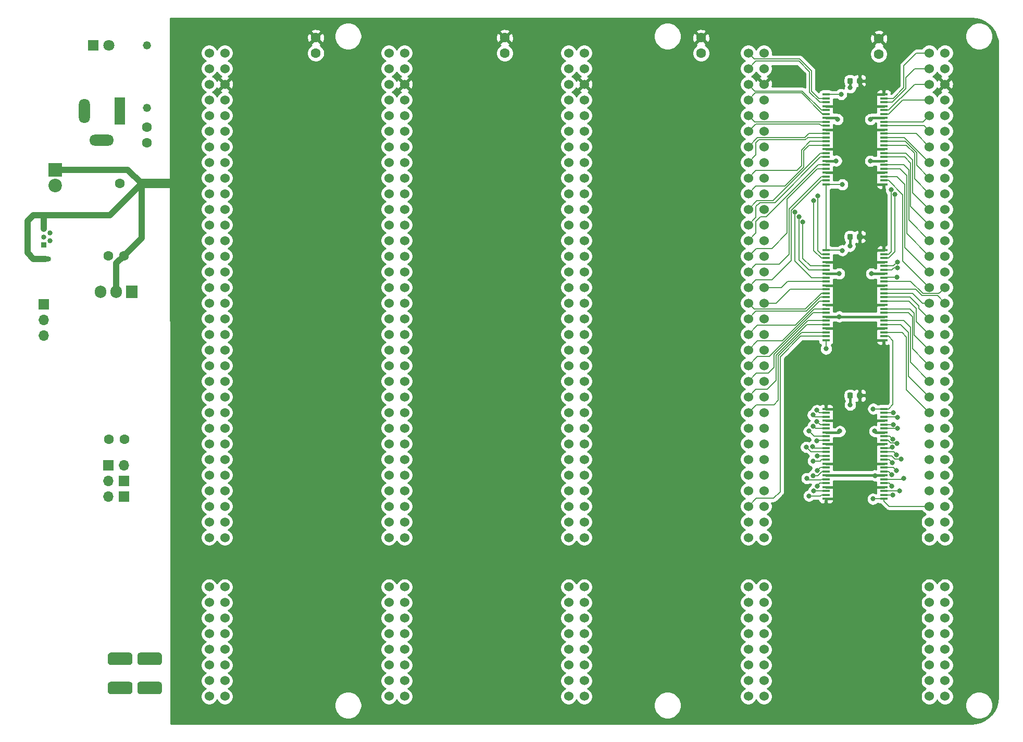
<source format=gbr>
G04 #@! TF.GenerationSoftware,KiCad,Pcbnew,(5.1.5-0-10_14)*
G04 #@! TF.CreationDate,2021-07-25T00:50:44+01:00*
G04 #@! TF.ProjectId,roscbus04,726f7363-6275-4733-9034-2e6b69636164,rev?*
G04 #@! TF.SameCoordinates,Original*
G04 #@! TF.FileFunction,Copper,L1,Top*
G04 #@! TF.FilePolarity,Positive*
%FSLAX46Y46*%
G04 Gerber Fmt 4.6, Leading zero omitted, Abs format (unit mm)*
G04 Created by KiCad (PCBNEW (5.1.5-0-10_14)) date 2021-07-25 00:50:44*
%MOMM*%
%LPD*%
G04 APERTURE LIST*
%ADD10C,0.100000*%
%ADD11R,1.200000X0.400000*%
%ADD12C,1.524000*%
%ADD13O,1.905000X2.000000*%
%ADD14R,1.905000X2.000000*%
%ADD15C,1.320800*%
%ADD16C,1.800000*%
%ADD17R,1.800000X1.800000*%
%ADD18O,1.700000X1.700000*%
%ADD19R,1.700000X1.700000*%
%ADD20C,2.200000*%
%ADD21R,2.200000X2.200000*%
%ADD22R,1.800000X4.400000*%
%ADD23O,1.800000X4.000000*%
%ADD24O,4.000000X1.800000*%
%ADD25O,1.850000X0.850000*%
%ADD26C,0.840000*%
%ADD27R,0.840000X0.840000*%
%ADD28C,1.600000*%
%ADD29C,1.600200*%
%ADD30C,0.800000*%
%ADD31C,0.160000*%
%ADD32C,0.450000*%
%ADD33C,1.500000*%
%ADD34C,1.000000*%
%ADD35C,0.254000*%
G04 APERTURE END LIST*
G04 #@! TA.AperFunction,SMDPad,CuDef*
D10*
G36*
X205764590Y-45463053D02*
G01*
X205785825Y-45466203D01*
X205806649Y-45471419D01*
X205826861Y-45478651D01*
X205846267Y-45487830D01*
X205864680Y-45498866D01*
X205881923Y-45511654D01*
X205897829Y-45526070D01*
X205912245Y-45541976D01*
X205925033Y-45559219D01*
X205936069Y-45577632D01*
X205945248Y-45597038D01*
X205952480Y-45617250D01*
X205957696Y-45638074D01*
X205960846Y-45659309D01*
X205961899Y-45680750D01*
X205961899Y-46193250D01*
X205960846Y-46214691D01*
X205957696Y-46235926D01*
X205952480Y-46256750D01*
X205945248Y-46276962D01*
X205936069Y-46296368D01*
X205925033Y-46314781D01*
X205912245Y-46332024D01*
X205897829Y-46347930D01*
X205881923Y-46362346D01*
X205864680Y-46375134D01*
X205846267Y-46386170D01*
X205826861Y-46395349D01*
X205806649Y-46402581D01*
X205785825Y-46407797D01*
X205764590Y-46410947D01*
X205743149Y-46412000D01*
X205305649Y-46412000D01*
X205284208Y-46410947D01*
X205262973Y-46407797D01*
X205242149Y-46402581D01*
X205221937Y-46395349D01*
X205202531Y-46386170D01*
X205184118Y-46375134D01*
X205166875Y-46362346D01*
X205150969Y-46347930D01*
X205136553Y-46332024D01*
X205123765Y-46314781D01*
X205112729Y-46296368D01*
X205103550Y-46276962D01*
X205096318Y-46256750D01*
X205091102Y-46235926D01*
X205087952Y-46214691D01*
X205086899Y-46193250D01*
X205086899Y-45680750D01*
X205087952Y-45659309D01*
X205091102Y-45638074D01*
X205096318Y-45617250D01*
X205103550Y-45597038D01*
X205112729Y-45577632D01*
X205123765Y-45559219D01*
X205136553Y-45541976D01*
X205150969Y-45526070D01*
X205166875Y-45511654D01*
X205184118Y-45498866D01*
X205202531Y-45487830D01*
X205221937Y-45478651D01*
X205242149Y-45471419D01*
X205262973Y-45466203D01*
X205284208Y-45463053D01*
X205305649Y-45462000D01*
X205743149Y-45462000D01*
X205764590Y-45463053D01*
G37*
G04 #@! TD.AperFunction*
G04 #@! TA.AperFunction,SMDPad,CuDef*
G36*
X204189590Y-45463053D02*
G01*
X204210825Y-45466203D01*
X204231649Y-45471419D01*
X204251861Y-45478651D01*
X204271267Y-45487830D01*
X204289680Y-45498866D01*
X204306923Y-45511654D01*
X204322829Y-45526070D01*
X204337245Y-45541976D01*
X204350033Y-45559219D01*
X204361069Y-45577632D01*
X204370248Y-45597038D01*
X204377480Y-45617250D01*
X204382696Y-45638074D01*
X204385846Y-45659309D01*
X204386899Y-45680750D01*
X204386899Y-46193250D01*
X204385846Y-46214691D01*
X204382696Y-46235926D01*
X204377480Y-46256750D01*
X204370248Y-46276962D01*
X204361069Y-46296368D01*
X204350033Y-46314781D01*
X204337245Y-46332024D01*
X204322829Y-46347930D01*
X204306923Y-46362346D01*
X204289680Y-46375134D01*
X204271267Y-46386170D01*
X204251861Y-46395349D01*
X204231649Y-46402581D01*
X204210825Y-46407797D01*
X204189590Y-46410947D01*
X204168149Y-46412000D01*
X203730649Y-46412000D01*
X203709208Y-46410947D01*
X203687973Y-46407797D01*
X203667149Y-46402581D01*
X203646937Y-46395349D01*
X203627531Y-46386170D01*
X203609118Y-46375134D01*
X203591875Y-46362346D01*
X203575969Y-46347930D01*
X203561553Y-46332024D01*
X203548765Y-46314781D01*
X203537729Y-46296368D01*
X203528550Y-46276962D01*
X203521318Y-46256750D01*
X203516102Y-46235926D01*
X203512952Y-46214691D01*
X203511899Y-46193250D01*
X203511899Y-45680750D01*
X203512952Y-45659309D01*
X203516102Y-45638074D01*
X203521318Y-45617250D01*
X203528550Y-45597038D01*
X203537729Y-45577632D01*
X203548765Y-45559219D01*
X203561553Y-45541976D01*
X203575969Y-45526070D01*
X203591875Y-45511654D01*
X203609118Y-45498866D01*
X203627531Y-45487830D01*
X203646937Y-45478651D01*
X203667149Y-45471419D01*
X203687973Y-45466203D01*
X203709208Y-45463053D01*
X203730649Y-45462000D01*
X204168149Y-45462000D01*
X204189590Y-45463053D01*
G37*
G04 #@! TD.AperFunction*
G04 #@! TA.AperFunction,SMDPad,CuDef*
G36*
X205764590Y-70788053D02*
G01*
X205785825Y-70791203D01*
X205806649Y-70796419D01*
X205826861Y-70803651D01*
X205846267Y-70812830D01*
X205864680Y-70823866D01*
X205881923Y-70836654D01*
X205897829Y-70851070D01*
X205912245Y-70866976D01*
X205925033Y-70884219D01*
X205936069Y-70902632D01*
X205945248Y-70922038D01*
X205952480Y-70942250D01*
X205957696Y-70963074D01*
X205960846Y-70984309D01*
X205961899Y-71005750D01*
X205961899Y-71518250D01*
X205960846Y-71539691D01*
X205957696Y-71560926D01*
X205952480Y-71581750D01*
X205945248Y-71601962D01*
X205936069Y-71621368D01*
X205925033Y-71639781D01*
X205912245Y-71657024D01*
X205897829Y-71672930D01*
X205881923Y-71687346D01*
X205864680Y-71700134D01*
X205846267Y-71711170D01*
X205826861Y-71720349D01*
X205806649Y-71727581D01*
X205785825Y-71732797D01*
X205764590Y-71735947D01*
X205743149Y-71737000D01*
X205305649Y-71737000D01*
X205284208Y-71735947D01*
X205262973Y-71732797D01*
X205242149Y-71727581D01*
X205221937Y-71720349D01*
X205202531Y-71711170D01*
X205184118Y-71700134D01*
X205166875Y-71687346D01*
X205150969Y-71672930D01*
X205136553Y-71657024D01*
X205123765Y-71639781D01*
X205112729Y-71621368D01*
X205103550Y-71601962D01*
X205096318Y-71581750D01*
X205091102Y-71560926D01*
X205087952Y-71539691D01*
X205086899Y-71518250D01*
X205086899Y-71005750D01*
X205087952Y-70984309D01*
X205091102Y-70963074D01*
X205096318Y-70942250D01*
X205103550Y-70922038D01*
X205112729Y-70902632D01*
X205123765Y-70884219D01*
X205136553Y-70866976D01*
X205150969Y-70851070D01*
X205166875Y-70836654D01*
X205184118Y-70823866D01*
X205202531Y-70812830D01*
X205221937Y-70803651D01*
X205242149Y-70796419D01*
X205262973Y-70791203D01*
X205284208Y-70788053D01*
X205305649Y-70787000D01*
X205743149Y-70787000D01*
X205764590Y-70788053D01*
G37*
G04 #@! TD.AperFunction*
G04 #@! TA.AperFunction,SMDPad,CuDef*
G36*
X204189590Y-70788053D02*
G01*
X204210825Y-70791203D01*
X204231649Y-70796419D01*
X204251861Y-70803651D01*
X204271267Y-70812830D01*
X204289680Y-70823866D01*
X204306923Y-70836654D01*
X204322829Y-70851070D01*
X204337245Y-70866976D01*
X204350033Y-70884219D01*
X204361069Y-70902632D01*
X204370248Y-70922038D01*
X204377480Y-70942250D01*
X204382696Y-70963074D01*
X204385846Y-70984309D01*
X204386899Y-71005750D01*
X204386899Y-71518250D01*
X204385846Y-71539691D01*
X204382696Y-71560926D01*
X204377480Y-71581750D01*
X204370248Y-71601962D01*
X204361069Y-71621368D01*
X204350033Y-71639781D01*
X204337245Y-71657024D01*
X204322829Y-71672930D01*
X204306923Y-71687346D01*
X204289680Y-71700134D01*
X204271267Y-71711170D01*
X204251861Y-71720349D01*
X204231649Y-71727581D01*
X204210825Y-71732797D01*
X204189590Y-71735947D01*
X204168149Y-71737000D01*
X203730649Y-71737000D01*
X203709208Y-71735947D01*
X203687973Y-71732797D01*
X203667149Y-71727581D01*
X203646937Y-71720349D01*
X203627531Y-71711170D01*
X203609118Y-71700134D01*
X203591875Y-71687346D01*
X203575969Y-71672930D01*
X203561553Y-71657024D01*
X203548765Y-71639781D01*
X203537729Y-71621368D01*
X203528550Y-71601962D01*
X203521318Y-71581750D01*
X203516102Y-71560926D01*
X203512952Y-71539691D01*
X203511899Y-71518250D01*
X203511899Y-71005750D01*
X203512952Y-70984309D01*
X203516102Y-70963074D01*
X203521318Y-70942250D01*
X203528550Y-70922038D01*
X203537729Y-70902632D01*
X203548765Y-70884219D01*
X203561553Y-70866976D01*
X203575969Y-70851070D01*
X203591875Y-70836654D01*
X203609118Y-70823866D01*
X203627531Y-70812830D01*
X203646937Y-70803651D01*
X203667149Y-70796419D01*
X203687973Y-70791203D01*
X203709208Y-70788053D01*
X203730649Y-70787000D01*
X204168149Y-70787000D01*
X204189590Y-70788053D01*
G37*
G04 #@! TD.AperFunction*
G04 #@! TA.AperFunction,SMDPad,CuDef*
G36*
X205764590Y-96572053D02*
G01*
X205785825Y-96575203D01*
X205806649Y-96580419D01*
X205826861Y-96587651D01*
X205846267Y-96596830D01*
X205864680Y-96607866D01*
X205881923Y-96620654D01*
X205897829Y-96635070D01*
X205912245Y-96650976D01*
X205925033Y-96668219D01*
X205936069Y-96686632D01*
X205945248Y-96706038D01*
X205952480Y-96726250D01*
X205957696Y-96747074D01*
X205960846Y-96768309D01*
X205961899Y-96789750D01*
X205961899Y-97302250D01*
X205960846Y-97323691D01*
X205957696Y-97344926D01*
X205952480Y-97365750D01*
X205945248Y-97385962D01*
X205936069Y-97405368D01*
X205925033Y-97423781D01*
X205912245Y-97441024D01*
X205897829Y-97456930D01*
X205881923Y-97471346D01*
X205864680Y-97484134D01*
X205846267Y-97495170D01*
X205826861Y-97504349D01*
X205806649Y-97511581D01*
X205785825Y-97516797D01*
X205764590Y-97519947D01*
X205743149Y-97521000D01*
X205305649Y-97521000D01*
X205284208Y-97519947D01*
X205262973Y-97516797D01*
X205242149Y-97511581D01*
X205221937Y-97504349D01*
X205202531Y-97495170D01*
X205184118Y-97484134D01*
X205166875Y-97471346D01*
X205150969Y-97456930D01*
X205136553Y-97441024D01*
X205123765Y-97423781D01*
X205112729Y-97405368D01*
X205103550Y-97385962D01*
X205096318Y-97365750D01*
X205091102Y-97344926D01*
X205087952Y-97323691D01*
X205086899Y-97302250D01*
X205086899Y-96789750D01*
X205087952Y-96768309D01*
X205091102Y-96747074D01*
X205096318Y-96726250D01*
X205103550Y-96706038D01*
X205112729Y-96686632D01*
X205123765Y-96668219D01*
X205136553Y-96650976D01*
X205150969Y-96635070D01*
X205166875Y-96620654D01*
X205184118Y-96607866D01*
X205202531Y-96596830D01*
X205221937Y-96587651D01*
X205242149Y-96580419D01*
X205262973Y-96575203D01*
X205284208Y-96572053D01*
X205305649Y-96571000D01*
X205743149Y-96571000D01*
X205764590Y-96572053D01*
G37*
G04 #@! TD.AperFunction*
G04 #@! TA.AperFunction,SMDPad,CuDef*
G36*
X204189590Y-96572053D02*
G01*
X204210825Y-96575203D01*
X204231649Y-96580419D01*
X204251861Y-96587651D01*
X204271267Y-96596830D01*
X204289680Y-96607866D01*
X204306923Y-96620654D01*
X204322829Y-96635070D01*
X204337245Y-96650976D01*
X204350033Y-96668219D01*
X204361069Y-96686632D01*
X204370248Y-96706038D01*
X204377480Y-96726250D01*
X204382696Y-96747074D01*
X204385846Y-96768309D01*
X204386899Y-96789750D01*
X204386899Y-97302250D01*
X204385846Y-97323691D01*
X204382696Y-97344926D01*
X204377480Y-97365750D01*
X204370248Y-97385962D01*
X204361069Y-97405368D01*
X204350033Y-97423781D01*
X204337245Y-97441024D01*
X204322829Y-97456930D01*
X204306923Y-97471346D01*
X204289680Y-97484134D01*
X204271267Y-97495170D01*
X204251861Y-97504349D01*
X204231649Y-97511581D01*
X204210825Y-97516797D01*
X204189590Y-97519947D01*
X204168149Y-97521000D01*
X203730649Y-97521000D01*
X203709208Y-97519947D01*
X203687973Y-97516797D01*
X203667149Y-97511581D01*
X203646937Y-97504349D01*
X203627531Y-97495170D01*
X203609118Y-97484134D01*
X203591875Y-97471346D01*
X203575969Y-97456930D01*
X203561553Y-97441024D01*
X203548765Y-97423781D01*
X203537729Y-97405368D01*
X203528550Y-97385962D01*
X203521318Y-97365750D01*
X203516102Y-97344926D01*
X203512952Y-97323691D01*
X203511899Y-97302250D01*
X203511899Y-96789750D01*
X203512952Y-96768309D01*
X203516102Y-96747074D01*
X203521318Y-96726250D01*
X203528550Y-96706038D01*
X203537729Y-96686632D01*
X203548765Y-96668219D01*
X203561553Y-96650976D01*
X203575969Y-96635070D01*
X203591875Y-96620654D01*
X203609118Y-96607866D01*
X203627531Y-96596830D01*
X203646937Y-96587651D01*
X203667149Y-96580419D01*
X203687973Y-96575203D01*
X203709208Y-96572053D01*
X203730649Y-96571000D01*
X204168149Y-96571000D01*
X204189590Y-96572053D01*
G37*
G04 #@! TD.AperFunction*
D11*
X209436899Y-73459500D03*
X209436899Y-74094500D03*
X209436899Y-74729500D03*
X209436899Y-75364500D03*
X209436899Y-75999500D03*
X209436899Y-76634500D03*
X209436899Y-77269500D03*
X209436899Y-77904500D03*
X209436899Y-78539500D03*
X209436899Y-79174500D03*
X209436899Y-79809500D03*
X209436899Y-80444500D03*
X209436899Y-81079500D03*
X209436899Y-81714500D03*
X209436899Y-82349500D03*
X209436899Y-82984500D03*
X209436899Y-83619500D03*
X209436899Y-84254500D03*
X209436899Y-84889500D03*
X209436899Y-85524500D03*
X209436899Y-86159500D03*
X209436899Y-86794500D03*
X209436899Y-87429500D03*
X209436899Y-88064500D03*
X200036899Y-88064500D03*
X200036899Y-87429500D03*
X200036899Y-86794500D03*
X200036899Y-86159500D03*
X200036899Y-85524500D03*
X200036899Y-84889500D03*
X200036899Y-84254500D03*
X200036899Y-83619500D03*
X200036899Y-82984500D03*
X200036899Y-82349500D03*
X200036899Y-81714500D03*
X200036899Y-81079500D03*
X200036899Y-80444500D03*
X200036899Y-79809500D03*
X200036899Y-79174500D03*
X200036899Y-78539500D03*
X200036899Y-77904500D03*
X200036899Y-77269500D03*
X200036899Y-76634500D03*
X200036899Y-75999500D03*
X200036899Y-75364500D03*
X200036899Y-74729500D03*
X200036899Y-74094500D03*
X200036899Y-73459500D03*
D12*
X189937000Y-120132000D03*
X187397000Y-120132000D03*
X189937000Y-117592000D03*
X187397000Y-117592000D03*
X187397000Y-41392000D03*
X189937000Y-41392000D03*
X187397000Y-43932000D03*
X189937000Y-43932000D03*
X187397000Y-46472000D03*
X189937000Y-46472000D03*
X187397000Y-49012000D03*
X189937000Y-49012000D03*
X187397000Y-51552000D03*
X189937000Y-51552000D03*
X187397000Y-54092000D03*
X189937000Y-54092000D03*
X187397000Y-56632000D03*
X189937000Y-56632000D03*
X187397000Y-59172000D03*
X189937000Y-59172000D03*
X187397000Y-61712000D03*
X189937000Y-61712000D03*
X187397000Y-64252000D03*
X189937000Y-64252000D03*
X187397000Y-66792000D03*
X189937000Y-66792000D03*
X187397000Y-69332000D03*
X189937000Y-69332000D03*
X187397000Y-71872000D03*
X189937000Y-71872000D03*
X187397000Y-74412000D03*
X189937000Y-74412000D03*
X187397000Y-76952000D03*
X189937000Y-76952000D03*
X187397000Y-79492000D03*
X189937000Y-79492000D03*
X187397000Y-82032000D03*
X189937000Y-82032000D03*
X187397000Y-84572000D03*
X189937000Y-84572000D03*
X187397000Y-87112000D03*
X189937000Y-87112000D03*
X187397000Y-89652000D03*
X189937000Y-89652000D03*
X187397000Y-92192000D03*
X189937000Y-92192000D03*
X187397000Y-94732000D03*
X189937000Y-94732000D03*
X187397000Y-97272000D03*
X189937000Y-97272000D03*
X187397000Y-99812000D03*
X189937000Y-99812000D03*
X187397000Y-102352000D03*
X189937000Y-102352000D03*
X187397000Y-104892000D03*
X189937000Y-104892000D03*
X187397000Y-107432000D03*
X189937000Y-107432000D03*
X187397000Y-109972000D03*
X189937000Y-109972000D03*
X187397000Y-112512000D03*
X189937000Y-112512000D03*
X187397000Y-115052000D03*
X189937000Y-115052000D03*
X216823000Y-128152000D03*
X219363000Y-128152000D03*
X216823000Y-130692000D03*
X219363000Y-130692000D03*
X216823000Y-133232000D03*
X219363000Y-133232000D03*
X216823000Y-135772000D03*
X219363000Y-135772000D03*
X216823000Y-138312000D03*
X219363000Y-138312000D03*
X216823000Y-140852000D03*
X219363000Y-140852000D03*
X216823000Y-143392000D03*
X219363000Y-143392000D03*
X216823000Y-145932000D03*
X219363000Y-145932000D03*
X219363000Y-120132000D03*
X216823000Y-120132000D03*
X219363000Y-117592000D03*
X216823000Y-117592000D03*
X216823000Y-41392000D03*
X219363000Y-41392000D03*
X216823000Y-43932000D03*
X219363000Y-43932000D03*
X216823000Y-46472000D03*
X219363000Y-46472000D03*
X216823000Y-49012000D03*
X219363000Y-49012000D03*
X216823000Y-51552000D03*
X219363000Y-51552000D03*
X216823000Y-54092000D03*
X219363000Y-54092000D03*
X216823000Y-56632000D03*
X219363000Y-56632000D03*
X216823000Y-59172000D03*
X219363000Y-59172000D03*
X216823000Y-61712000D03*
X219363000Y-61712000D03*
X216823000Y-64252000D03*
X219363000Y-64252000D03*
X216823000Y-66792000D03*
X219363000Y-66792000D03*
X216823000Y-69332000D03*
X219363000Y-69332000D03*
X216823000Y-71872000D03*
X219363000Y-71872000D03*
X216823000Y-74412000D03*
X219363000Y-74412000D03*
X216823000Y-76952000D03*
X219363000Y-76952000D03*
X216823000Y-79492000D03*
X219363000Y-79492000D03*
X216823000Y-82032000D03*
X219363000Y-82032000D03*
X216823000Y-84572000D03*
X219363000Y-84572000D03*
X216823000Y-87112000D03*
X219363000Y-87112000D03*
X216823000Y-89652000D03*
X219363000Y-89652000D03*
X216823000Y-92192000D03*
X219363000Y-92192000D03*
X216823000Y-94732000D03*
X219363000Y-94732000D03*
X216823000Y-97272000D03*
X219363000Y-97272000D03*
X216823000Y-99812000D03*
X219363000Y-99812000D03*
X216823000Y-102352000D03*
X219363000Y-102352000D03*
X216823000Y-104892000D03*
X219363000Y-104892000D03*
X216823000Y-107432000D03*
X219363000Y-107432000D03*
X216823000Y-109972000D03*
X219363000Y-109972000D03*
X216823000Y-112512000D03*
X219363000Y-112512000D03*
X216823000Y-115052000D03*
X219363000Y-115052000D03*
D13*
X82120000Y-80200000D03*
X84660000Y-80200000D03*
D14*
X87200000Y-80200000D03*
G04 #@! TA.AperFunction,ComponentPad*
D10*
G36*
X91644009Y-138832408D02*
G01*
X91692545Y-138839607D01*
X91740142Y-138851530D01*
X91786342Y-138868060D01*
X91830698Y-138889039D01*
X91872785Y-138914265D01*
X91912197Y-138943495D01*
X91948553Y-138976447D01*
X91981505Y-139012803D01*
X92010735Y-139052215D01*
X92035961Y-139094302D01*
X92056940Y-139138658D01*
X92073470Y-139184858D01*
X92085393Y-139232455D01*
X92092592Y-139280991D01*
X92095000Y-139330000D01*
X92095000Y-140330000D01*
X92092592Y-140379009D01*
X92085393Y-140427545D01*
X92073470Y-140475142D01*
X92056940Y-140521342D01*
X92035961Y-140565698D01*
X92010735Y-140607785D01*
X91981505Y-140647197D01*
X91948553Y-140683553D01*
X91912197Y-140716505D01*
X91872785Y-140745735D01*
X91830698Y-140770961D01*
X91786342Y-140791940D01*
X91740142Y-140808470D01*
X91692545Y-140820393D01*
X91644009Y-140827592D01*
X91595000Y-140830000D01*
X88595000Y-140830000D01*
X88545991Y-140827592D01*
X88497455Y-140820393D01*
X88449858Y-140808470D01*
X88403658Y-140791940D01*
X88359302Y-140770961D01*
X88317215Y-140745735D01*
X88277803Y-140716505D01*
X88241447Y-140683553D01*
X88208495Y-140647197D01*
X88179265Y-140607785D01*
X88154039Y-140565698D01*
X88133060Y-140521342D01*
X88116530Y-140475142D01*
X88104607Y-140427545D01*
X88097408Y-140379009D01*
X88095000Y-140330000D01*
X88095000Y-139330000D01*
X88097408Y-139280991D01*
X88104607Y-139232455D01*
X88116530Y-139184858D01*
X88133060Y-139138658D01*
X88154039Y-139094302D01*
X88179265Y-139052215D01*
X88208495Y-139012803D01*
X88241447Y-138976447D01*
X88277803Y-138943495D01*
X88317215Y-138914265D01*
X88359302Y-138889039D01*
X88403658Y-138868060D01*
X88449858Y-138851530D01*
X88497455Y-138839607D01*
X88545991Y-138832408D01*
X88595000Y-138830000D01*
X91595000Y-138830000D01*
X91644009Y-138832408D01*
G37*
G04 #@! TD.AperFunction*
G04 #@! TA.AperFunction,ComponentPad*
G36*
X86844009Y-138832408D02*
G01*
X86892545Y-138839607D01*
X86940142Y-138851530D01*
X86986342Y-138868060D01*
X87030698Y-138889039D01*
X87072785Y-138914265D01*
X87112197Y-138943495D01*
X87148553Y-138976447D01*
X87181505Y-139012803D01*
X87210735Y-139052215D01*
X87235961Y-139094302D01*
X87256940Y-139138658D01*
X87273470Y-139184858D01*
X87285393Y-139232455D01*
X87292592Y-139280991D01*
X87295000Y-139330000D01*
X87295000Y-140330000D01*
X87292592Y-140379009D01*
X87285393Y-140427545D01*
X87273470Y-140475142D01*
X87256940Y-140521342D01*
X87235961Y-140565698D01*
X87210735Y-140607785D01*
X87181505Y-140647197D01*
X87148553Y-140683553D01*
X87112197Y-140716505D01*
X87072785Y-140745735D01*
X87030698Y-140770961D01*
X86986342Y-140791940D01*
X86940142Y-140808470D01*
X86892545Y-140820393D01*
X86844009Y-140827592D01*
X86795000Y-140830000D01*
X83795000Y-140830000D01*
X83745991Y-140827592D01*
X83697455Y-140820393D01*
X83649858Y-140808470D01*
X83603658Y-140791940D01*
X83559302Y-140770961D01*
X83517215Y-140745735D01*
X83477803Y-140716505D01*
X83441447Y-140683553D01*
X83408495Y-140647197D01*
X83379265Y-140607785D01*
X83354039Y-140565698D01*
X83333060Y-140521342D01*
X83316530Y-140475142D01*
X83304607Y-140427545D01*
X83297408Y-140379009D01*
X83295000Y-140330000D01*
X83295000Y-139330000D01*
X83297408Y-139280991D01*
X83304607Y-139232455D01*
X83316530Y-139184858D01*
X83333060Y-139138658D01*
X83354039Y-139094302D01*
X83379265Y-139052215D01*
X83408495Y-139012803D01*
X83441447Y-138976447D01*
X83477803Y-138943495D01*
X83517215Y-138914265D01*
X83559302Y-138889039D01*
X83603658Y-138868060D01*
X83649858Y-138851530D01*
X83697455Y-138839607D01*
X83745991Y-138832408D01*
X83795000Y-138830000D01*
X86795000Y-138830000D01*
X86844009Y-138832408D01*
G37*
G04 #@! TD.AperFunction*
G04 #@! TA.AperFunction,ComponentPad*
G36*
X86844009Y-143562408D02*
G01*
X86892545Y-143569607D01*
X86940142Y-143581530D01*
X86986342Y-143598060D01*
X87030698Y-143619039D01*
X87072785Y-143644265D01*
X87112197Y-143673495D01*
X87148553Y-143706447D01*
X87181505Y-143742803D01*
X87210735Y-143782215D01*
X87235961Y-143824302D01*
X87256940Y-143868658D01*
X87273470Y-143914858D01*
X87285393Y-143962455D01*
X87292592Y-144010991D01*
X87295000Y-144060000D01*
X87295000Y-145060000D01*
X87292592Y-145109009D01*
X87285393Y-145157545D01*
X87273470Y-145205142D01*
X87256940Y-145251342D01*
X87235961Y-145295698D01*
X87210735Y-145337785D01*
X87181505Y-145377197D01*
X87148553Y-145413553D01*
X87112197Y-145446505D01*
X87072785Y-145475735D01*
X87030698Y-145500961D01*
X86986342Y-145521940D01*
X86940142Y-145538470D01*
X86892545Y-145550393D01*
X86844009Y-145557592D01*
X86795000Y-145560000D01*
X83795000Y-145560000D01*
X83745991Y-145557592D01*
X83697455Y-145550393D01*
X83649858Y-145538470D01*
X83603658Y-145521940D01*
X83559302Y-145500961D01*
X83517215Y-145475735D01*
X83477803Y-145446505D01*
X83441447Y-145413553D01*
X83408495Y-145377197D01*
X83379265Y-145337785D01*
X83354039Y-145295698D01*
X83333060Y-145251342D01*
X83316530Y-145205142D01*
X83304607Y-145157545D01*
X83297408Y-145109009D01*
X83295000Y-145060000D01*
X83295000Y-144060000D01*
X83297408Y-144010991D01*
X83304607Y-143962455D01*
X83316530Y-143914858D01*
X83333060Y-143868658D01*
X83354039Y-143824302D01*
X83379265Y-143782215D01*
X83408495Y-143742803D01*
X83441447Y-143706447D01*
X83477803Y-143673495D01*
X83517215Y-143644265D01*
X83559302Y-143619039D01*
X83603658Y-143598060D01*
X83649858Y-143581530D01*
X83697455Y-143569607D01*
X83745991Y-143562408D01*
X83795000Y-143560000D01*
X86795000Y-143560000D01*
X86844009Y-143562408D01*
G37*
G04 #@! TD.AperFunction*
G04 #@! TA.AperFunction,ComponentPad*
G36*
X91644009Y-143562408D02*
G01*
X91692545Y-143569607D01*
X91740142Y-143581530D01*
X91786342Y-143598060D01*
X91830698Y-143619039D01*
X91872785Y-143644265D01*
X91912197Y-143673495D01*
X91948553Y-143706447D01*
X91981505Y-143742803D01*
X92010735Y-143782215D01*
X92035961Y-143824302D01*
X92056940Y-143868658D01*
X92073470Y-143914858D01*
X92085393Y-143962455D01*
X92092592Y-144010991D01*
X92095000Y-144060000D01*
X92095000Y-145060000D01*
X92092592Y-145109009D01*
X92085393Y-145157545D01*
X92073470Y-145205142D01*
X92056940Y-145251342D01*
X92035961Y-145295698D01*
X92010735Y-145337785D01*
X91981505Y-145377197D01*
X91948553Y-145413553D01*
X91912197Y-145446505D01*
X91872785Y-145475735D01*
X91830698Y-145500961D01*
X91786342Y-145521940D01*
X91740142Y-145538470D01*
X91692545Y-145550393D01*
X91644009Y-145557592D01*
X91595000Y-145560000D01*
X88595000Y-145560000D01*
X88545991Y-145557592D01*
X88497455Y-145550393D01*
X88449858Y-145538470D01*
X88403658Y-145521940D01*
X88359302Y-145500961D01*
X88317215Y-145475735D01*
X88277803Y-145446505D01*
X88241447Y-145413553D01*
X88208495Y-145377197D01*
X88179265Y-145337785D01*
X88154039Y-145295698D01*
X88133060Y-145251342D01*
X88116530Y-145205142D01*
X88104607Y-145157545D01*
X88097408Y-145109009D01*
X88095000Y-145060000D01*
X88095000Y-144060000D01*
X88097408Y-144010991D01*
X88104607Y-143962455D01*
X88116530Y-143914858D01*
X88133060Y-143868658D01*
X88154039Y-143824302D01*
X88179265Y-143782215D01*
X88208495Y-143742803D01*
X88241447Y-143706447D01*
X88277803Y-143673495D01*
X88317215Y-143644265D01*
X88359302Y-143619039D01*
X88403658Y-143598060D01*
X88449858Y-143581530D01*
X88497455Y-143569607D01*
X88545991Y-143562408D01*
X88595000Y-143560000D01*
X91595000Y-143560000D01*
X91644009Y-143562408D01*
G37*
G04 #@! TD.AperFunction*
D15*
X89660000Y-40137000D03*
X89660000Y-50297000D03*
D16*
X83425000Y-40140000D03*
D17*
X80885000Y-40140000D03*
D18*
X85955000Y-108390000D03*
D19*
X83415000Y-108390000D03*
D18*
X83415000Y-110940000D03*
D19*
X85955000Y-110940000D03*
D18*
X83415000Y-113465000D03*
D19*
X85955000Y-113465000D03*
D18*
X72920000Y-87310000D03*
X72920000Y-84770000D03*
D19*
X72920000Y-82230000D03*
D20*
X74785000Y-62890000D03*
D21*
X74785000Y-60350000D03*
D22*
X85285000Y-50780000D03*
D23*
X79485000Y-50780000D03*
D24*
X82285000Y-55580000D03*
D25*
X73135000Y-67715000D03*
X73135000Y-74865000D03*
D26*
X72915000Y-69990000D03*
X73915000Y-70640000D03*
X72915000Y-71290000D03*
X73915000Y-71940000D03*
D27*
X72915000Y-72590000D03*
D11*
X209436899Y-48134500D03*
X209436899Y-48769500D03*
X209436899Y-49404500D03*
X209436899Y-50039500D03*
X209436899Y-50674500D03*
X209436899Y-51309500D03*
X209436899Y-51944500D03*
X209436899Y-52579500D03*
X209436899Y-53214500D03*
X209436899Y-53849500D03*
X209436899Y-54484500D03*
X209436899Y-55119500D03*
X209436899Y-55754500D03*
X209436899Y-56389500D03*
X209436899Y-57024500D03*
X209436899Y-57659500D03*
X209436899Y-58294500D03*
X209436899Y-58929500D03*
X209436899Y-59564500D03*
X209436899Y-60199500D03*
X209436899Y-60834500D03*
X209436899Y-61469500D03*
X209436899Y-62104500D03*
X209436899Y-62739500D03*
X200036899Y-62739500D03*
X200036899Y-62104500D03*
X200036899Y-61469500D03*
X200036899Y-60834500D03*
X200036899Y-60199500D03*
X200036899Y-59564500D03*
X200036899Y-58929500D03*
X200036899Y-58294500D03*
X200036899Y-57659500D03*
X200036899Y-57024500D03*
X200036899Y-56389500D03*
X200036899Y-55754500D03*
X200036899Y-55119500D03*
X200036899Y-54484500D03*
X200036899Y-53849500D03*
X200036899Y-53214500D03*
X200036899Y-52579500D03*
X200036899Y-51944500D03*
X200036899Y-51309500D03*
X200036899Y-50674500D03*
X200036899Y-50039500D03*
X200036899Y-49404500D03*
X200036899Y-48769500D03*
X200036899Y-48134500D03*
X200036899Y-113848500D03*
X200036899Y-113213500D03*
X200036899Y-112578500D03*
X200036899Y-111943500D03*
X200036899Y-111308500D03*
X200036899Y-110673500D03*
X200036899Y-110038500D03*
X200036899Y-109403500D03*
X200036899Y-108768500D03*
X200036899Y-108133500D03*
X200036899Y-107498500D03*
X200036899Y-106863500D03*
X200036899Y-106228500D03*
X200036899Y-105593500D03*
X200036899Y-104958500D03*
X200036899Y-104323500D03*
X200036899Y-103688500D03*
X200036899Y-103053500D03*
X200036899Y-102418500D03*
X200036899Y-101783500D03*
X200036899Y-101148500D03*
X200036899Y-100513500D03*
X200036899Y-99878500D03*
X200036899Y-99243500D03*
X209436899Y-99243500D03*
X209436899Y-99878500D03*
X209436899Y-100513500D03*
X209436899Y-101148500D03*
X209436899Y-101783500D03*
X209436899Y-102418500D03*
X209436899Y-103053500D03*
X209436899Y-103688500D03*
X209436899Y-104323500D03*
X209436899Y-104958500D03*
X209436899Y-105593500D03*
X209436899Y-106228500D03*
X209436899Y-106863500D03*
X209436899Y-107498500D03*
X209436899Y-108133500D03*
X209436899Y-108768500D03*
X209436899Y-109403500D03*
X209436899Y-110038500D03*
X209436899Y-110673500D03*
X209436899Y-111308500D03*
X209436899Y-111943500D03*
X209436899Y-112578500D03*
X209436899Y-113213500D03*
X209436899Y-113848500D03*
D28*
X85910000Y-74320000D03*
X83410000Y-74320000D03*
X89660000Y-55951000D03*
X89660000Y-53451000D03*
X208615000Y-39073000D03*
X208615000Y-41573000D03*
X179720000Y-38915000D03*
X179720000Y-41415000D03*
X147810000Y-38915000D03*
X147810000Y-41415000D03*
X117097000Y-38919000D03*
X117097000Y-41419000D03*
X85974000Y-104121000D03*
X83474000Y-104121000D03*
D29*
X88778000Y-62600000D03*
X85222000Y-62600000D03*
D12*
X187397000Y-128152000D03*
X189937000Y-128152000D03*
X187397000Y-130692000D03*
X189937000Y-130692000D03*
X187397000Y-133232000D03*
X189937000Y-133232000D03*
X187397000Y-135772000D03*
X189937000Y-135772000D03*
X187397000Y-138312000D03*
X189937000Y-138312000D03*
X187397000Y-140852000D03*
X189937000Y-140852000D03*
X187397000Y-143392000D03*
X189937000Y-143392000D03*
X187397000Y-145932000D03*
X189937000Y-145932000D03*
X158187000Y-128152000D03*
X160727000Y-128152000D03*
X158187000Y-130692000D03*
X160727000Y-130692000D03*
X158187000Y-133232000D03*
X160727000Y-133232000D03*
X158187000Y-135772000D03*
X160727000Y-135772000D03*
X158187000Y-138312000D03*
X160727000Y-138312000D03*
X158187000Y-140852000D03*
X160727000Y-140852000D03*
X158187000Y-143392000D03*
X160727000Y-143392000D03*
X158187000Y-145932000D03*
X160727000Y-145932000D03*
X160727000Y-120132000D03*
X158187000Y-120132000D03*
X160727000Y-117592000D03*
X158187000Y-117592000D03*
X158187000Y-41392000D03*
X160727000Y-41392000D03*
X158187000Y-43932000D03*
X160727000Y-43932000D03*
X158187000Y-46472000D03*
X160727000Y-46472000D03*
X158187000Y-49012000D03*
X160727000Y-49012000D03*
X158187000Y-51552000D03*
X160727000Y-51552000D03*
X158187000Y-54092000D03*
X160727000Y-54092000D03*
X158187000Y-56632000D03*
X160727000Y-56632000D03*
X158187000Y-59172000D03*
X160727000Y-59172000D03*
X158187000Y-61712000D03*
X160727000Y-61712000D03*
X158187000Y-64252000D03*
X160727000Y-64252000D03*
X158187000Y-66792000D03*
X160727000Y-66792000D03*
X158187000Y-69332000D03*
X160727000Y-69332000D03*
X158187000Y-71872000D03*
X160727000Y-71872000D03*
X158187000Y-74412000D03*
X160727000Y-74412000D03*
X158187000Y-76952000D03*
X160727000Y-76952000D03*
X158187000Y-79492000D03*
X160727000Y-79492000D03*
X158187000Y-82032000D03*
X160727000Y-82032000D03*
X158187000Y-84572000D03*
X160727000Y-84572000D03*
X158187000Y-87112000D03*
X160727000Y-87112000D03*
X158187000Y-89652000D03*
X160727000Y-89652000D03*
X158187000Y-92192000D03*
X160727000Y-92192000D03*
X158187000Y-94732000D03*
X160727000Y-94732000D03*
X158187000Y-97272000D03*
X160727000Y-97272000D03*
X158187000Y-99812000D03*
X160727000Y-99812000D03*
X158187000Y-102352000D03*
X160727000Y-102352000D03*
X158187000Y-104892000D03*
X160727000Y-104892000D03*
X158187000Y-107432000D03*
X160727000Y-107432000D03*
X158187000Y-109972000D03*
X160727000Y-109972000D03*
X158187000Y-112512000D03*
X160727000Y-112512000D03*
X158187000Y-115052000D03*
X160727000Y-115052000D03*
X128977000Y-128152000D03*
X131517000Y-128152000D03*
X128977000Y-130692000D03*
X131517000Y-130692000D03*
X128977000Y-133232000D03*
X131517000Y-133232000D03*
X128977000Y-135772000D03*
X131517000Y-135772000D03*
X128977000Y-138312000D03*
X131517000Y-138312000D03*
X128977000Y-140852000D03*
X131517000Y-140852000D03*
X128977000Y-143392000D03*
X131517000Y-143392000D03*
X128977000Y-145932000D03*
X131517000Y-145932000D03*
X131517000Y-120132000D03*
X128977000Y-120132000D03*
X131517000Y-117592000D03*
X128977000Y-117592000D03*
X128977000Y-41392000D03*
X131517000Y-41392000D03*
X128977000Y-43932000D03*
X131517000Y-43932000D03*
X128977000Y-46472000D03*
X131517000Y-46472000D03*
X128977000Y-49012000D03*
X131517000Y-49012000D03*
X128977000Y-51552000D03*
X131517000Y-51552000D03*
X128977000Y-54092000D03*
X131517000Y-54092000D03*
X128977000Y-56632000D03*
X131517000Y-56632000D03*
X128977000Y-59172000D03*
X131517000Y-59172000D03*
X128977000Y-61712000D03*
X131517000Y-61712000D03*
X128977000Y-64252000D03*
X131517000Y-64252000D03*
X128977000Y-66792000D03*
X131517000Y-66792000D03*
X128977000Y-69332000D03*
X131517000Y-69332000D03*
X128977000Y-71872000D03*
X131517000Y-71872000D03*
X128977000Y-74412000D03*
X131517000Y-74412000D03*
X128977000Y-76952000D03*
X131517000Y-76952000D03*
X128977000Y-79492000D03*
X131517000Y-79492000D03*
X128977000Y-82032000D03*
X131517000Y-82032000D03*
X128977000Y-84572000D03*
X131517000Y-84572000D03*
X128977000Y-87112000D03*
X131517000Y-87112000D03*
X128977000Y-89652000D03*
X131517000Y-89652000D03*
X128977000Y-92192000D03*
X131517000Y-92192000D03*
X128977000Y-94732000D03*
X131517000Y-94732000D03*
X128977000Y-97272000D03*
X131517000Y-97272000D03*
X128977000Y-99812000D03*
X131517000Y-99812000D03*
X128977000Y-102352000D03*
X131517000Y-102352000D03*
X128977000Y-104892000D03*
X131517000Y-104892000D03*
X128977000Y-107432000D03*
X131517000Y-107432000D03*
X128977000Y-109972000D03*
X131517000Y-109972000D03*
X128977000Y-112512000D03*
X131517000Y-112512000D03*
X128977000Y-115052000D03*
X131517000Y-115052000D03*
X99767000Y-128152000D03*
X102307000Y-128152000D03*
X99767000Y-130692000D03*
X102307000Y-130692000D03*
X99767000Y-133232000D03*
X102307000Y-133232000D03*
X99767000Y-135772000D03*
X102307000Y-135772000D03*
X99767000Y-138312000D03*
X102307000Y-138312000D03*
X99767000Y-140852000D03*
X102307000Y-140852000D03*
X99767000Y-143392000D03*
X102307000Y-143392000D03*
X99767000Y-145932000D03*
X102307000Y-145932000D03*
X102307000Y-120132000D03*
X99767000Y-120132000D03*
X102307000Y-117592000D03*
X99767000Y-117592000D03*
X99767000Y-41392000D03*
X102307000Y-41392000D03*
X99767000Y-43932000D03*
X102307000Y-43932000D03*
X99767000Y-46472000D03*
X102307000Y-46472000D03*
X99767000Y-49012000D03*
X102307000Y-49012000D03*
X99767000Y-51552000D03*
X102307000Y-51552000D03*
X99767000Y-54092000D03*
X102307000Y-54092000D03*
X99767000Y-56632000D03*
X102307000Y-56632000D03*
X99767000Y-59172000D03*
X102307000Y-59172000D03*
X99767000Y-61712000D03*
X102307000Y-61712000D03*
X99767000Y-64252000D03*
X102307000Y-64252000D03*
X99767000Y-66792000D03*
X102307000Y-66792000D03*
X99767000Y-69332000D03*
X102307000Y-69332000D03*
X99767000Y-71872000D03*
X102307000Y-71872000D03*
X99767000Y-74412000D03*
X102307000Y-74412000D03*
X99767000Y-76952000D03*
X102307000Y-76952000D03*
X99767000Y-79492000D03*
X102307000Y-79492000D03*
X99767000Y-82032000D03*
X102307000Y-82032000D03*
X99767000Y-84572000D03*
X102307000Y-84572000D03*
X99767000Y-87112000D03*
X102307000Y-87112000D03*
X99767000Y-89652000D03*
X102307000Y-89652000D03*
X99767000Y-92192000D03*
X102307000Y-92192000D03*
X99767000Y-94732000D03*
X102307000Y-94732000D03*
X99767000Y-97272000D03*
X102307000Y-97272000D03*
X99767000Y-99812000D03*
X102307000Y-99812000D03*
X99767000Y-102352000D03*
X102307000Y-102352000D03*
X99767000Y-104892000D03*
X102307000Y-104892000D03*
X99767000Y-107432000D03*
X102307000Y-107432000D03*
X99767000Y-109972000D03*
X102307000Y-109972000D03*
X99767000Y-112512000D03*
X102307000Y-112512000D03*
X99767000Y-115052000D03*
X102307000Y-115052000D03*
D30*
X210741000Y-111783000D03*
X211986000Y-112586000D03*
X212656000Y-110503000D03*
X210852000Y-113218500D03*
X210728000Y-109917000D03*
X207661000Y-113855000D03*
X207702000Y-99225000D03*
X211473000Y-109274000D03*
X210785000Y-107994000D03*
X212226980Y-107344731D03*
X211505000Y-106712000D03*
X200040000Y-89468000D03*
X202496000Y-48111000D03*
X202699000Y-62780000D03*
X202685000Y-73473000D03*
X210804000Y-105432000D03*
X211532114Y-104801491D03*
X210848000Y-104128000D03*
X211651353Y-102408330D03*
X210937000Y-101767000D03*
X211639461Y-100579800D03*
X210992000Y-99871000D03*
X211610000Y-75375000D03*
X211612299Y-76334999D03*
X211607000Y-77859000D03*
X211253000Y-64386881D03*
X210613000Y-63608000D03*
X202189000Y-77248000D03*
X202189000Y-84236000D03*
X201701000Y-58908000D03*
X201910000Y-52192000D03*
X203971000Y-47020000D03*
X203911000Y-72782000D03*
X203952000Y-98553000D03*
X208011000Y-110051000D03*
X207917000Y-102848000D03*
X207247000Y-52198000D03*
X207269000Y-58942000D03*
X207404000Y-77250000D03*
X202279000Y-102848000D03*
X197258000Y-113353000D03*
X197983000Y-112582000D03*
X198578000Y-111783000D03*
X196918000Y-110503000D03*
X197955000Y-110095000D03*
X198578000Y-109274000D03*
X197914000Y-107688000D03*
X198606000Y-106907000D03*
X196806000Y-105432000D03*
X197874000Y-105329000D03*
X198514000Y-104449000D03*
X197233000Y-102848000D03*
X197927000Y-102020000D03*
X198541000Y-101246000D03*
X197900000Y-100205000D03*
X198541000Y-99458000D03*
X198667000Y-64638000D03*
X198027000Y-65419382D03*
X195001258Y-67285238D03*
X195641258Y-68035992D03*
X196283000Y-68876286D03*
D31*
X210266500Y-111308500D02*
X210741000Y-111783000D01*
X209436899Y-111308500D02*
X210266500Y-111308500D01*
X211978500Y-112578500D02*
X211986000Y-112586000D01*
X209436899Y-112578500D02*
X211978500Y-112578500D01*
X209436899Y-110673500D02*
X211409500Y-110673500D01*
X212485500Y-110673500D02*
X212656000Y-110503000D01*
X211409500Y-110673500D02*
X212485500Y-110673500D01*
X210847000Y-113213500D02*
X210852000Y-113218500D01*
X209436899Y-113213500D02*
X210847000Y-113213500D01*
X210214500Y-109403500D02*
X210728000Y-109917000D01*
X209436899Y-109403500D02*
X210214500Y-109403500D01*
X210196899Y-99243500D02*
X209436899Y-99243500D01*
X210912000Y-98528399D02*
X210196899Y-99243500D01*
X210912000Y-88144601D02*
X210912000Y-98528399D01*
X210196899Y-87429500D02*
X210912000Y-88144601D01*
X209436899Y-87429500D02*
X210196899Y-87429500D01*
X210280399Y-115052000D02*
X215745370Y-115052000D01*
X209436899Y-114208500D02*
X210280399Y-115052000D01*
X215745370Y-115052000D02*
X216823000Y-115052000D01*
X209436899Y-113848500D02*
X209436899Y-114208500D01*
X207667500Y-113848500D02*
X207661000Y-113855000D01*
X209436899Y-113848500D02*
X207667500Y-113848500D01*
X209418399Y-99225000D02*
X209436899Y-99243500D01*
X207702000Y-99225000D02*
X209418399Y-99225000D01*
X210967500Y-108768500D02*
X211473000Y-109274000D01*
X209436899Y-108768500D02*
X210967500Y-108768500D01*
X210289500Y-107498500D02*
X210785000Y-107994000D01*
X209436899Y-107498500D02*
X210289500Y-107498500D01*
X212219710Y-107352001D02*
X212226980Y-107344731D01*
X211197799Y-107352001D02*
X212219710Y-107352001D01*
X210709298Y-106863500D02*
X211197799Y-107352001D01*
X209436899Y-106863500D02*
X210709298Y-106863500D01*
X211021500Y-106228500D02*
X211505000Y-106712000D01*
X209436899Y-106228500D02*
X211021500Y-106228500D01*
X200036899Y-73099500D02*
X200036899Y-62739500D01*
X200036899Y-73459500D02*
X200036899Y-73099500D01*
X200036899Y-89464899D02*
X200040000Y-89468000D01*
X200036899Y-88064500D02*
X200036899Y-89464899D01*
X202472500Y-48134500D02*
X202496000Y-48111000D01*
X200036899Y-48134500D02*
X202472500Y-48134500D01*
X200077399Y-62780000D02*
X200036899Y-62739500D01*
X202699000Y-62780000D02*
X200077399Y-62780000D01*
X202671500Y-73459500D02*
X202685000Y-73473000D01*
X200036899Y-73459500D02*
X202671500Y-73459500D01*
X210642500Y-105593500D02*
X210804000Y-105432000D01*
X209436899Y-105593500D02*
X210642500Y-105593500D01*
X211498624Y-104768001D02*
X211532114Y-104801491D01*
X210540799Y-104768001D02*
X211498624Y-104768001D01*
X210096298Y-104323500D02*
X210540799Y-104768001D01*
X209436899Y-104323500D02*
X210096298Y-104323500D01*
X210196899Y-86794500D02*
X210198399Y-86796000D01*
X209436899Y-86794500D02*
X210196899Y-86794500D01*
X212386000Y-86796000D02*
X213121950Y-87531950D01*
X210198399Y-86796000D02*
X212386000Y-86796000D01*
X213121950Y-96110950D02*
X216823000Y-99812000D01*
X213121950Y-87531950D02*
X213121950Y-96110950D01*
X210408500Y-103688500D02*
X210848000Y-104128000D01*
X209436899Y-103688500D02*
X210408500Y-103688500D01*
X209436899Y-85524500D02*
X212170460Y-85524500D01*
X213441960Y-86796000D02*
X213441960Y-93890960D01*
X216061001Y-96510001D02*
X216823000Y-97272000D01*
X213441960Y-93890960D02*
X216061001Y-96510001D01*
X212170460Y-85524500D02*
X213441960Y-86796000D01*
X211641183Y-102418500D02*
X211651353Y-102408330D01*
X209436899Y-102418500D02*
X211641183Y-102418500D01*
X209436899Y-84889500D02*
X212685500Y-84889500D01*
X212685500Y-84889500D02*
X213761970Y-85965970D01*
X213761970Y-91670970D02*
X216823000Y-94732000D01*
X213761970Y-85965970D02*
X213761970Y-91670970D01*
X210920500Y-101783500D02*
X210937000Y-101767000D01*
X209436899Y-101783500D02*
X210920500Y-101783500D01*
X209436899Y-83619500D02*
X213455500Y-83619500D01*
X216061001Y-91430001D02*
X216823000Y-92192000D01*
X214081980Y-89450980D02*
X216061001Y-91430001D01*
X214081980Y-84245980D02*
X214081980Y-89450980D01*
X213455500Y-83619500D02*
X214081980Y-84245980D01*
X211573161Y-100513500D02*
X211639461Y-100579800D01*
X209436899Y-100513500D02*
X211573161Y-100513500D01*
X210196899Y-82984500D02*
X210199399Y-82987000D01*
X209436899Y-82984500D02*
X210196899Y-82984500D01*
X210199399Y-82987000D02*
X213694000Y-82987000D01*
X216061001Y-88890001D02*
X216823000Y-89652000D01*
X214401990Y-87230990D02*
X216061001Y-88890001D01*
X214401990Y-83694990D02*
X214401990Y-87230990D01*
X213694000Y-82987000D02*
X214401990Y-83694990D01*
X210984500Y-99878500D02*
X210992000Y-99871000D01*
X209436899Y-99878500D02*
X210984500Y-99878500D01*
X209436899Y-81714500D02*
X213520500Y-81714500D01*
X213520500Y-81714500D02*
X214722000Y-82916000D01*
X214722000Y-85011000D02*
X216823000Y-87112000D01*
X214722000Y-82916000D02*
X214722000Y-85011000D01*
X209501500Y-81079500D02*
X209537000Y-81044000D01*
X209436899Y-81079500D02*
X209501500Y-81079500D01*
X209537000Y-81044000D02*
X213710000Y-81044000D01*
X213946000Y-81280000D02*
X213946000Y-81281000D01*
X213710000Y-81044000D02*
X213946000Y-81280000D01*
X213946000Y-81281000D02*
X215158000Y-82493000D01*
X215158000Y-82907000D02*
X216823000Y-84572000D01*
X215158000Y-82493000D02*
X215158000Y-82907000D01*
X214625938Y-79809500D02*
X215630449Y-80814011D01*
X209436899Y-79809500D02*
X214625938Y-79809500D01*
X218145011Y-80814011D02*
X219363000Y-82032000D01*
X215630449Y-80814011D02*
X218145011Y-80814011D01*
X209436899Y-80444500D02*
X214108500Y-80444500D01*
X215696000Y-82032000D02*
X216823000Y-82032000D01*
X214108500Y-80444500D02*
X215696000Y-82032000D01*
X209436899Y-78539500D02*
X213808500Y-78539500D01*
X218601001Y-80253999D02*
X219363000Y-79492000D01*
X218360999Y-80494001D02*
X218601001Y-80253999D01*
X215763001Y-80494001D02*
X218360999Y-80494001D01*
X213808500Y-78539500D02*
X215763001Y-80494001D01*
X210196899Y-62104500D02*
X212517930Y-64425531D01*
X209436899Y-62104500D02*
X210196899Y-62104500D01*
X212517930Y-75186930D02*
X216823000Y-79492000D01*
X212517930Y-64425531D02*
X212517930Y-75186930D01*
X209436899Y-61469500D02*
X211575500Y-61469500D01*
X211575500Y-61469500D02*
X212837940Y-62731940D01*
X212837940Y-72966940D02*
X216823000Y-76952000D01*
X212837940Y-62731940D02*
X212837940Y-72966940D01*
X210196899Y-60199500D02*
X210226399Y-60229000D01*
X209436899Y-60199500D02*
X210196899Y-60199500D01*
X212093000Y-60229000D02*
X213157950Y-61293950D01*
X210226399Y-60229000D02*
X212093000Y-60229000D01*
X213157950Y-70746950D02*
X216823000Y-74412000D01*
X213157950Y-61293950D02*
X213157950Y-70746950D01*
X209436899Y-59564500D02*
X212669500Y-59564500D01*
X212669500Y-59564500D02*
X213477960Y-60372960D01*
X213477960Y-68526960D02*
X216823000Y-71872000D01*
X213477960Y-60372960D02*
X213477960Y-68526960D01*
X210985500Y-75999500D02*
X209436899Y-75999500D01*
X211610000Y-75375000D02*
X210985500Y-75999500D01*
X209436899Y-58294500D02*
X212817470Y-58294500D01*
X216061001Y-68570001D02*
X216823000Y-69332000D01*
X213797970Y-66306970D02*
X216061001Y-68570001D01*
X213797970Y-59275000D02*
X213797970Y-66306970D01*
X212817470Y-58294500D02*
X213797970Y-59275000D01*
X210196899Y-76634500D02*
X209436899Y-76634500D01*
X210747113Y-76634500D02*
X210196899Y-76634500D01*
X211046614Y-76334999D02*
X210747113Y-76634500D01*
X211612299Y-76334999D02*
X211046614Y-76334999D01*
X209436899Y-57659500D02*
X213015500Y-57659500D01*
X213015500Y-57659500D02*
X214117980Y-58761980D01*
X214117980Y-64086980D02*
X216823000Y-66792000D01*
X214117980Y-58761980D02*
X214117980Y-64086980D01*
X209482399Y-77859000D02*
X209436899Y-77904500D01*
X211607000Y-77859000D02*
X209482399Y-77859000D01*
X209436899Y-56389500D02*
X213118500Y-56389500D01*
X213118500Y-56389500D02*
X214437990Y-57708990D01*
X214437990Y-61866990D02*
X216823000Y-64252000D01*
X214437990Y-57708990D02*
X214437990Y-61866990D01*
X211253000Y-73673399D02*
X211253000Y-64386881D01*
X210196899Y-74729500D02*
X211253000Y-73673399D01*
X209436899Y-74729500D02*
X210196899Y-74729500D01*
X209436899Y-55754500D02*
X212952938Y-55754500D01*
X212952938Y-55754500D02*
X214758000Y-57559562D01*
X214758000Y-59647000D02*
X216823000Y-61712000D01*
X214758000Y-57559562D02*
X214758000Y-59647000D01*
X210196899Y-74094500D02*
X210613000Y-73678399D01*
X210613000Y-73678399D02*
X210613000Y-63608000D01*
X209436899Y-74094500D02*
X210196899Y-74094500D01*
X212770500Y-55119500D02*
X216823000Y-59172000D01*
X209436899Y-55119500D02*
X212770500Y-55119500D01*
X214675500Y-54484500D02*
X216823000Y-56632000D01*
X209436899Y-54484500D02*
X214675500Y-54484500D01*
X215945500Y-53214500D02*
X216823000Y-54092000D01*
X209436899Y-53214500D02*
X215945500Y-53214500D01*
X215795500Y-52579500D02*
X216823000Y-51552000D01*
X209436899Y-52579500D02*
X215795500Y-52579500D01*
X210196899Y-51309500D02*
X211527399Y-49979000D01*
X209436899Y-51309500D02*
X210196899Y-51309500D01*
X211527399Y-49979000D02*
X211542000Y-49979000D01*
X212509000Y-49012000D02*
X216823000Y-49012000D01*
X211542000Y-49979000D02*
X212509000Y-49012000D01*
D32*
X208386899Y-62739500D02*
X208375399Y-62728000D01*
X209436899Y-62739500D02*
X208386899Y-62739500D01*
X208386899Y-62739500D02*
X207800500Y-62739500D01*
X201086899Y-75364500D02*
X201091399Y-75369000D01*
X200036899Y-75364500D02*
X201086899Y-75364500D01*
X201091399Y-75369000D02*
X201725000Y-75369000D01*
X201729500Y-75364500D02*
X201725000Y-75369000D01*
X208386899Y-73459500D02*
X208384399Y-73462000D01*
X209436899Y-73459500D02*
X208386899Y-73459500D01*
X206184399Y-71262000D02*
X205524399Y-71262000D01*
X208384399Y-73462000D02*
X206184399Y-71262000D01*
X200036899Y-82349500D02*
X200143500Y-82349500D01*
X205185500Y-86159500D02*
X207090500Y-88064500D01*
X207090500Y-88064500D02*
X209436899Y-88064500D01*
X200036899Y-86159500D02*
X205185500Y-86159500D01*
X205185500Y-86159500D02*
X209436899Y-86159500D01*
X200036899Y-53849500D02*
X201086899Y-53849500D01*
X200036899Y-57024500D02*
X200062500Y-57024500D01*
X200036899Y-60834500D02*
X200185500Y-60834500D01*
X205895500Y-60834500D02*
X207800500Y-62739500D01*
X204972500Y-60834500D02*
X205895500Y-60834500D01*
X200185500Y-60834500D02*
X204972500Y-60834500D01*
X204972500Y-60834500D02*
X209436899Y-60834500D01*
X207238399Y-48126000D02*
X205524399Y-46412000D01*
X209395000Y-48126000D02*
X207238399Y-48126000D01*
X205524399Y-46412000D02*
X205524399Y-45937000D01*
X209403500Y-48134500D02*
X209395000Y-48126000D01*
X209436899Y-48134500D02*
X209403500Y-48134500D01*
X200036899Y-108133500D02*
X200491500Y-108133500D01*
X202629500Y-113848500D02*
X200723500Y-113848500D01*
X200036899Y-111943500D02*
X204534500Y-111943500D01*
X204534500Y-111943500D02*
X202629500Y-113848500D01*
X204534500Y-111943500D02*
X209436899Y-111943500D01*
X200723500Y-113848500D02*
X200036899Y-113848500D01*
X205524399Y-100972601D02*
X205524399Y-96751399D01*
X205348500Y-101148500D02*
X205524399Y-100972601D01*
X209436899Y-101148500D02*
X205348500Y-101148500D01*
D33*
X88778000Y-62600000D02*
X95961000Y-62600000D01*
D34*
X88778000Y-71452000D02*
X85910000Y-74320000D01*
X88778000Y-62600000D02*
X88778000Y-71452000D01*
X86528000Y-60350000D02*
X88778000Y-62600000D01*
X74785000Y-60350000D02*
X86528000Y-60350000D01*
X83663000Y-67715000D02*
X73135000Y-67715000D01*
X88778000Y-62600000D02*
X83663000Y-67715000D01*
X71210000Y-67715000D02*
X70231000Y-68694000D01*
X73135000Y-67715000D02*
X71210000Y-67715000D01*
X71210000Y-74865000D02*
X73135000Y-74865000D01*
X70231000Y-73886000D02*
X71210000Y-74865000D01*
X70231000Y-68694000D02*
X70231000Y-73886000D01*
X72915000Y-67935000D02*
X73135000Y-67715000D01*
X72915000Y-69990000D02*
X72915000Y-67935000D01*
X84660000Y-75570000D02*
X84660000Y-80200000D01*
X85910000Y-74320000D02*
X84660000Y-75570000D01*
D32*
X201341500Y-99243500D02*
X200036899Y-99243500D01*
X203246500Y-101148500D02*
X201341500Y-99243500D01*
X203246500Y-101148500D02*
X200036899Y-101148500D01*
X205524399Y-47258601D02*
X205524399Y-45937000D01*
X202743500Y-50039500D02*
X205524399Y-47258601D01*
X202743500Y-50039500D02*
X200036899Y-50039500D01*
X202301500Y-57024500D02*
X205480000Y-53846000D01*
X201640500Y-57024500D02*
X202301500Y-57024500D01*
X200062500Y-57024500D02*
X201640500Y-57024500D01*
X205480000Y-53846000D02*
X209436899Y-53849500D01*
X201640500Y-57024500D02*
X209436899Y-57024500D01*
X204887000Y-79173000D02*
X209436899Y-79174500D01*
X204846500Y-79132500D02*
X204887000Y-79173000D01*
X200036899Y-79174500D02*
X204887000Y-79173000D01*
X209436899Y-75364500D02*
X204846500Y-75364500D01*
X204846500Y-75364500D02*
X201729500Y-75364500D01*
X204846500Y-82338500D02*
X204837000Y-82348000D01*
X204846500Y-79132500D02*
X204846500Y-82338500D01*
X204837000Y-82348000D02*
X209436899Y-82349500D01*
X200143500Y-82349500D02*
X204837000Y-82348000D01*
X204523500Y-104914500D02*
X204467000Y-104971000D01*
X200036899Y-104958500D02*
X204467000Y-104971000D01*
X204467000Y-104971000D02*
X209436899Y-104958500D01*
X205348500Y-101148500D02*
X204523500Y-101148500D01*
X204523500Y-101148500D02*
X203246500Y-101148500D01*
X204467000Y-108096000D02*
X204492000Y-108121000D01*
X204467000Y-104971000D02*
X204467000Y-108096000D01*
X204492000Y-108121000D02*
X209436899Y-108133500D01*
X200491500Y-108133500D02*
X204492000Y-108121000D01*
X204523500Y-101148500D02*
X204523500Y-104914500D01*
X204846500Y-75364500D02*
X204846500Y-79132500D01*
X205126719Y-50069281D02*
X205156000Y-50040000D01*
X205126719Y-53846281D02*
X205126719Y-50069281D01*
X209436899Y-50039500D02*
X205156000Y-50040000D01*
X201086899Y-53849500D02*
X205126719Y-53846281D01*
X205156000Y-50040000D02*
X202743500Y-50039500D01*
X205126719Y-53846281D02*
X205480000Y-53846000D01*
D31*
X210196899Y-50674500D02*
X212199399Y-48672000D01*
X209436899Y-50674500D02*
X210196899Y-50674500D01*
X212199399Y-48672000D02*
X212209000Y-48672000D01*
X214409000Y-46472000D02*
X216823000Y-46472000D01*
X212209000Y-48672000D02*
X214409000Y-46472000D01*
X209436899Y-49404500D02*
X210765062Y-49404500D01*
X210765062Y-49404500D02*
X212999010Y-47170552D01*
X212999010Y-47170552D02*
X212999010Y-45366990D01*
X214434000Y-43932000D02*
X216823000Y-43932000D01*
X212999010Y-45366990D02*
X214434000Y-43932000D01*
D32*
X202167500Y-77269500D02*
X202189000Y-77248000D01*
X200036899Y-77269500D02*
X202167500Y-77269500D01*
X202170500Y-84254500D02*
X202189000Y-84236000D01*
X200036899Y-84254500D02*
X202170500Y-84254500D01*
X201679500Y-58929500D02*
X201701000Y-58908000D01*
X200036899Y-58929500D02*
X201679500Y-58929500D01*
X201662500Y-51944500D02*
X201910000Y-52192000D01*
X200036899Y-51944500D02*
X201662500Y-51944500D01*
X203949399Y-46998399D02*
X203971000Y-47020000D01*
X203949399Y-45937000D02*
X203949399Y-46998399D01*
X203949399Y-72743601D02*
X203911000Y-72782000D01*
X203949399Y-71262000D02*
X203949399Y-72743601D01*
X203949399Y-98550399D02*
X203952000Y-98553000D01*
X203949399Y-97046000D02*
X203949399Y-98550399D01*
X208023500Y-110038500D02*
X208011000Y-110051000D01*
X209436899Y-110038500D02*
X208023500Y-110038500D01*
X209436899Y-103053500D02*
X208122500Y-103053500D01*
X208122500Y-103053500D02*
X207917000Y-102848000D01*
X201722500Y-58929500D02*
X201701000Y-58908000D01*
X207500500Y-51944500D02*
X207247000Y-52198000D01*
X209436899Y-51944500D02*
X207500500Y-51944500D01*
X207281500Y-58929500D02*
X207269000Y-58942000D01*
X209436899Y-58929500D02*
X207281500Y-58929500D01*
X207423500Y-77269500D02*
X207404000Y-77250000D01*
X209436899Y-77269500D02*
X207423500Y-77269500D01*
X202207500Y-84254500D02*
X202189000Y-84236000D01*
X209436899Y-84254500D02*
X202207500Y-84254500D01*
X202073500Y-103053500D02*
X202279000Y-102848000D01*
X200036899Y-103053500D02*
X202073500Y-103053500D01*
X207998500Y-110038500D02*
X208011000Y-110051000D01*
X200036899Y-110038500D02*
X207998500Y-110038500D01*
D31*
X210196899Y-48769500D02*
X210212399Y-48785000D01*
X209436899Y-48769500D02*
X210196899Y-48769500D01*
X210212399Y-48785000D02*
X210932000Y-48785000D01*
X210932000Y-48785000D02*
X212679000Y-47038000D01*
X212679000Y-47038000D02*
X212679000Y-43454000D01*
X214741000Y-41392000D02*
X216823000Y-41392000D01*
X212679000Y-43454000D02*
X214741000Y-41392000D01*
X199137399Y-113353000D02*
X197258000Y-113353000D01*
X199276899Y-113213500D02*
X199137399Y-113353000D01*
X200036899Y-113213500D02*
X199276899Y-113213500D01*
X197986500Y-112578500D02*
X197983000Y-112582000D01*
X200036899Y-112578500D02*
X197986500Y-112578500D01*
X199052500Y-111308500D02*
X198578000Y-111783000D01*
X200036899Y-111308500D02*
X199052500Y-111308500D01*
X197150001Y-110735001D02*
X196918000Y-110503000D01*
X199215398Y-110735001D02*
X197150001Y-110735001D01*
X199276899Y-110673500D02*
X199215398Y-110735001D01*
X200036899Y-110673500D02*
X199276899Y-110673500D01*
X198704202Y-110095000D02*
X197955000Y-110095000D01*
X199395702Y-109403500D02*
X198704202Y-110095000D01*
X200036899Y-109403500D02*
X199395702Y-109403500D01*
X199083500Y-108768500D02*
X198578000Y-109274000D01*
X200036899Y-108768500D02*
X199083500Y-108768500D01*
X199087399Y-107688000D02*
X197914000Y-107688000D01*
X199276899Y-107498500D02*
X199087399Y-107688000D01*
X200036899Y-107498500D02*
X199276899Y-107498500D01*
X198649500Y-106863500D02*
X198606000Y-106907000D01*
X200036899Y-106863500D02*
X198649500Y-106863500D01*
X197602500Y-106228500D02*
X196806000Y-105432000D01*
X200036899Y-106228500D02*
X197602500Y-106228500D01*
X198138500Y-105593500D02*
X197874000Y-105329000D01*
X200036899Y-105593500D02*
X198138500Y-105593500D01*
X198639500Y-104323500D02*
X198514000Y-104449000D01*
X200036899Y-104323500D02*
X198639500Y-104323500D01*
X198073500Y-103688500D02*
X197233000Y-102848000D01*
X200036899Y-103688500D02*
X198073500Y-103688500D01*
X198325500Y-102418500D02*
X197927000Y-102020000D01*
X200036899Y-102418500D02*
X198325500Y-102418500D01*
X199078500Y-101783500D02*
X198541000Y-101246000D01*
X200036899Y-101783500D02*
X199078500Y-101783500D01*
X198208500Y-100513500D02*
X197900000Y-100205000D01*
X200036899Y-100513500D02*
X198208500Y-100513500D01*
X198961500Y-99878500D02*
X198541000Y-99458000D01*
X200036899Y-99878500D02*
X198961500Y-99878500D01*
X187397000Y-79492000D02*
X188656000Y-78233000D01*
X188656000Y-78233000D02*
X191231000Y-78233000D01*
X191231000Y-78233000D02*
X194361020Y-75102980D01*
X199276899Y-62104500D02*
X200036899Y-62104500D01*
X194361020Y-67020379D02*
X199276899Y-62104500D01*
X194361020Y-75102980D02*
X194361020Y-67020379D01*
X199276899Y-61469500D02*
X194041010Y-66705389D01*
X200036899Y-61469500D02*
X199276899Y-61469500D01*
X194041010Y-66705389D02*
X194041010Y-74116990D01*
X194041010Y-74116990D02*
X192416000Y-75742000D01*
X188607000Y-75742000D02*
X187397000Y-76952000D01*
X192416000Y-75742000D02*
X188607000Y-75742000D01*
X187397000Y-74412000D02*
X188673000Y-73136000D01*
X188673000Y-73136000D02*
X191245000Y-73136000D01*
X191245000Y-73136000D02*
X193721000Y-70660000D01*
X193721000Y-70660000D02*
X193721000Y-65115000D01*
X198636500Y-60199500D02*
X200036899Y-60199500D01*
X193721000Y-65115000D02*
X198636500Y-60199500D01*
X187397000Y-71872000D02*
X188630000Y-70639000D01*
X188630000Y-70639000D02*
X188630000Y-68808000D01*
X188630000Y-68808000D02*
X189399000Y-68039000D01*
X189399000Y-68039000D02*
X190313000Y-68039000D01*
X198787500Y-59564500D02*
X200036899Y-59564500D01*
X190313000Y-68039000D02*
X198787500Y-59564500D01*
X200036899Y-58294500D02*
X199123500Y-58294500D01*
X198989000Y-58429000D02*
X198989000Y-58430000D01*
X199123500Y-58294500D02*
X198989000Y-58429000D01*
X198989000Y-58430000D02*
X191730990Y-65688010D01*
X191730990Y-65688010D02*
X189269990Y-65688010D01*
X189269990Y-65688010D02*
X188664000Y-66294000D01*
X188664000Y-68065000D02*
X187397000Y-69332000D01*
X188664000Y-66294000D02*
X188664000Y-68065000D01*
X187397000Y-66792000D02*
X188821000Y-65368000D01*
X199276899Y-57659500D02*
X200036899Y-57659500D01*
X199160062Y-57659500D02*
X199276899Y-57659500D01*
X191451562Y-65368000D02*
X199160062Y-57659500D01*
X188821000Y-65368000D02*
X191451562Y-65368000D01*
X200036899Y-56389500D02*
X197266062Y-56389500D01*
X197266062Y-56389500D02*
X196386010Y-57269552D01*
X196386010Y-57269552D02*
X196386010Y-59980990D01*
X196386010Y-59980990D02*
X193359000Y-63008000D01*
X188641000Y-63008000D02*
X187397000Y-64252000D01*
X193359000Y-63008000D02*
X188641000Y-63008000D01*
X199276899Y-55754500D02*
X199272399Y-55759000D01*
X200036899Y-55754500D02*
X199276899Y-55754500D01*
X199272399Y-55759000D02*
X197444000Y-55759000D01*
X197444000Y-55759000D02*
X196066000Y-57137000D01*
X196066000Y-57137000D02*
X196066000Y-59693000D01*
X196066000Y-59693000D02*
X195292000Y-60467000D01*
X188642000Y-60467000D02*
X187397000Y-61712000D01*
X195292000Y-60467000D02*
X188642000Y-60467000D01*
X188603000Y-57966000D02*
X187397000Y-59172000D01*
X188603000Y-55967000D02*
X188603000Y-57966000D01*
X189091990Y-55478010D02*
X188603000Y-55967000D01*
X200036899Y-55119500D02*
X197051062Y-55119500D01*
X196692552Y-55478010D02*
X189091990Y-55478010D01*
X197051062Y-55119500D02*
X196692552Y-55478010D01*
X200036899Y-54484500D02*
X197233500Y-54484500D01*
X197233500Y-54484500D02*
X196560000Y-55158000D01*
X188871000Y-55158000D02*
X187397000Y-56632000D01*
X196560000Y-55158000D02*
X188871000Y-55158000D01*
X188589490Y-52899510D02*
X187397000Y-54092000D01*
X198961909Y-52899510D02*
X188589490Y-52899510D01*
X199276899Y-53214500D02*
X198961909Y-52899510D01*
X200036899Y-53214500D02*
X199276899Y-53214500D01*
X188424500Y-52579500D02*
X187397000Y-51552000D01*
X200036899Y-52579500D02*
X188424500Y-52579500D01*
X200036899Y-51309500D02*
X199459337Y-51309500D01*
X199459337Y-51309500D02*
X196032847Y-47883010D01*
X188525990Y-47883010D02*
X187397000Y-49012000D01*
X196032847Y-47883010D02*
X188525990Y-47883010D01*
X199276899Y-50674500D02*
X196165399Y-47563000D01*
X200036899Y-50674500D02*
X199276899Y-50674500D01*
X188488000Y-47563000D02*
X187397000Y-46472000D01*
X196165399Y-47563000D02*
X188488000Y-47563000D01*
X199026938Y-49404500D02*
X197362990Y-47740552D01*
X200036899Y-49404500D02*
X199026938Y-49404500D01*
X197362990Y-47740552D02*
X197362990Y-44438990D01*
X197362990Y-44438990D02*
X195638011Y-42714011D01*
X188614989Y-42714011D02*
X187397000Y-43932000D01*
X195638011Y-42714011D02*
X188614989Y-42714011D01*
X200036899Y-48769500D02*
X198844500Y-48769500D01*
X198844500Y-48769500D02*
X197683000Y-47608000D01*
X197683000Y-47608000D02*
X197683000Y-44303000D01*
X188158999Y-42153999D02*
X187397000Y-41392000D01*
X188399001Y-42394001D02*
X188158999Y-42153999D01*
X195774001Y-42394001D02*
X188399001Y-42394001D01*
X197683000Y-44303000D02*
X195774001Y-42394001D01*
X188670000Y-98539000D02*
X187397000Y-99812000D01*
X191555000Y-98539000D02*
X188670000Y-98539000D01*
X192257020Y-97836980D02*
X191555000Y-98539000D01*
X192257020Y-90632313D02*
X192257020Y-97836980D01*
X196094833Y-86794500D02*
X192257020Y-90632313D01*
X200036899Y-86794500D02*
X196094833Y-86794500D01*
X200036899Y-78539500D02*
X193761500Y-78539500D01*
X192809000Y-79492000D02*
X189937000Y-79492000D01*
X193761500Y-78539500D02*
X192809000Y-79492000D01*
X200036899Y-79809500D02*
X194180500Y-79809500D01*
X191958000Y-82032000D02*
X189937000Y-82032000D01*
X194180500Y-79809500D02*
X191958000Y-82032000D01*
X191932000Y-94585000D02*
X190510000Y-96007000D01*
X191932000Y-94219962D02*
X191932000Y-94585000D01*
X188662000Y-96007000D02*
X187397000Y-97272000D01*
X191937010Y-94214952D02*
X191932000Y-94219962D01*
X191937010Y-90499761D02*
X191937010Y-94214952D01*
X190510000Y-96007000D02*
X188662000Y-96007000D01*
X196912271Y-85524500D02*
X191937010Y-90499761D01*
X200036899Y-85524500D02*
X196912271Y-85524500D01*
X200036899Y-84889500D02*
X197094709Y-84889500D01*
X197094709Y-84889500D02*
X191617000Y-90367209D01*
X191617000Y-90367209D02*
X191617000Y-92481000D01*
X191617000Y-92481000D02*
X190687000Y-93411000D01*
X188718000Y-93411000D02*
X187397000Y-94732000D01*
X190687000Y-93411000D02*
X188718000Y-93411000D01*
X200036899Y-83619500D02*
X197912147Y-83619500D01*
X197912147Y-83619500D02*
X190848647Y-90683000D01*
X188906000Y-90683000D02*
X187397000Y-92192000D01*
X190848647Y-90683000D02*
X188906000Y-90683000D01*
X200036899Y-82984500D02*
X198094585Y-82984500D01*
X198094585Y-82984500D02*
X192929085Y-88150000D01*
X188899000Y-88150000D02*
X187397000Y-89652000D01*
X192929085Y-88150000D02*
X188899000Y-88150000D01*
X198912023Y-81714500D02*
X195026523Y-85600000D01*
X200036899Y-81714500D02*
X198912023Y-81714500D01*
X188909000Y-85600000D02*
X187397000Y-87112000D01*
X195026523Y-85600000D02*
X188909000Y-85600000D01*
X200036899Y-81079500D02*
X199094461Y-81079500D01*
X199094461Y-81079500D02*
X196819950Y-83354011D01*
X196819950Y-83354011D02*
X188614989Y-83354011D01*
X188614989Y-83354011D02*
X187397000Y-84572000D01*
X188158999Y-82793999D02*
X187397000Y-82032000D01*
X196687398Y-83034001D02*
X188399001Y-83034001D01*
X199276899Y-80444500D02*
X196687398Y-83034001D01*
X188399001Y-83034001D02*
X188158999Y-82793999D01*
X200036899Y-80444500D02*
X199276899Y-80444500D01*
X198667000Y-73484601D02*
X198667000Y-64638000D01*
X199276899Y-74094500D02*
X198667000Y-73484601D01*
X200036899Y-74094500D02*
X199276899Y-74094500D01*
X199276899Y-74729500D02*
X198027000Y-73479601D01*
X198027000Y-73479601D02*
X198027000Y-65419382D01*
X200036899Y-74729500D02*
X199276899Y-74729500D01*
X200036899Y-77904500D02*
X197662500Y-77904500D01*
X195001258Y-75243258D02*
X195001258Y-67285238D01*
X197662500Y-77904500D02*
X195001258Y-75243258D01*
X197265500Y-76634500D02*
X200036899Y-76634500D01*
X195643000Y-75012000D02*
X197265500Y-76634500D01*
X195641258Y-68601677D02*
X195643000Y-68603419D01*
X195643000Y-68603419D02*
X195643000Y-75012000D01*
X195641258Y-68035992D02*
X195641258Y-68601677D01*
X196283000Y-68876286D02*
X196283000Y-71265000D01*
X196283000Y-71265000D02*
X196279000Y-71269000D01*
X196279000Y-71269000D02*
X196279000Y-74760000D01*
X197518500Y-75999500D02*
X200036899Y-75999500D01*
X196279000Y-74760000D02*
X197518500Y-75999500D01*
X200036899Y-87429500D02*
X195912395Y-87429500D01*
X192577030Y-90764865D02*
X192577030Y-112684970D01*
X195912395Y-87429500D02*
X192577030Y-90764865D01*
X192577030Y-112684970D02*
X191526000Y-113736000D01*
X188713000Y-113736000D02*
X187397000Y-115052000D01*
X191526000Y-113736000D02*
X188713000Y-113736000D01*
D35*
G36*
X224489801Y-35844988D02*
G01*
X225220745Y-36044951D01*
X225904728Y-36371194D01*
X226520123Y-36813400D01*
X227047489Y-37357600D01*
X227470150Y-37986586D01*
X227774746Y-38680475D01*
X227952869Y-39422413D01*
X228000000Y-40064207D01*
X228000001Y-146060596D01*
X227930012Y-146844801D01*
X227730048Y-147575747D01*
X227403806Y-148259727D01*
X226961600Y-148875123D01*
X226417400Y-149402489D01*
X225788414Y-149825150D01*
X225094525Y-150129746D01*
X224352588Y-150307869D01*
X223710793Y-150355000D01*
X93521842Y-150355000D01*
X93508604Y-128014408D01*
X98370000Y-128014408D01*
X98370000Y-128289592D01*
X98423686Y-128559490D01*
X98528995Y-128813727D01*
X98681880Y-129042535D01*
X98876465Y-129237120D01*
X99105273Y-129390005D01*
X99182515Y-129422000D01*
X99105273Y-129453995D01*
X98876465Y-129606880D01*
X98681880Y-129801465D01*
X98528995Y-130030273D01*
X98423686Y-130284510D01*
X98370000Y-130554408D01*
X98370000Y-130829592D01*
X98423686Y-131099490D01*
X98528995Y-131353727D01*
X98681880Y-131582535D01*
X98876465Y-131777120D01*
X99105273Y-131930005D01*
X99182515Y-131962000D01*
X99105273Y-131993995D01*
X98876465Y-132146880D01*
X98681880Y-132341465D01*
X98528995Y-132570273D01*
X98423686Y-132824510D01*
X98370000Y-133094408D01*
X98370000Y-133369592D01*
X98423686Y-133639490D01*
X98528995Y-133893727D01*
X98681880Y-134122535D01*
X98876465Y-134317120D01*
X99105273Y-134470005D01*
X99182515Y-134502000D01*
X99105273Y-134533995D01*
X98876465Y-134686880D01*
X98681880Y-134881465D01*
X98528995Y-135110273D01*
X98423686Y-135364510D01*
X98370000Y-135634408D01*
X98370000Y-135909592D01*
X98423686Y-136179490D01*
X98528995Y-136433727D01*
X98681880Y-136662535D01*
X98876465Y-136857120D01*
X99105273Y-137010005D01*
X99182515Y-137042000D01*
X99105273Y-137073995D01*
X98876465Y-137226880D01*
X98681880Y-137421465D01*
X98528995Y-137650273D01*
X98423686Y-137904510D01*
X98370000Y-138174408D01*
X98370000Y-138449592D01*
X98423686Y-138719490D01*
X98528995Y-138973727D01*
X98681880Y-139202535D01*
X98876465Y-139397120D01*
X99105273Y-139550005D01*
X99182515Y-139582000D01*
X99105273Y-139613995D01*
X98876465Y-139766880D01*
X98681880Y-139961465D01*
X98528995Y-140190273D01*
X98423686Y-140444510D01*
X98370000Y-140714408D01*
X98370000Y-140989592D01*
X98423686Y-141259490D01*
X98528995Y-141513727D01*
X98681880Y-141742535D01*
X98876465Y-141937120D01*
X99105273Y-142090005D01*
X99182515Y-142122000D01*
X99105273Y-142153995D01*
X98876465Y-142306880D01*
X98681880Y-142501465D01*
X98528995Y-142730273D01*
X98423686Y-142984510D01*
X98370000Y-143254408D01*
X98370000Y-143529592D01*
X98423686Y-143799490D01*
X98528995Y-144053727D01*
X98681880Y-144282535D01*
X98876465Y-144477120D01*
X99105273Y-144630005D01*
X99182515Y-144662000D01*
X99105273Y-144693995D01*
X98876465Y-144846880D01*
X98681880Y-145041465D01*
X98528995Y-145270273D01*
X98423686Y-145524510D01*
X98370000Y-145794408D01*
X98370000Y-146069592D01*
X98423686Y-146339490D01*
X98528995Y-146593727D01*
X98681880Y-146822535D01*
X98876465Y-147017120D01*
X99105273Y-147170005D01*
X99359510Y-147275314D01*
X99629408Y-147329000D01*
X99904592Y-147329000D01*
X100174490Y-147275314D01*
X100428727Y-147170005D01*
X100657535Y-147017120D01*
X100852120Y-146822535D01*
X101005005Y-146593727D01*
X101037000Y-146516485D01*
X101068995Y-146593727D01*
X101221880Y-146822535D01*
X101416465Y-147017120D01*
X101645273Y-147170005D01*
X101899510Y-147275314D01*
X102169408Y-147329000D01*
X102444592Y-147329000D01*
X102714490Y-147275314D01*
X102968727Y-147170005D01*
X102998858Y-147149872D01*
X120101666Y-147149872D01*
X120101666Y-147590128D01*
X120187556Y-148021925D01*
X120356035Y-148428669D01*
X120600628Y-148794729D01*
X120911937Y-149106038D01*
X121277997Y-149350631D01*
X121684741Y-149519110D01*
X122116538Y-149605000D01*
X122556794Y-149605000D01*
X122988591Y-149519110D01*
X123395335Y-149350631D01*
X123761395Y-149106038D01*
X124072704Y-148794729D01*
X124317297Y-148428669D01*
X124485776Y-148021925D01*
X124571666Y-147590128D01*
X124571666Y-147149872D01*
X124485776Y-146718075D01*
X124317297Y-146311331D01*
X124072704Y-145945271D01*
X123761395Y-145633962D01*
X123395335Y-145389369D01*
X122988591Y-145220890D01*
X122556794Y-145135000D01*
X122116538Y-145135000D01*
X121684741Y-145220890D01*
X121277997Y-145389369D01*
X120911937Y-145633962D01*
X120600628Y-145945271D01*
X120356035Y-146311331D01*
X120187556Y-146718075D01*
X120101666Y-147149872D01*
X102998858Y-147149872D01*
X103197535Y-147017120D01*
X103392120Y-146822535D01*
X103545005Y-146593727D01*
X103650314Y-146339490D01*
X103704000Y-146069592D01*
X103704000Y-145794408D01*
X103650314Y-145524510D01*
X103545005Y-145270273D01*
X103392120Y-145041465D01*
X103197535Y-144846880D01*
X102968727Y-144693995D01*
X102891485Y-144662000D01*
X102968727Y-144630005D01*
X103197535Y-144477120D01*
X103392120Y-144282535D01*
X103545005Y-144053727D01*
X103650314Y-143799490D01*
X103704000Y-143529592D01*
X103704000Y-143254408D01*
X103650314Y-142984510D01*
X103545005Y-142730273D01*
X103392120Y-142501465D01*
X103197535Y-142306880D01*
X102968727Y-142153995D01*
X102891485Y-142122000D01*
X102968727Y-142090005D01*
X103197535Y-141937120D01*
X103392120Y-141742535D01*
X103545005Y-141513727D01*
X103650314Y-141259490D01*
X103704000Y-140989592D01*
X103704000Y-140714408D01*
X103650314Y-140444510D01*
X103545005Y-140190273D01*
X103392120Y-139961465D01*
X103197535Y-139766880D01*
X102968727Y-139613995D01*
X102891485Y-139582000D01*
X102968727Y-139550005D01*
X103197535Y-139397120D01*
X103392120Y-139202535D01*
X103545005Y-138973727D01*
X103650314Y-138719490D01*
X103704000Y-138449592D01*
X103704000Y-138174408D01*
X103650314Y-137904510D01*
X103545005Y-137650273D01*
X103392120Y-137421465D01*
X103197535Y-137226880D01*
X102968727Y-137073995D01*
X102891485Y-137042000D01*
X102968727Y-137010005D01*
X103197535Y-136857120D01*
X103392120Y-136662535D01*
X103545005Y-136433727D01*
X103650314Y-136179490D01*
X103704000Y-135909592D01*
X103704000Y-135634408D01*
X103650314Y-135364510D01*
X103545005Y-135110273D01*
X103392120Y-134881465D01*
X103197535Y-134686880D01*
X102968727Y-134533995D01*
X102891485Y-134502000D01*
X102968727Y-134470005D01*
X103197535Y-134317120D01*
X103392120Y-134122535D01*
X103545005Y-133893727D01*
X103650314Y-133639490D01*
X103704000Y-133369592D01*
X103704000Y-133094408D01*
X103650314Y-132824510D01*
X103545005Y-132570273D01*
X103392120Y-132341465D01*
X103197535Y-132146880D01*
X102968727Y-131993995D01*
X102891485Y-131962000D01*
X102968727Y-131930005D01*
X103197535Y-131777120D01*
X103392120Y-131582535D01*
X103545005Y-131353727D01*
X103650314Y-131099490D01*
X103704000Y-130829592D01*
X103704000Y-130554408D01*
X103650314Y-130284510D01*
X103545005Y-130030273D01*
X103392120Y-129801465D01*
X103197535Y-129606880D01*
X102968727Y-129453995D01*
X102891485Y-129422000D01*
X102968727Y-129390005D01*
X103197535Y-129237120D01*
X103392120Y-129042535D01*
X103545005Y-128813727D01*
X103650314Y-128559490D01*
X103704000Y-128289592D01*
X103704000Y-128014408D01*
X127580000Y-128014408D01*
X127580000Y-128289592D01*
X127633686Y-128559490D01*
X127738995Y-128813727D01*
X127891880Y-129042535D01*
X128086465Y-129237120D01*
X128315273Y-129390005D01*
X128392515Y-129422000D01*
X128315273Y-129453995D01*
X128086465Y-129606880D01*
X127891880Y-129801465D01*
X127738995Y-130030273D01*
X127633686Y-130284510D01*
X127580000Y-130554408D01*
X127580000Y-130829592D01*
X127633686Y-131099490D01*
X127738995Y-131353727D01*
X127891880Y-131582535D01*
X128086465Y-131777120D01*
X128315273Y-131930005D01*
X128392515Y-131962000D01*
X128315273Y-131993995D01*
X128086465Y-132146880D01*
X127891880Y-132341465D01*
X127738995Y-132570273D01*
X127633686Y-132824510D01*
X127580000Y-133094408D01*
X127580000Y-133369592D01*
X127633686Y-133639490D01*
X127738995Y-133893727D01*
X127891880Y-134122535D01*
X128086465Y-134317120D01*
X128315273Y-134470005D01*
X128392515Y-134502000D01*
X128315273Y-134533995D01*
X128086465Y-134686880D01*
X127891880Y-134881465D01*
X127738995Y-135110273D01*
X127633686Y-135364510D01*
X127580000Y-135634408D01*
X127580000Y-135909592D01*
X127633686Y-136179490D01*
X127738995Y-136433727D01*
X127891880Y-136662535D01*
X128086465Y-136857120D01*
X128315273Y-137010005D01*
X128392515Y-137042000D01*
X128315273Y-137073995D01*
X128086465Y-137226880D01*
X127891880Y-137421465D01*
X127738995Y-137650273D01*
X127633686Y-137904510D01*
X127580000Y-138174408D01*
X127580000Y-138449592D01*
X127633686Y-138719490D01*
X127738995Y-138973727D01*
X127891880Y-139202535D01*
X128086465Y-139397120D01*
X128315273Y-139550005D01*
X128392515Y-139582000D01*
X128315273Y-139613995D01*
X128086465Y-139766880D01*
X127891880Y-139961465D01*
X127738995Y-140190273D01*
X127633686Y-140444510D01*
X127580000Y-140714408D01*
X127580000Y-140989592D01*
X127633686Y-141259490D01*
X127738995Y-141513727D01*
X127891880Y-141742535D01*
X128086465Y-141937120D01*
X128315273Y-142090005D01*
X128392515Y-142122000D01*
X128315273Y-142153995D01*
X128086465Y-142306880D01*
X127891880Y-142501465D01*
X127738995Y-142730273D01*
X127633686Y-142984510D01*
X127580000Y-143254408D01*
X127580000Y-143529592D01*
X127633686Y-143799490D01*
X127738995Y-144053727D01*
X127891880Y-144282535D01*
X128086465Y-144477120D01*
X128315273Y-144630005D01*
X128392515Y-144662000D01*
X128315273Y-144693995D01*
X128086465Y-144846880D01*
X127891880Y-145041465D01*
X127738995Y-145270273D01*
X127633686Y-145524510D01*
X127580000Y-145794408D01*
X127580000Y-146069592D01*
X127633686Y-146339490D01*
X127738995Y-146593727D01*
X127891880Y-146822535D01*
X128086465Y-147017120D01*
X128315273Y-147170005D01*
X128569510Y-147275314D01*
X128839408Y-147329000D01*
X129114592Y-147329000D01*
X129384490Y-147275314D01*
X129638727Y-147170005D01*
X129867535Y-147017120D01*
X130062120Y-146822535D01*
X130215005Y-146593727D01*
X130247000Y-146516485D01*
X130278995Y-146593727D01*
X130431880Y-146822535D01*
X130626465Y-147017120D01*
X130855273Y-147170005D01*
X131109510Y-147275314D01*
X131379408Y-147329000D01*
X131654592Y-147329000D01*
X131924490Y-147275314D01*
X132178727Y-147170005D01*
X132407535Y-147017120D01*
X132602120Y-146822535D01*
X132755005Y-146593727D01*
X132860314Y-146339490D01*
X132914000Y-146069592D01*
X132914000Y-145794408D01*
X132860314Y-145524510D01*
X132755005Y-145270273D01*
X132602120Y-145041465D01*
X132407535Y-144846880D01*
X132178727Y-144693995D01*
X132101485Y-144662000D01*
X132178727Y-144630005D01*
X132407535Y-144477120D01*
X132602120Y-144282535D01*
X132755005Y-144053727D01*
X132860314Y-143799490D01*
X132914000Y-143529592D01*
X132914000Y-143254408D01*
X132860314Y-142984510D01*
X132755005Y-142730273D01*
X132602120Y-142501465D01*
X132407535Y-142306880D01*
X132178727Y-142153995D01*
X132101485Y-142122000D01*
X132178727Y-142090005D01*
X132407535Y-141937120D01*
X132602120Y-141742535D01*
X132755005Y-141513727D01*
X132860314Y-141259490D01*
X132914000Y-140989592D01*
X132914000Y-140714408D01*
X132860314Y-140444510D01*
X132755005Y-140190273D01*
X132602120Y-139961465D01*
X132407535Y-139766880D01*
X132178727Y-139613995D01*
X132101485Y-139582000D01*
X132178727Y-139550005D01*
X132407535Y-139397120D01*
X132602120Y-139202535D01*
X132755005Y-138973727D01*
X132860314Y-138719490D01*
X132914000Y-138449592D01*
X132914000Y-138174408D01*
X132860314Y-137904510D01*
X132755005Y-137650273D01*
X132602120Y-137421465D01*
X132407535Y-137226880D01*
X132178727Y-137073995D01*
X132101485Y-137042000D01*
X132178727Y-137010005D01*
X132407535Y-136857120D01*
X132602120Y-136662535D01*
X132755005Y-136433727D01*
X132860314Y-136179490D01*
X132914000Y-135909592D01*
X132914000Y-135634408D01*
X132860314Y-135364510D01*
X132755005Y-135110273D01*
X132602120Y-134881465D01*
X132407535Y-134686880D01*
X132178727Y-134533995D01*
X132101485Y-134502000D01*
X132178727Y-134470005D01*
X132407535Y-134317120D01*
X132602120Y-134122535D01*
X132755005Y-133893727D01*
X132860314Y-133639490D01*
X132914000Y-133369592D01*
X132914000Y-133094408D01*
X132860314Y-132824510D01*
X132755005Y-132570273D01*
X132602120Y-132341465D01*
X132407535Y-132146880D01*
X132178727Y-131993995D01*
X132101485Y-131962000D01*
X132178727Y-131930005D01*
X132407535Y-131777120D01*
X132602120Y-131582535D01*
X132755005Y-131353727D01*
X132860314Y-131099490D01*
X132914000Y-130829592D01*
X132914000Y-130554408D01*
X132860314Y-130284510D01*
X132755005Y-130030273D01*
X132602120Y-129801465D01*
X132407535Y-129606880D01*
X132178727Y-129453995D01*
X132101485Y-129422000D01*
X132178727Y-129390005D01*
X132407535Y-129237120D01*
X132602120Y-129042535D01*
X132755005Y-128813727D01*
X132860314Y-128559490D01*
X132914000Y-128289592D01*
X132914000Y-128014408D01*
X156790000Y-128014408D01*
X156790000Y-128289592D01*
X156843686Y-128559490D01*
X156948995Y-128813727D01*
X157101880Y-129042535D01*
X157296465Y-129237120D01*
X157525273Y-129390005D01*
X157602515Y-129422000D01*
X157525273Y-129453995D01*
X157296465Y-129606880D01*
X157101880Y-129801465D01*
X156948995Y-130030273D01*
X156843686Y-130284510D01*
X156790000Y-130554408D01*
X156790000Y-130829592D01*
X156843686Y-131099490D01*
X156948995Y-131353727D01*
X157101880Y-131582535D01*
X157296465Y-131777120D01*
X157525273Y-131930005D01*
X157602515Y-131962000D01*
X157525273Y-131993995D01*
X157296465Y-132146880D01*
X157101880Y-132341465D01*
X156948995Y-132570273D01*
X156843686Y-132824510D01*
X156790000Y-133094408D01*
X156790000Y-133369592D01*
X156843686Y-133639490D01*
X156948995Y-133893727D01*
X157101880Y-134122535D01*
X157296465Y-134317120D01*
X157525273Y-134470005D01*
X157602515Y-134502000D01*
X157525273Y-134533995D01*
X157296465Y-134686880D01*
X157101880Y-134881465D01*
X156948995Y-135110273D01*
X156843686Y-135364510D01*
X156790000Y-135634408D01*
X156790000Y-135909592D01*
X156843686Y-136179490D01*
X156948995Y-136433727D01*
X157101880Y-136662535D01*
X157296465Y-136857120D01*
X157525273Y-137010005D01*
X157602515Y-137042000D01*
X157525273Y-137073995D01*
X157296465Y-137226880D01*
X157101880Y-137421465D01*
X156948995Y-137650273D01*
X156843686Y-137904510D01*
X156790000Y-138174408D01*
X156790000Y-138449592D01*
X156843686Y-138719490D01*
X156948995Y-138973727D01*
X157101880Y-139202535D01*
X157296465Y-139397120D01*
X157525273Y-139550005D01*
X157602515Y-139582000D01*
X157525273Y-139613995D01*
X157296465Y-139766880D01*
X157101880Y-139961465D01*
X156948995Y-140190273D01*
X156843686Y-140444510D01*
X156790000Y-140714408D01*
X156790000Y-140989592D01*
X156843686Y-141259490D01*
X156948995Y-141513727D01*
X157101880Y-141742535D01*
X157296465Y-141937120D01*
X157525273Y-142090005D01*
X157602515Y-142122000D01*
X157525273Y-142153995D01*
X157296465Y-142306880D01*
X157101880Y-142501465D01*
X156948995Y-142730273D01*
X156843686Y-142984510D01*
X156790000Y-143254408D01*
X156790000Y-143529592D01*
X156843686Y-143799490D01*
X156948995Y-144053727D01*
X157101880Y-144282535D01*
X157296465Y-144477120D01*
X157525273Y-144630005D01*
X157602515Y-144662000D01*
X157525273Y-144693995D01*
X157296465Y-144846880D01*
X157101880Y-145041465D01*
X156948995Y-145270273D01*
X156843686Y-145524510D01*
X156790000Y-145794408D01*
X156790000Y-146069592D01*
X156843686Y-146339490D01*
X156948995Y-146593727D01*
X157101880Y-146822535D01*
X157296465Y-147017120D01*
X157525273Y-147170005D01*
X157779510Y-147275314D01*
X158049408Y-147329000D01*
X158324592Y-147329000D01*
X158594490Y-147275314D01*
X158848727Y-147170005D01*
X159077535Y-147017120D01*
X159272120Y-146822535D01*
X159425005Y-146593727D01*
X159457000Y-146516485D01*
X159488995Y-146593727D01*
X159641880Y-146822535D01*
X159836465Y-147017120D01*
X160065273Y-147170005D01*
X160319510Y-147275314D01*
X160589408Y-147329000D01*
X160864592Y-147329000D01*
X161134490Y-147275314D01*
X161388727Y-147170005D01*
X161418858Y-147149872D01*
X172041666Y-147149872D01*
X172041666Y-147590128D01*
X172127556Y-148021925D01*
X172296035Y-148428669D01*
X172540628Y-148794729D01*
X172851937Y-149106038D01*
X173217997Y-149350631D01*
X173624741Y-149519110D01*
X174056538Y-149605000D01*
X174496794Y-149605000D01*
X174928591Y-149519110D01*
X175335335Y-149350631D01*
X175701395Y-149106038D01*
X176012704Y-148794729D01*
X176257297Y-148428669D01*
X176425776Y-148021925D01*
X176511666Y-147590128D01*
X176511666Y-147149872D01*
X176425776Y-146718075D01*
X176257297Y-146311331D01*
X176012704Y-145945271D01*
X175701395Y-145633962D01*
X175335335Y-145389369D01*
X174928591Y-145220890D01*
X174496794Y-145135000D01*
X174056538Y-145135000D01*
X173624741Y-145220890D01*
X173217997Y-145389369D01*
X172851937Y-145633962D01*
X172540628Y-145945271D01*
X172296035Y-146311331D01*
X172127556Y-146718075D01*
X172041666Y-147149872D01*
X161418858Y-147149872D01*
X161617535Y-147017120D01*
X161812120Y-146822535D01*
X161965005Y-146593727D01*
X162070314Y-146339490D01*
X162124000Y-146069592D01*
X162124000Y-145794408D01*
X162070314Y-145524510D01*
X161965005Y-145270273D01*
X161812120Y-145041465D01*
X161617535Y-144846880D01*
X161388727Y-144693995D01*
X161311485Y-144662000D01*
X161388727Y-144630005D01*
X161617535Y-144477120D01*
X161812120Y-144282535D01*
X161965005Y-144053727D01*
X162070314Y-143799490D01*
X162124000Y-143529592D01*
X162124000Y-143254408D01*
X162070314Y-142984510D01*
X161965005Y-142730273D01*
X161812120Y-142501465D01*
X161617535Y-142306880D01*
X161388727Y-142153995D01*
X161311485Y-142122000D01*
X161388727Y-142090005D01*
X161617535Y-141937120D01*
X161812120Y-141742535D01*
X161965005Y-141513727D01*
X162070314Y-141259490D01*
X162124000Y-140989592D01*
X162124000Y-140714408D01*
X162070314Y-140444510D01*
X161965005Y-140190273D01*
X161812120Y-139961465D01*
X161617535Y-139766880D01*
X161388727Y-139613995D01*
X161311485Y-139582000D01*
X161388727Y-139550005D01*
X161617535Y-139397120D01*
X161812120Y-139202535D01*
X161965005Y-138973727D01*
X162070314Y-138719490D01*
X162124000Y-138449592D01*
X162124000Y-138174408D01*
X162070314Y-137904510D01*
X161965005Y-137650273D01*
X161812120Y-137421465D01*
X161617535Y-137226880D01*
X161388727Y-137073995D01*
X161311485Y-137042000D01*
X161388727Y-137010005D01*
X161617535Y-136857120D01*
X161812120Y-136662535D01*
X161965005Y-136433727D01*
X162070314Y-136179490D01*
X162124000Y-135909592D01*
X162124000Y-135634408D01*
X162070314Y-135364510D01*
X161965005Y-135110273D01*
X161812120Y-134881465D01*
X161617535Y-134686880D01*
X161388727Y-134533995D01*
X161311485Y-134502000D01*
X161388727Y-134470005D01*
X161617535Y-134317120D01*
X161812120Y-134122535D01*
X161965005Y-133893727D01*
X162070314Y-133639490D01*
X162124000Y-133369592D01*
X162124000Y-133094408D01*
X162070314Y-132824510D01*
X161965005Y-132570273D01*
X161812120Y-132341465D01*
X161617535Y-132146880D01*
X161388727Y-131993995D01*
X161311485Y-131962000D01*
X161388727Y-131930005D01*
X161617535Y-131777120D01*
X161812120Y-131582535D01*
X161965005Y-131353727D01*
X162070314Y-131099490D01*
X162124000Y-130829592D01*
X162124000Y-130554408D01*
X162070314Y-130284510D01*
X161965005Y-130030273D01*
X161812120Y-129801465D01*
X161617535Y-129606880D01*
X161388727Y-129453995D01*
X161311485Y-129422000D01*
X161388727Y-129390005D01*
X161617535Y-129237120D01*
X161812120Y-129042535D01*
X161965005Y-128813727D01*
X162070314Y-128559490D01*
X162124000Y-128289592D01*
X162124000Y-128014408D01*
X186000000Y-128014408D01*
X186000000Y-128289592D01*
X186053686Y-128559490D01*
X186158995Y-128813727D01*
X186311880Y-129042535D01*
X186506465Y-129237120D01*
X186735273Y-129390005D01*
X186812515Y-129422000D01*
X186735273Y-129453995D01*
X186506465Y-129606880D01*
X186311880Y-129801465D01*
X186158995Y-130030273D01*
X186053686Y-130284510D01*
X186000000Y-130554408D01*
X186000000Y-130829592D01*
X186053686Y-131099490D01*
X186158995Y-131353727D01*
X186311880Y-131582535D01*
X186506465Y-131777120D01*
X186735273Y-131930005D01*
X186812515Y-131962000D01*
X186735273Y-131993995D01*
X186506465Y-132146880D01*
X186311880Y-132341465D01*
X186158995Y-132570273D01*
X186053686Y-132824510D01*
X186000000Y-133094408D01*
X186000000Y-133369592D01*
X186053686Y-133639490D01*
X186158995Y-133893727D01*
X186311880Y-134122535D01*
X186506465Y-134317120D01*
X186735273Y-134470005D01*
X186812515Y-134502000D01*
X186735273Y-134533995D01*
X186506465Y-134686880D01*
X186311880Y-134881465D01*
X186158995Y-135110273D01*
X186053686Y-135364510D01*
X186000000Y-135634408D01*
X186000000Y-135909592D01*
X186053686Y-136179490D01*
X186158995Y-136433727D01*
X186311880Y-136662535D01*
X186506465Y-136857120D01*
X186735273Y-137010005D01*
X186812515Y-137042000D01*
X186735273Y-137073995D01*
X186506465Y-137226880D01*
X186311880Y-137421465D01*
X186158995Y-137650273D01*
X186053686Y-137904510D01*
X186000000Y-138174408D01*
X186000000Y-138449592D01*
X186053686Y-138719490D01*
X186158995Y-138973727D01*
X186311880Y-139202535D01*
X186506465Y-139397120D01*
X186735273Y-139550005D01*
X186812515Y-139582000D01*
X186735273Y-139613995D01*
X186506465Y-139766880D01*
X186311880Y-139961465D01*
X186158995Y-140190273D01*
X186053686Y-140444510D01*
X186000000Y-140714408D01*
X186000000Y-140989592D01*
X186053686Y-141259490D01*
X186158995Y-141513727D01*
X186311880Y-141742535D01*
X186506465Y-141937120D01*
X186735273Y-142090005D01*
X186812515Y-142122000D01*
X186735273Y-142153995D01*
X186506465Y-142306880D01*
X186311880Y-142501465D01*
X186158995Y-142730273D01*
X186053686Y-142984510D01*
X186000000Y-143254408D01*
X186000000Y-143529592D01*
X186053686Y-143799490D01*
X186158995Y-144053727D01*
X186311880Y-144282535D01*
X186506465Y-144477120D01*
X186735273Y-144630005D01*
X186812515Y-144662000D01*
X186735273Y-144693995D01*
X186506465Y-144846880D01*
X186311880Y-145041465D01*
X186158995Y-145270273D01*
X186053686Y-145524510D01*
X186000000Y-145794408D01*
X186000000Y-146069592D01*
X186053686Y-146339490D01*
X186158995Y-146593727D01*
X186311880Y-146822535D01*
X186506465Y-147017120D01*
X186735273Y-147170005D01*
X186989510Y-147275314D01*
X187259408Y-147329000D01*
X187534592Y-147329000D01*
X187804490Y-147275314D01*
X188058727Y-147170005D01*
X188287535Y-147017120D01*
X188482120Y-146822535D01*
X188635005Y-146593727D01*
X188667000Y-146516485D01*
X188698995Y-146593727D01*
X188851880Y-146822535D01*
X189046465Y-147017120D01*
X189275273Y-147170005D01*
X189529510Y-147275314D01*
X189799408Y-147329000D01*
X190074592Y-147329000D01*
X190344490Y-147275314D01*
X190598727Y-147170005D01*
X190827535Y-147017120D01*
X191022120Y-146822535D01*
X191175005Y-146593727D01*
X191280314Y-146339490D01*
X191334000Y-146069592D01*
X191334000Y-145794408D01*
X191280314Y-145524510D01*
X191175005Y-145270273D01*
X191022120Y-145041465D01*
X190827535Y-144846880D01*
X190598727Y-144693995D01*
X190521485Y-144662000D01*
X190598727Y-144630005D01*
X190827535Y-144477120D01*
X191022120Y-144282535D01*
X191175005Y-144053727D01*
X191280314Y-143799490D01*
X191334000Y-143529592D01*
X191334000Y-143254408D01*
X191280314Y-142984510D01*
X191175005Y-142730273D01*
X191022120Y-142501465D01*
X190827535Y-142306880D01*
X190598727Y-142153995D01*
X190521485Y-142122000D01*
X190598727Y-142090005D01*
X190827535Y-141937120D01*
X191022120Y-141742535D01*
X191175005Y-141513727D01*
X191280314Y-141259490D01*
X191334000Y-140989592D01*
X191334000Y-140714408D01*
X191280314Y-140444510D01*
X191175005Y-140190273D01*
X191022120Y-139961465D01*
X190827535Y-139766880D01*
X190598727Y-139613995D01*
X190521485Y-139582000D01*
X190598727Y-139550005D01*
X190827535Y-139397120D01*
X191022120Y-139202535D01*
X191175005Y-138973727D01*
X191280314Y-138719490D01*
X191334000Y-138449592D01*
X191334000Y-138174408D01*
X191280314Y-137904510D01*
X191175005Y-137650273D01*
X191022120Y-137421465D01*
X190827535Y-137226880D01*
X190598727Y-137073995D01*
X190521485Y-137042000D01*
X190598727Y-137010005D01*
X190827535Y-136857120D01*
X191022120Y-136662535D01*
X191175005Y-136433727D01*
X191280314Y-136179490D01*
X191334000Y-135909592D01*
X191334000Y-135634408D01*
X191280314Y-135364510D01*
X191175005Y-135110273D01*
X191022120Y-134881465D01*
X190827535Y-134686880D01*
X190598727Y-134533995D01*
X190521485Y-134502000D01*
X190598727Y-134470005D01*
X190827535Y-134317120D01*
X191022120Y-134122535D01*
X191175005Y-133893727D01*
X191280314Y-133639490D01*
X191334000Y-133369592D01*
X191334000Y-133094408D01*
X191280314Y-132824510D01*
X191175005Y-132570273D01*
X191022120Y-132341465D01*
X190827535Y-132146880D01*
X190598727Y-131993995D01*
X190521485Y-131962000D01*
X190598727Y-131930005D01*
X190827535Y-131777120D01*
X191022120Y-131582535D01*
X191175005Y-131353727D01*
X191280314Y-131099490D01*
X191334000Y-130829592D01*
X191334000Y-130554408D01*
X191280314Y-130284510D01*
X191175005Y-130030273D01*
X191022120Y-129801465D01*
X190827535Y-129606880D01*
X190598727Y-129453995D01*
X190521485Y-129422000D01*
X190598727Y-129390005D01*
X190827535Y-129237120D01*
X191022120Y-129042535D01*
X191175005Y-128813727D01*
X191280314Y-128559490D01*
X191334000Y-128289592D01*
X191334000Y-128014408D01*
X215426000Y-128014408D01*
X215426000Y-128289592D01*
X215479686Y-128559490D01*
X215584995Y-128813727D01*
X215737880Y-129042535D01*
X215932465Y-129237120D01*
X216161273Y-129390005D01*
X216238515Y-129422000D01*
X216161273Y-129453995D01*
X215932465Y-129606880D01*
X215737880Y-129801465D01*
X215584995Y-130030273D01*
X215479686Y-130284510D01*
X215426000Y-130554408D01*
X215426000Y-130829592D01*
X215479686Y-131099490D01*
X215584995Y-131353727D01*
X215737880Y-131582535D01*
X215932465Y-131777120D01*
X216161273Y-131930005D01*
X216238515Y-131962000D01*
X216161273Y-131993995D01*
X215932465Y-132146880D01*
X215737880Y-132341465D01*
X215584995Y-132570273D01*
X215479686Y-132824510D01*
X215426000Y-133094408D01*
X215426000Y-133369592D01*
X215479686Y-133639490D01*
X215584995Y-133893727D01*
X215737880Y-134122535D01*
X215932465Y-134317120D01*
X216161273Y-134470005D01*
X216238515Y-134502000D01*
X216161273Y-134533995D01*
X215932465Y-134686880D01*
X215737880Y-134881465D01*
X215584995Y-135110273D01*
X215479686Y-135364510D01*
X215426000Y-135634408D01*
X215426000Y-135909592D01*
X215479686Y-136179490D01*
X215584995Y-136433727D01*
X215737880Y-136662535D01*
X215932465Y-136857120D01*
X216161273Y-137010005D01*
X216238515Y-137042000D01*
X216161273Y-137073995D01*
X215932465Y-137226880D01*
X215737880Y-137421465D01*
X215584995Y-137650273D01*
X215479686Y-137904510D01*
X215426000Y-138174408D01*
X215426000Y-138449592D01*
X215479686Y-138719490D01*
X215584995Y-138973727D01*
X215737880Y-139202535D01*
X215932465Y-139397120D01*
X216161273Y-139550005D01*
X216238515Y-139582000D01*
X216161273Y-139613995D01*
X215932465Y-139766880D01*
X215737880Y-139961465D01*
X215584995Y-140190273D01*
X215479686Y-140444510D01*
X215426000Y-140714408D01*
X215426000Y-140989592D01*
X215479686Y-141259490D01*
X215584995Y-141513727D01*
X215737880Y-141742535D01*
X215932465Y-141937120D01*
X216161273Y-142090005D01*
X216238515Y-142122000D01*
X216161273Y-142153995D01*
X215932465Y-142306880D01*
X215737880Y-142501465D01*
X215584995Y-142730273D01*
X215479686Y-142984510D01*
X215426000Y-143254408D01*
X215426000Y-143529592D01*
X215479686Y-143799490D01*
X215584995Y-144053727D01*
X215737880Y-144282535D01*
X215932465Y-144477120D01*
X216161273Y-144630005D01*
X216238515Y-144662000D01*
X216161273Y-144693995D01*
X215932465Y-144846880D01*
X215737880Y-145041465D01*
X215584995Y-145270273D01*
X215479686Y-145524510D01*
X215426000Y-145794408D01*
X215426000Y-146069592D01*
X215479686Y-146339490D01*
X215584995Y-146593727D01*
X215737880Y-146822535D01*
X215932465Y-147017120D01*
X216161273Y-147170005D01*
X216415510Y-147275314D01*
X216685408Y-147329000D01*
X216960592Y-147329000D01*
X217230490Y-147275314D01*
X217484727Y-147170005D01*
X217713535Y-147017120D01*
X217908120Y-146822535D01*
X218061005Y-146593727D01*
X218093000Y-146516485D01*
X218124995Y-146593727D01*
X218277880Y-146822535D01*
X218472465Y-147017120D01*
X218701273Y-147170005D01*
X218955510Y-147275314D01*
X219225408Y-147329000D01*
X219500592Y-147329000D01*
X219770490Y-147275314D01*
X220024727Y-147170005D01*
X220054858Y-147149872D01*
X222685000Y-147149872D01*
X222685000Y-147590128D01*
X222770890Y-148021925D01*
X222939369Y-148428669D01*
X223183962Y-148794729D01*
X223495271Y-149106038D01*
X223861331Y-149350631D01*
X224268075Y-149519110D01*
X224699872Y-149605000D01*
X225140128Y-149605000D01*
X225571925Y-149519110D01*
X225978669Y-149350631D01*
X226344729Y-149106038D01*
X226656038Y-148794729D01*
X226900631Y-148428669D01*
X227069110Y-148021925D01*
X227155000Y-147590128D01*
X227155000Y-147149872D01*
X227069110Y-146718075D01*
X226900631Y-146311331D01*
X226656038Y-145945271D01*
X226344729Y-145633962D01*
X225978669Y-145389369D01*
X225571925Y-145220890D01*
X225140128Y-145135000D01*
X224699872Y-145135000D01*
X224268075Y-145220890D01*
X223861331Y-145389369D01*
X223495271Y-145633962D01*
X223183962Y-145945271D01*
X222939369Y-146311331D01*
X222770890Y-146718075D01*
X222685000Y-147149872D01*
X220054858Y-147149872D01*
X220253535Y-147017120D01*
X220448120Y-146822535D01*
X220601005Y-146593727D01*
X220706314Y-146339490D01*
X220760000Y-146069592D01*
X220760000Y-145794408D01*
X220706314Y-145524510D01*
X220601005Y-145270273D01*
X220448120Y-145041465D01*
X220253535Y-144846880D01*
X220024727Y-144693995D01*
X219947485Y-144662000D01*
X220024727Y-144630005D01*
X220253535Y-144477120D01*
X220448120Y-144282535D01*
X220601005Y-144053727D01*
X220706314Y-143799490D01*
X220760000Y-143529592D01*
X220760000Y-143254408D01*
X220706314Y-142984510D01*
X220601005Y-142730273D01*
X220448120Y-142501465D01*
X220253535Y-142306880D01*
X220024727Y-142153995D01*
X219947485Y-142122000D01*
X220024727Y-142090005D01*
X220253535Y-141937120D01*
X220448120Y-141742535D01*
X220601005Y-141513727D01*
X220706314Y-141259490D01*
X220760000Y-140989592D01*
X220760000Y-140714408D01*
X220706314Y-140444510D01*
X220601005Y-140190273D01*
X220448120Y-139961465D01*
X220253535Y-139766880D01*
X220024727Y-139613995D01*
X219947485Y-139582000D01*
X220024727Y-139550005D01*
X220253535Y-139397120D01*
X220448120Y-139202535D01*
X220601005Y-138973727D01*
X220706314Y-138719490D01*
X220760000Y-138449592D01*
X220760000Y-138174408D01*
X220706314Y-137904510D01*
X220601005Y-137650273D01*
X220448120Y-137421465D01*
X220253535Y-137226880D01*
X220024727Y-137073995D01*
X219947485Y-137042000D01*
X220024727Y-137010005D01*
X220253535Y-136857120D01*
X220448120Y-136662535D01*
X220601005Y-136433727D01*
X220706314Y-136179490D01*
X220760000Y-135909592D01*
X220760000Y-135634408D01*
X220706314Y-135364510D01*
X220601005Y-135110273D01*
X220448120Y-134881465D01*
X220253535Y-134686880D01*
X220024727Y-134533995D01*
X219947485Y-134502000D01*
X220024727Y-134470005D01*
X220253535Y-134317120D01*
X220448120Y-134122535D01*
X220601005Y-133893727D01*
X220706314Y-133639490D01*
X220760000Y-133369592D01*
X220760000Y-133094408D01*
X220706314Y-132824510D01*
X220601005Y-132570273D01*
X220448120Y-132341465D01*
X220253535Y-132146880D01*
X220024727Y-131993995D01*
X219947485Y-131962000D01*
X220024727Y-131930005D01*
X220253535Y-131777120D01*
X220448120Y-131582535D01*
X220601005Y-131353727D01*
X220706314Y-131099490D01*
X220760000Y-130829592D01*
X220760000Y-130554408D01*
X220706314Y-130284510D01*
X220601005Y-130030273D01*
X220448120Y-129801465D01*
X220253535Y-129606880D01*
X220024727Y-129453995D01*
X219947485Y-129422000D01*
X220024727Y-129390005D01*
X220253535Y-129237120D01*
X220448120Y-129042535D01*
X220601005Y-128813727D01*
X220706314Y-128559490D01*
X220760000Y-128289592D01*
X220760000Y-128014408D01*
X220706314Y-127744510D01*
X220601005Y-127490273D01*
X220448120Y-127261465D01*
X220253535Y-127066880D01*
X220024727Y-126913995D01*
X219770490Y-126808686D01*
X219500592Y-126755000D01*
X219225408Y-126755000D01*
X218955510Y-126808686D01*
X218701273Y-126913995D01*
X218472465Y-127066880D01*
X218277880Y-127261465D01*
X218124995Y-127490273D01*
X218093000Y-127567515D01*
X218061005Y-127490273D01*
X217908120Y-127261465D01*
X217713535Y-127066880D01*
X217484727Y-126913995D01*
X217230490Y-126808686D01*
X216960592Y-126755000D01*
X216685408Y-126755000D01*
X216415510Y-126808686D01*
X216161273Y-126913995D01*
X215932465Y-127066880D01*
X215737880Y-127261465D01*
X215584995Y-127490273D01*
X215479686Y-127744510D01*
X215426000Y-128014408D01*
X191334000Y-128014408D01*
X191280314Y-127744510D01*
X191175005Y-127490273D01*
X191022120Y-127261465D01*
X190827535Y-127066880D01*
X190598727Y-126913995D01*
X190344490Y-126808686D01*
X190074592Y-126755000D01*
X189799408Y-126755000D01*
X189529510Y-126808686D01*
X189275273Y-126913995D01*
X189046465Y-127066880D01*
X188851880Y-127261465D01*
X188698995Y-127490273D01*
X188667000Y-127567515D01*
X188635005Y-127490273D01*
X188482120Y-127261465D01*
X188287535Y-127066880D01*
X188058727Y-126913995D01*
X187804490Y-126808686D01*
X187534592Y-126755000D01*
X187259408Y-126755000D01*
X186989510Y-126808686D01*
X186735273Y-126913995D01*
X186506465Y-127066880D01*
X186311880Y-127261465D01*
X186158995Y-127490273D01*
X186053686Y-127744510D01*
X186000000Y-128014408D01*
X162124000Y-128014408D01*
X162070314Y-127744510D01*
X161965005Y-127490273D01*
X161812120Y-127261465D01*
X161617535Y-127066880D01*
X161388727Y-126913995D01*
X161134490Y-126808686D01*
X160864592Y-126755000D01*
X160589408Y-126755000D01*
X160319510Y-126808686D01*
X160065273Y-126913995D01*
X159836465Y-127066880D01*
X159641880Y-127261465D01*
X159488995Y-127490273D01*
X159457000Y-127567515D01*
X159425005Y-127490273D01*
X159272120Y-127261465D01*
X159077535Y-127066880D01*
X158848727Y-126913995D01*
X158594490Y-126808686D01*
X158324592Y-126755000D01*
X158049408Y-126755000D01*
X157779510Y-126808686D01*
X157525273Y-126913995D01*
X157296465Y-127066880D01*
X157101880Y-127261465D01*
X156948995Y-127490273D01*
X156843686Y-127744510D01*
X156790000Y-128014408D01*
X132914000Y-128014408D01*
X132860314Y-127744510D01*
X132755005Y-127490273D01*
X132602120Y-127261465D01*
X132407535Y-127066880D01*
X132178727Y-126913995D01*
X131924490Y-126808686D01*
X131654592Y-126755000D01*
X131379408Y-126755000D01*
X131109510Y-126808686D01*
X130855273Y-126913995D01*
X130626465Y-127066880D01*
X130431880Y-127261465D01*
X130278995Y-127490273D01*
X130247000Y-127567515D01*
X130215005Y-127490273D01*
X130062120Y-127261465D01*
X129867535Y-127066880D01*
X129638727Y-126913995D01*
X129384490Y-126808686D01*
X129114592Y-126755000D01*
X128839408Y-126755000D01*
X128569510Y-126808686D01*
X128315273Y-126913995D01*
X128086465Y-127066880D01*
X127891880Y-127261465D01*
X127738995Y-127490273D01*
X127633686Y-127744510D01*
X127580000Y-128014408D01*
X103704000Y-128014408D01*
X103650314Y-127744510D01*
X103545005Y-127490273D01*
X103392120Y-127261465D01*
X103197535Y-127066880D01*
X102968727Y-126913995D01*
X102714490Y-126808686D01*
X102444592Y-126755000D01*
X102169408Y-126755000D01*
X101899510Y-126808686D01*
X101645273Y-126913995D01*
X101416465Y-127066880D01*
X101221880Y-127261465D01*
X101068995Y-127490273D01*
X101037000Y-127567515D01*
X101005005Y-127490273D01*
X100852120Y-127261465D01*
X100657535Y-127066880D01*
X100428727Y-126913995D01*
X100174490Y-126808686D01*
X99904592Y-126755000D01*
X99629408Y-126755000D01*
X99359510Y-126808686D01*
X99105273Y-126913995D01*
X98876465Y-127066880D01*
X98681880Y-127261465D01*
X98528995Y-127490273D01*
X98423686Y-127744510D01*
X98370000Y-128014408D01*
X93508604Y-128014408D01*
X93457192Y-41254408D01*
X98370000Y-41254408D01*
X98370000Y-41529592D01*
X98423686Y-41799490D01*
X98528995Y-42053727D01*
X98681880Y-42282535D01*
X98876465Y-42477120D01*
X99105273Y-42630005D01*
X99182515Y-42662000D01*
X99105273Y-42693995D01*
X98876465Y-42846880D01*
X98681880Y-43041465D01*
X98528995Y-43270273D01*
X98423686Y-43524510D01*
X98370000Y-43794408D01*
X98370000Y-44069592D01*
X98423686Y-44339490D01*
X98528995Y-44593727D01*
X98681880Y-44822535D01*
X98876465Y-45017120D01*
X99105273Y-45170005D01*
X99182515Y-45202000D01*
X99105273Y-45233995D01*
X98876465Y-45386880D01*
X98681880Y-45581465D01*
X98528995Y-45810273D01*
X98423686Y-46064510D01*
X98370000Y-46334408D01*
X98370000Y-46609592D01*
X98423686Y-46879490D01*
X98528995Y-47133727D01*
X98681880Y-47362535D01*
X98876465Y-47557120D01*
X99105273Y-47710005D01*
X99182515Y-47742000D01*
X99105273Y-47773995D01*
X98876465Y-47926880D01*
X98681880Y-48121465D01*
X98528995Y-48350273D01*
X98423686Y-48604510D01*
X98370000Y-48874408D01*
X98370000Y-49149592D01*
X98423686Y-49419490D01*
X98528995Y-49673727D01*
X98681880Y-49902535D01*
X98876465Y-50097120D01*
X99105273Y-50250005D01*
X99182515Y-50282000D01*
X99105273Y-50313995D01*
X98876465Y-50466880D01*
X98681880Y-50661465D01*
X98528995Y-50890273D01*
X98423686Y-51144510D01*
X98370000Y-51414408D01*
X98370000Y-51689592D01*
X98423686Y-51959490D01*
X98528995Y-52213727D01*
X98681880Y-52442535D01*
X98876465Y-52637120D01*
X99105273Y-52790005D01*
X99182515Y-52822000D01*
X99105273Y-52853995D01*
X98876465Y-53006880D01*
X98681880Y-53201465D01*
X98528995Y-53430273D01*
X98423686Y-53684510D01*
X98370000Y-53954408D01*
X98370000Y-54229592D01*
X98423686Y-54499490D01*
X98528995Y-54753727D01*
X98681880Y-54982535D01*
X98876465Y-55177120D01*
X99105273Y-55330005D01*
X99182515Y-55362000D01*
X99105273Y-55393995D01*
X98876465Y-55546880D01*
X98681880Y-55741465D01*
X98528995Y-55970273D01*
X98423686Y-56224510D01*
X98370000Y-56494408D01*
X98370000Y-56769592D01*
X98423686Y-57039490D01*
X98528995Y-57293727D01*
X98681880Y-57522535D01*
X98876465Y-57717120D01*
X99105273Y-57870005D01*
X99182515Y-57902000D01*
X99105273Y-57933995D01*
X98876465Y-58086880D01*
X98681880Y-58281465D01*
X98528995Y-58510273D01*
X98423686Y-58764510D01*
X98370000Y-59034408D01*
X98370000Y-59309592D01*
X98423686Y-59579490D01*
X98528995Y-59833727D01*
X98681880Y-60062535D01*
X98876465Y-60257120D01*
X99105273Y-60410005D01*
X99182515Y-60442000D01*
X99105273Y-60473995D01*
X98876465Y-60626880D01*
X98681880Y-60821465D01*
X98528995Y-61050273D01*
X98423686Y-61304510D01*
X98370000Y-61574408D01*
X98370000Y-61849592D01*
X98423686Y-62119490D01*
X98528995Y-62373727D01*
X98681880Y-62602535D01*
X98876465Y-62797120D01*
X99105273Y-62950005D01*
X99182515Y-62982000D01*
X99105273Y-63013995D01*
X98876465Y-63166880D01*
X98681880Y-63361465D01*
X98528995Y-63590273D01*
X98423686Y-63844510D01*
X98370000Y-64114408D01*
X98370000Y-64389592D01*
X98423686Y-64659490D01*
X98528995Y-64913727D01*
X98681880Y-65142535D01*
X98876465Y-65337120D01*
X99105273Y-65490005D01*
X99182515Y-65522000D01*
X99105273Y-65553995D01*
X98876465Y-65706880D01*
X98681880Y-65901465D01*
X98528995Y-66130273D01*
X98423686Y-66384510D01*
X98370000Y-66654408D01*
X98370000Y-66929592D01*
X98423686Y-67199490D01*
X98528995Y-67453727D01*
X98681880Y-67682535D01*
X98876465Y-67877120D01*
X99105273Y-68030005D01*
X99182515Y-68062000D01*
X99105273Y-68093995D01*
X98876465Y-68246880D01*
X98681880Y-68441465D01*
X98528995Y-68670273D01*
X98423686Y-68924510D01*
X98370000Y-69194408D01*
X98370000Y-69469592D01*
X98423686Y-69739490D01*
X98528995Y-69993727D01*
X98681880Y-70222535D01*
X98876465Y-70417120D01*
X99105273Y-70570005D01*
X99182515Y-70602000D01*
X99105273Y-70633995D01*
X98876465Y-70786880D01*
X98681880Y-70981465D01*
X98528995Y-71210273D01*
X98423686Y-71464510D01*
X98370000Y-71734408D01*
X98370000Y-72009592D01*
X98423686Y-72279490D01*
X98528995Y-72533727D01*
X98681880Y-72762535D01*
X98876465Y-72957120D01*
X99105273Y-73110005D01*
X99182515Y-73142000D01*
X99105273Y-73173995D01*
X98876465Y-73326880D01*
X98681880Y-73521465D01*
X98528995Y-73750273D01*
X98423686Y-74004510D01*
X98370000Y-74274408D01*
X98370000Y-74549592D01*
X98423686Y-74819490D01*
X98528995Y-75073727D01*
X98681880Y-75302535D01*
X98876465Y-75497120D01*
X99105273Y-75650005D01*
X99182515Y-75682000D01*
X99105273Y-75713995D01*
X98876465Y-75866880D01*
X98681880Y-76061465D01*
X98528995Y-76290273D01*
X98423686Y-76544510D01*
X98370000Y-76814408D01*
X98370000Y-77089592D01*
X98423686Y-77359490D01*
X98528995Y-77613727D01*
X98681880Y-77842535D01*
X98876465Y-78037120D01*
X99105273Y-78190005D01*
X99182515Y-78222000D01*
X99105273Y-78253995D01*
X98876465Y-78406880D01*
X98681880Y-78601465D01*
X98528995Y-78830273D01*
X98423686Y-79084510D01*
X98370000Y-79354408D01*
X98370000Y-79629592D01*
X98423686Y-79899490D01*
X98528995Y-80153727D01*
X98681880Y-80382535D01*
X98876465Y-80577120D01*
X99105273Y-80730005D01*
X99182515Y-80762000D01*
X99105273Y-80793995D01*
X98876465Y-80946880D01*
X98681880Y-81141465D01*
X98528995Y-81370273D01*
X98423686Y-81624510D01*
X98370000Y-81894408D01*
X98370000Y-82169592D01*
X98423686Y-82439490D01*
X98528995Y-82693727D01*
X98681880Y-82922535D01*
X98876465Y-83117120D01*
X99105273Y-83270005D01*
X99182515Y-83302000D01*
X99105273Y-83333995D01*
X98876465Y-83486880D01*
X98681880Y-83681465D01*
X98528995Y-83910273D01*
X98423686Y-84164510D01*
X98370000Y-84434408D01*
X98370000Y-84709592D01*
X98423686Y-84979490D01*
X98528995Y-85233727D01*
X98681880Y-85462535D01*
X98876465Y-85657120D01*
X99105273Y-85810005D01*
X99182515Y-85842000D01*
X99105273Y-85873995D01*
X98876465Y-86026880D01*
X98681880Y-86221465D01*
X98528995Y-86450273D01*
X98423686Y-86704510D01*
X98370000Y-86974408D01*
X98370000Y-87249592D01*
X98423686Y-87519490D01*
X98528995Y-87773727D01*
X98681880Y-88002535D01*
X98876465Y-88197120D01*
X99105273Y-88350005D01*
X99182515Y-88382000D01*
X99105273Y-88413995D01*
X98876465Y-88566880D01*
X98681880Y-88761465D01*
X98528995Y-88990273D01*
X98423686Y-89244510D01*
X98370000Y-89514408D01*
X98370000Y-89789592D01*
X98423686Y-90059490D01*
X98528995Y-90313727D01*
X98681880Y-90542535D01*
X98876465Y-90737120D01*
X99105273Y-90890005D01*
X99182515Y-90922000D01*
X99105273Y-90953995D01*
X98876465Y-91106880D01*
X98681880Y-91301465D01*
X98528995Y-91530273D01*
X98423686Y-91784510D01*
X98370000Y-92054408D01*
X98370000Y-92329592D01*
X98423686Y-92599490D01*
X98528995Y-92853727D01*
X98681880Y-93082535D01*
X98876465Y-93277120D01*
X99105273Y-93430005D01*
X99182515Y-93462000D01*
X99105273Y-93493995D01*
X98876465Y-93646880D01*
X98681880Y-93841465D01*
X98528995Y-94070273D01*
X98423686Y-94324510D01*
X98370000Y-94594408D01*
X98370000Y-94869592D01*
X98423686Y-95139490D01*
X98528995Y-95393727D01*
X98681880Y-95622535D01*
X98876465Y-95817120D01*
X99105273Y-95970005D01*
X99182515Y-96002000D01*
X99105273Y-96033995D01*
X98876465Y-96186880D01*
X98681880Y-96381465D01*
X98528995Y-96610273D01*
X98423686Y-96864510D01*
X98370000Y-97134408D01*
X98370000Y-97409592D01*
X98423686Y-97679490D01*
X98528995Y-97933727D01*
X98681880Y-98162535D01*
X98876465Y-98357120D01*
X99105273Y-98510005D01*
X99182515Y-98542000D01*
X99105273Y-98573995D01*
X98876465Y-98726880D01*
X98681880Y-98921465D01*
X98528995Y-99150273D01*
X98423686Y-99404510D01*
X98370000Y-99674408D01*
X98370000Y-99949592D01*
X98423686Y-100219490D01*
X98528995Y-100473727D01*
X98681880Y-100702535D01*
X98876465Y-100897120D01*
X99105273Y-101050005D01*
X99182515Y-101082000D01*
X99105273Y-101113995D01*
X98876465Y-101266880D01*
X98681880Y-101461465D01*
X98528995Y-101690273D01*
X98423686Y-101944510D01*
X98370000Y-102214408D01*
X98370000Y-102489592D01*
X98423686Y-102759490D01*
X98528995Y-103013727D01*
X98681880Y-103242535D01*
X98876465Y-103437120D01*
X99105273Y-103590005D01*
X99182515Y-103622000D01*
X99105273Y-103653995D01*
X98876465Y-103806880D01*
X98681880Y-104001465D01*
X98528995Y-104230273D01*
X98423686Y-104484510D01*
X98370000Y-104754408D01*
X98370000Y-105029592D01*
X98423686Y-105299490D01*
X98528995Y-105553727D01*
X98681880Y-105782535D01*
X98876465Y-105977120D01*
X99105273Y-106130005D01*
X99182515Y-106162000D01*
X99105273Y-106193995D01*
X98876465Y-106346880D01*
X98681880Y-106541465D01*
X98528995Y-106770273D01*
X98423686Y-107024510D01*
X98370000Y-107294408D01*
X98370000Y-107569592D01*
X98423686Y-107839490D01*
X98528995Y-108093727D01*
X98681880Y-108322535D01*
X98876465Y-108517120D01*
X99105273Y-108670005D01*
X99182515Y-108702000D01*
X99105273Y-108733995D01*
X98876465Y-108886880D01*
X98681880Y-109081465D01*
X98528995Y-109310273D01*
X98423686Y-109564510D01*
X98370000Y-109834408D01*
X98370000Y-110109592D01*
X98423686Y-110379490D01*
X98528995Y-110633727D01*
X98681880Y-110862535D01*
X98876465Y-111057120D01*
X99105273Y-111210005D01*
X99182515Y-111242000D01*
X99105273Y-111273995D01*
X98876465Y-111426880D01*
X98681880Y-111621465D01*
X98528995Y-111850273D01*
X98423686Y-112104510D01*
X98370000Y-112374408D01*
X98370000Y-112649592D01*
X98423686Y-112919490D01*
X98528995Y-113173727D01*
X98681880Y-113402535D01*
X98876465Y-113597120D01*
X99105273Y-113750005D01*
X99182515Y-113782000D01*
X99105273Y-113813995D01*
X98876465Y-113966880D01*
X98681880Y-114161465D01*
X98528995Y-114390273D01*
X98423686Y-114644510D01*
X98370000Y-114914408D01*
X98370000Y-115189592D01*
X98423686Y-115459490D01*
X98528995Y-115713727D01*
X98681880Y-115942535D01*
X98876465Y-116137120D01*
X99105273Y-116290005D01*
X99182515Y-116322000D01*
X99105273Y-116353995D01*
X98876465Y-116506880D01*
X98681880Y-116701465D01*
X98528995Y-116930273D01*
X98423686Y-117184510D01*
X98370000Y-117454408D01*
X98370000Y-117729592D01*
X98423686Y-117999490D01*
X98528995Y-118253727D01*
X98681880Y-118482535D01*
X98876465Y-118677120D01*
X99105273Y-118830005D01*
X99182515Y-118862000D01*
X99105273Y-118893995D01*
X98876465Y-119046880D01*
X98681880Y-119241465D01*
X98528995Y-119470273D01*
X98423686Y-119724510D01*
X98370000Y-119994408D01*
X98370000Y-120269592D01*
X98423686Y-120539490D01*
X98528995Y-120793727D01*
X98681880Y-121022535D01*
X98876465Y-121217120D01*
X99105273Y-121370005D01*
X99359510Y-121475314D01*
X99629408Y-121529000D01*
X99904592Y-121529000D01*
X100174490Y-121475314D01*
X100428727Y-121370005D01*
X100657535Y-121217120D01*
X100852120Y-121022535D01*
X101005005Y-120793727D01*
X101037000Y-120716485D01*
X101068995Y-120793727D01*
X101221880Y-121022535D01*
X101416465Y-121217120D01*
X101645273Y-121370005D01*
X101899510Y-121475314D01*
X102169408Y-121529000D01*
X102444592Y-121529000D01*
X102714490Y-121475314D01*
X102968727Y-121370005D01*
X103197535Y-121217120D01*
X103392120Y-121022535D01*
X103545005Y-120793727D01*
X103650314Y-120539490D01*
X103704000Y-120269592D01*
X103704000Y-119994408D01*
X103650314Y-119724510D01*
X103545005Y-119470273D01*
X103392120Y-119241465D01*
X103197535Y-119046880D01*
X102968727Y-118893995D01*
X102891485Y-118862000D01*
X102968727Y-118830005D01*
X103197535Y-118677120D01*
X103392120Y-118482535D01*
X103545005Y-118253727D01*
X103650314Y-117999490D01*
X103704000Y-117729592D01*
X103704000Y-117454408D01*
X103650314Y-117184510D01*
X103545005Y-116930273D01*
X103392120Y-116701465D01*
X103197535Y-116506880D01*
X102968727Y-116353995D01*
X102891485Y-116322000D01*
X102968727Y-116290005D01*
X103197535Y-116137120D01*
X103392120Y-115942535D01*
X103545005Y-115713727D01*
X103650314Y-115459490D01*
X103704000Y-115189592D01*
X103704000Y-114914408D01*
X103650314Y-114644510D01*
X103545005Y-114390273D01*
X103392120Y-114161465D01*
X103197535Y-113966880D01*
X102968727Y-113813995D01*
X102891485Y-113782000D01*
X102968727Y-113750005D01*
X103197535Y-113597120D01*
X103392120Y-113402535D01*
X103545005Y-113173727D01*
X103650314Y-112919490D01*
X103704000Y-112649592D01*
X103704000Y-112374408D01*
X103650314Y-112104510D01*
X103545005Y-111850273D01*
X103392120Y-111621465D01*
X103197535Y-111426880D01*
X102968727Y-111273995D01*
X102891485Y-111242000D01*
X102968727Y-111210005D01*
X103197535Y-111057120D01*
X103392120Y-110862535D01*
X103545005Y-110633727D01*
X103650314Y-110379490D01*
X103704000Y-110109592D01*
X103704000Y-109834408D01*
X103650314Y-109564510D01*
X103545005Y-109310273D01*
X103392120Y-109081465D01*
X103197535Y-108886880D01*
X102968727Y-108733995D01*
X102891485Y-108702000D01*
X102968727Y-108670005D01*
X103197535Y-108517120D01*
X103392120Y-108322535D01*
X103545005Y-108093727D01*
X103650314Y-107839490D01*
X103704000Y-107569592D01*
X103704000Y-107294408D01*
X103650314Y-107024510D01*
X103545005Y-106770273D01*
X103392120Y-106541465D01*
X103197535Y-106346880D01*
X102968727Y-106193995D01*
X102891485Y-106162000D01*
X102968727Y-106130005D01*
X103197535Y-105977120D01*
X103392120Y-105782535D01*
X103545005Y-105553727D01*
X103650314Y-105299490D01*
X103704000Y-105029592D01*
X103704000Y-104754408D01*
X103650314Y-104484510D01*
X103545005Y-104230273D01*
X103392120Y-104001465D01*
X103197535Y-103806880D01*
X102968727Y-103653995D01*
X102891485Y-103622000D01*
X102968727Y-103590005D01*
X103197535Y-103437120D01*
X103392120Y-103242535D01*
X103545005Y-103013727D01*
X103650314Y-102759490D01*
X103704000Y-102489592D01*
X103704000Y-102214408D01*
X103650314Y-101944510D01*
X103545005Y-101690273D01*
X103392120Y-101461465D01*
X103197535Y-101266880D01*
X102968727Y-101113995D01*
X102891485Y-101082000D01*
X102968727Y-101050005D01*
X103197535Y-100897120D01*
X103392120Y-100702535D01*
X103545005Y-100473727D01*
X103650314Y-100219490D01*
X103704000Y-99949592D01*
X103704000Y-99674408D01*
X103650314Y-99404510D01*
X103545005Y-99150273D01*
X103392120Y-98921465D01*
X103197535Y-98726880D01*
X102968727Y-98573995D01*
X102891485Y-98542000D01*
X102968727Y-98510005D01*
X103197535Y-98357120D01*
X103392120Y-98162535D01*
X103545005Y-97933727D01*
X103650314Y-97679490D01*
X103704000Y-97409592D01*
X103704000Y-97134408D01*
X103650314Y-96864510D01*
X103545005Y-96610273D01*
X103392120Y-96381465D01*
X103197535Y-96186880D01*
X102968727Y-96033995D01*
X102891485Y-96002000D01*
X102968727Y-95970005D01*
X103197535Y-95817120D01*
X103392120Y-95622535D01*
X103545005Y-95393727D01*
X103650314Y-95139490D01*
X103704000Y-94869592D01*
X103704000Y-94594408D01*
X103650314Y-94324510D01*
X103545005Y-94070273D01*
X103392120Y-93841465D01*
X103197535Y-93646880D01*
X102968727Y-93493995D01*
X102891485Y-93462000D01*
X102968727Y-93430005D01*
X103197535Y-93277120D01*
X103392120Y-93082535D01*
X103545005Y-92853727D01*
X103650314Y-92599490D01*
X103704000Y-92329592D01*
X103704000Y-92054408D01*
X103650314Y-91784510D01*
X103545005Y-91530273D01*
X103392120Y-91301465D01*
X103197535Y-91106880D01*
X102968727Y-90953995D01*
X102891485Y-90922000D01*
X102968727Y-90890005D01*
X103197535Y-90737120D01*
X103392120Y-90542535D01*
X103545005Y-90313727D01*
X103650314Y-90059490D01*
X103704000Y-89789592D01*
X103704000Y-89514408D01*
X103650314Y-89244510D01*
X103545005Y-88990273D01*
X103392120Y-88761465D01*
X103197535Y-88566880D01*
X102968727Y-88413995D01*
X102891485Y-88382000D01*
X102968727Y-88350005D01*
X103197535Y-88197120D01*
X103392120Y-88002535D01*
X103545005Y-87773727D01*
X103650314Y-87519490D01*
X103704000Y-87249592D01*
X103704000Y-86974408D01*
X103650314Y-86704510D01*
X103545005Y-86450273D01*
X103392120Y-86221465D01*
X103197535Y-86026880D01*
X102968727Y-85873995D01*
X102891485Y-85842000D01*
X102968727Y-85810005D01*
X103197535Y-85657120D01*
X103392120Y-85462535D01*
X103545005Y-85233727D01*
X103650314Y-84979490D01*
X103704000Y-84709592D01*
X103704000Y-84434408D01*
X103650314Y-84164510D01*
X103545005Y-83910273D01*
X103392120Y-83681465D01*
X103197535Y-83486880D01*
X102968727Y-83333995D01*
X102891485Y-83302000D01*
X102968727Y-83270005D01*
X103197535Y-83117120D01*
X103392120Y-82922535D01*
X103545005Y-82693727D01*
X103650314Y-82439490D01*
X103704000Y-82169592D01*
X103704000Y-81894408D01*
X103650314Y-81624510D01*
X103545005Y-81370273D01*
X103392120Y-81141465D01*
X103197535Y-80946880D01*
X102968727Y-80793995D01*
X102891485Y-80762000D01*
X102968727Y-80730005D01*
X103197535Y-80577120D01*
X103392120Y-80382535D01*
X103545005Y-80153727D01*
X103650314Y-79899490D01*
X103704000Y-79629592D01*
X103704000Y-79354408D01*
X103650314Y-79084510D01*
X103545005Y-78830273D01*
X103392120Y-78601465D01*
X103197535Y-78406880D01*
X102968727Y-78253995D01*
X102891485Y-78222000D01*
X102968727Y-78190005D01*
X103197535Y-78037120D01*
X103392120Y-77842535D01*
X103545005Y-77613727D01*
X103650314Y-77359490D01*
X103704000Y-77089592D01*
X103704000Y-76814408D01*
X103650314Y-76544510D01*
X103545005Y-76290273D01*
X103392120Y-76061465D01*
X103197535Y-75866880D01*
X102968727Y-75713995D01*
X102891485Y-75682000D01*
X102968727Y-75650005D01*
X103197535Y-75497120D01*
X103392120Y-75302535D01*
X103545005Y-75073727D01*
X103650314Y-74819490D01*
X103704000Y-74549592D01*
X103704000Y-74274408D01*
X103650314Y-74004510D01*
X103545005Y-73750273D01*
X103392120Y-73521465D01*
X103197535Y-73326880D01*
X102968727Y-73173995D01*
X102891485Y-73142000D01*
X102968727Y-73110005D01*
X103197535Y-72957120D01*
X103392120Y-72762535D01*
X103545005Y-72533727D01*
X103650314Y-72279490D01*
X103704000Y-72009592D01*
X103704000Y-71734408D01*
X103650314Y-71464510D01*
X103545005Y-71210273D01*
X103392120Y-70981465D01*
X103197535Y-70786880D01*
X102968727Y-70633995D01*
X102891485Y-70602000D01*
X102968727Y-70570005D01*
X103197535Y-70417120D01*
X103392120Y-70222535D01*
X103545005Y-69993727D01*
X103650314Y-69739490D01*
X103704000Y-69469592D01*
X103704000Y-69194408D01*
X103650314Y-68924510D01*
X103545005Y-68670273D01*
X103392120Y-68441465D01*
X103197535Y-68246880D01*
X102968727Y-68093995D01*
X102891485Y-68062000D01*
X102968727Y-68030005D01*
X103197535Y-67877120D01*
X103392120Y-67682535D01*
X103545005Y-67453727D01*
X103650314Y-67199490D01*
X103704000Y-66929592D01*
X103704000Y-66654408D01*
X103650314Y-66384510D01*
X103545005Y-66130273D01*
X103392120Y-65901465D01*
X103197535Y-65706880D01*
X102968727Y-65553995D01*
X102891485Y-65522000D01*
X102968727Y-65490005D01*
X103197535Y-65337120D01*
X103392120Y-65142535D01*
X103545005Y-64913727D01*
X103650314Y-64659490D01*
X103704000Y-64389592D01*
X103704000Y-64114408D01*
X103650314Y-63844510D01*
X103545005Y-63590273D01*
X103392120Y-63361465D01*
X103197535Y-63166880D01*
X102968727Y-63013995D01*
X102891485Y-62982000D01*
X102968727Y-62950005D01*
X103197535Y-62797120D01*
X103392120Y-62602535D01*
X103545005Y-62373727D01*
X103650314Y-62119490D01*
X103704000Y-61849592D01*
X103704000Y-61574408D01*
X103650314Y-61304510D01*
X103545005Y-61050273D01*
X103392120Y-60821465D01*
X103197535Y-60626880D01*
X102968727Y-60473995D01*
X102891485Y-60442000D01*
X102968727Y-60410005D01*
X103197535Y-60257120D01*
X103392120Y-60062535D01*
X103545005Y-59833727D01*
X103650314Y-59579490D01*
X103704000Y-59309592D01*
X103704000Y-59034408D01*
X103650314Y-58764510D01*
X103545005Y-58510273D01*
X103392120Y-58281465D01*
X103197535Y-58086880D01*
X102968727Y-57933995D01*
X102891485Y-57902000D01*
X102968727Y-57870005D01*
X103197535Y-57717120D01*
X103392120Y-57522535D01*
X103545005Y-57293727D01*
X103650314Y-57039490D01*
X103704000Y-56769592D01*
X103704000Y-56494408D01*
X103650314Y-56224510D01*
X103545005Y-55970273D01*
X103392120Y-55741465D01*
X103197535Y-55546880D01*
X102968727Y-55393995D01*
X102891485Y-55362000D01*
X102968727Y-55330005D01*
X103197535Y-55177120D01*
X103392120Y-54982535D01*
X103545005Y-54753727D01*
X103650314Y-54499490D01*
X103704000Y-54229592D01*
X103704000Y-53954408D01*
X103650314Y-53684510D01*
X103545005Y-53430273D01*
X103392120Y-53201465D01*
X103197535Y-53006880D01*
X102968727Y-52853995D01*
X102891485Y-52822000D01*
X102968727Y-52790005D01*
X103197535Y-52637120D01*
X103392120Y-52442535D01*
X103545005Y-52213727D01*
X103650314Y-51959490D01*
X103704000Y-51689592D01*
X103704000Y-51414408D01*
X103650314Y-51144510D01*
X103545005Y-50890273D01*
X103392120Y-50661465D01*
X103197535Y-50466880D01*
X102968727Y-50313995D01*
X102891485Y-50282000D01*
X102968727Y-50250005D01*
X103197535Y-50097120D01*
X103392120Y-49902535D01*
X103545005Y-49673727D01*
X103650314Y-49419490D01*
X103704000Y-49149592D01*
X103704000Y-48874408D01*
X103650314Y-48604510D01*
X103545005Y-48350273D01*
X103392120Y-48121465D01*
X103197535Y-47926880D01*
X102968727Y-47773995D01*
X102897057Y-47744308D01*
X102910023Y-47739636D01*
X103025980Y-47677656D01*
X103092960Y-47437565D01*
X102307000Y-46651605D01*
X101521040Y-47437565D01*
X101588020Y-47677656D01*
X101723760Y-47741485D01*
X101645273Y-47773995D01*
X101416465Y-47926880D01*
X101221880Y-48121465D01*
X101068995Y-48350273D01*
X101037000Y-48427515D01*
X101005005Y-48350273D01*
X100852120Y-48121465D01*
X100657535Y-47926880D01*
X100428727Y-47773995D01*
X100351485Y-47742000D01*
X100428727Y-47710005D01*
X100657535Y-47557120D01*
X100852120Y-47362535D01*
X101005005Y-47133727D01*
X101034692Y-47062057D01*
X101039364Y-47075023D01*
X101101344Y-47190980D01*
X101341435Y-47257960D01*
X102127395Y-46472000D01*
X102486605Y-46472000D01*
X103272565Y-47257960D01*
X103512656Y-47190980D01*
X103629756Y-46941952D01*
X103696023Y-46674865D01*
X103708910Y-46399983D01*
X103667922Y-46127867D01*
X103574636Y-45868977D01*
X103512656Y-45753020D01*
X103272565Y-45686040D01*
X102486605Y-46472000D01*
X102127395Y-46472000D01*
X101341435Y-45686040D01*
X101101344Y-45753020D01*
X101037515Y-45888760D01*
X101005005Y-45810273D01*
X100852120Y-45581465D01*
X100657535Y-45386880D01*
X100428727Y-45233995D01*
X100351485Y-45202000D01*
X100428727Y-45170005D01*
X100657535Y-45017120D01*
X100852120Y-44822535D01*
X101005005Y-44593727D01*
X101037000Y-44516485D01*
X101068995Y-44593727D01*
X101221880Y-44822535D01*
X101416465Y-45017120D01*
X101645273Y-45170005D01*
X101716943Y-45199692D01*
X101703977Y-45204364D01*
X101588020Y-45266344D01*
X101521040Y-45506435D01*
X102307000Y-46292395D01*
X103092960Y-45506435D01*
X103025980Y-45266344D01*
X102890240Y-45202515D01*
X102968727Y-45170005D01*
X103197535Y-45017120D01*
X103392120Y-44822535D01*
X103545005Y-44593727D01*
X103650314Y-44339490D01*
X103704000Y-44069592D01*
X103704000Y-43794408D01*
X103650314Y-43524510D01*
X103545005Y-43270273D01*
X103392120Y-43041465D01*
X103197535Y-42846880D01*
X102968727Y-42693995D01*
X102891485Y-42662000D01*
X102968727Y-42630005D01*
X103197535Y-42477120D01*
X103392120Y-42282535D01*
X103545005Y-42053727D01*
X103650314Y-41799490D01*
X103704000Y-41529592D01*
X103704000Y-41277665D01*
X115662000Y-41277665D01*
X115662000Y-41560335D01*
X115717147Y-41837574D01*
X115825320Y-42098727D01*
X115982363Y-42333759D01*
X116182241Y-42533637D01*
X116417273Y-42690680D01*
X116678426Y-42798853D01*
X116955665Y-42854000D01*
X117238335Y-42854000D01*
X117515574Y-42798853D01*
X117776727Y-42690680D01*
X118011759Y-42533637D01*
X118211637Y-42333759D01*
X118368680Y-42098727D01*
X118476853Y-41837574D01*
X118532000Y-41560335D01*
X118532000Y-41277665D01*
X118527374Y-41254408D01*
X127580000Y-41254408D01*
X127580000Y-41529592D01*
X127633686Y-41799490D01*
X127738995Y-42053727D01*
X127891880Y-42282535D01*
X128086465Y-42477120D01*
X128315273Y-42630005D01*
X128392515Y-42662000D01*
X128315273Y-42693995D01*
X128086465Y-42846880D01*
X127891880Y-43041465D01*
X127738995Y-43270273D01*
X127633686Y-43524510D01*
X127580000Y-43794408D01*
X127580000Y-44069592D01*
X127633686Y-44339490D01*
X127738995Y-44593727D01*
X127891880Y-44822535D01*
X128086465Y-45017120D01*
X128315273Y-45170005D01*
X128392515Y-45202000D01*
X128315273Y-45233995D01*
X128086465Y-45386880D01*
X127891880Y-45581465D01*
X127738995Y-45810273D01*
X127633686Y-46064510D01*
X127580000Y-46334408D01*
X127580000Y-46609592D01*
X127633686Y-46879490D01*
X127738995Y-47133727D01*
X127891880Y-47362535D01*
X128086465Y-47557120D01*
X128315273Y-47710005D01*
X128392515Y-47742000D01*
X128315273Y-47773995D01*
X128086465Y-47926880D01*
X127891880Y-48121465D01*
X127738995Y-48350273D01*
X127633686Y-48604510D01*
X127580000Y-48874408D01*
X127580000Y-49149592D01*
X127633686Y-49419490D01*
X127738995Y-49673727D01*
X127891880Y-49902535D01*
X128086465Y-50097120D01*
X128315273Y-50250005D01*
X128392515Y-50282000D01*
X128315273Y-50313995D01*
X128086465Y-50466880D01*
X127891880Y-50661465D01*
X127738995Y-50890273D01*
X127633686Y-51144510D01*
X127580000Y-51414408D01*
X127580000Y-51689592D01*
X127633686Y-51959490D01*
X127738995Y-52213727D01*
X127891880Y-52442535D01*
X128086465Y-52637120D01*
X128315273Y-52790005D01*
X128392515Y-52822000D01*
X128315273Y-52853995D01*
X128086465Y-53006880D01*
X127891880Y-53201465D01*
X127738995Y-53430273D01*
X127633686Y-53684510D01*
X127580000Y-53954408D01*
X127580000Y-54229592D01*
X127633686Y-54499490D01*
X127738995Y-54753727D01*
X127891880Y-54982535D01*
X128086465Y-55177120D01*
X128315273Y-55330005D01*
X128392515Y-55362000D01*
X128315273Y-55393995D01*
X128086465Y-55546880D01*
X127891880Y-55741465D01*
X127738995Y-55970273D01*
X127633686Y-56224510D01*
X127580000Y-56494408D01*
X127580000Y-56769592D01*
X127633686Y-57039490D01*
X127738995Y-57293727D01*
X127891880Y-57522535D01*
X128086465Y-57717120D01*
X128315273Y-57870005D01*
X128392515Y-57902000D01*
X128315273Y-57933995D01*
X128086465Y-58086880D01*
X127891880Y-58281465D01*
X127738995Y-58510273D01*
X127633686Y-58764510D01*
X127580000Y-59034408D01*
X127580000Y-59309592D01*
X127633686Y-59579490D01*
X127738995Y-59833727D01*
X127891880Y-60062535D01*
X128086465Y-60257120D01*
X128315273Y-60410005D01*
X128392515Y-60442000D01*
X128315273Y-60473995D01*
X128086465Y-60626880D01*
X127891880Y-60821465D01*
X127738995Y-61050273D01*
X127633686Y-61304510D01*
X127580000Y-61574408D01*
X127580000Y-61849592D01*
X127633686Y-62119490D01*
X127738995Y-62373727D01*
X127891880Y-62602535D01*
X128086465Y-62797120D01*
X128315273Y-62950005D01*
X128392515Y-62982000D01*
X128315273Y-63013995D01*
X128086465Y-63166880D01*
X127891880Y-63361465D01*
X127738995Y-63590273D01*
X127633686Y-63844510D01*
X127580000Y-64114408D01*
X127580000Y-64389592D01*
X127633686Y-64659490D01*
X127738995Y-64913727D01*
X127891880Y-65142535D01*
X128086465Y-65337120D01*
X128315273Y-65490005D01*
X128392515Y-65522000D01*
X128315273Y-65553995D01*
X128086465Y-65706880D01*
X127891880Y-65901465D01*
X127738995Y-66130273D01*
X127633686Y-66384510D01*
X127580000Y-66654408D01*
X127580000Y-66929592D01*
X127633686Y-67199490D01*
X127738995Y-67453727D01*
X127891880Y-67682535D01*
X128086465Y-67877120D01*
X128315273Y-68030005D01*
X128392515Y-68062000D01*
X128315273Y-68093995D01*
X128086465Y-68246880D01*
X127891880Y-68441465D01*
X127738995Y-68670273D01*
X127633686Y-68924510D01*
X127580000Y-69194408D01*
X127580000Y-69469592D01*
X127633686Y-69739490D01*
X127738995Y-69993727D01*
X127891880Y-70222535D01*
X128086465Y-70417120D01*
X128315273Y-70570005D01*
X128392515Y-70602000D01*
X128315273Y-70633995D01*
X128086465Y-70786880D01*
X127891880Y-70981465D01*
X127738995Y-71210273D01*
X127633686Y-71464510D01*
X127580000Y-71734408D01*
X127580000Y-72009592D01*
X127633686Y-72279490D01*
X127738995Y-72533727D01*
X127891880Y-72762535D01*
X128086465Y-72957120D01*
X128315273Y-73110005D01*
X128392515Y-73142000D01*
X128315273Y-73173995D01*
X128086465Y-73326880D01*
X127891880Y-73521465D01*
X127738995Y-73750273D01*
X127633686Y-74004510D01*
X127580000Y-74274408D01*
X127580000Y-74549592D01*
X127633686Y-74819490D01*
X127738995Y-75073727D01*
X127891880Y-75302535D01*
X128086465Y-75497120D01*
X128315273Y-75650005D01*
X128392515Y-75682000D01*
X128315273Y-75713995D01*
X128086465Y-75866880D01*
X127891880Y-76061465D01*
X127738995Y-76290273D01*
X127633686Y-76544510D01*
X127580000Y-76814408D01*
X127580000Y-77089592D01*
X127633686Y-77359490D01*
X127738995Y-77613727D01*
X127891880Y-77842535D01*
X128086465Y-78037120D01*
X128315273Y-78190005D01*
X128392515Y-78222000D01*
X128315273Y-78253995D01*
X128086465Y-78406880D01*
X127891880Y-78601465D01*
X127738995Y-78830273D01*
X127633686Y-79084510D01*
X127580000Y-79354408D01*
X127580000Y-79629592D01*
X127633686Y-79899490D01*
X127738995Y-80153727D01*
X127891880Y-80382535D01*
X128086465Y-80577120D01*
X128315273Y-80730005D01*
X128392515Y-80762000D01*
X128315273Y-80793995D01*
X128086465Y-80946880D01*
X127891880Y-81141465D01*
X127738995Y-81370273D01*
X127633686Y-81624510D01*
X127580000Y-81894408D01*
X127580000Y-82169592D01*
X127633686Y-82439490D01*
X127738995Y-82693727D01*
X127891880Y-82922535D01*
X128086465Y-83117120D01*
X128315273Y-83270005D01*
X128392515Y-83302000D01*
X128315273Y-83333995D01*
X128086465Y-83486880D01*
X127891880Y-83681465D01*
X127738995Y-83910273D01*
X127633686Y-84164510D01*
X127580000Y-84434408D01*
X127580000Y-84709592D01*
X127633686Y-84979490D01*
X127738995Y-85233727D01*
X127891880Y-85462535D01*
X128086465Y-85657120D01*
X128315273Y-85810005D01*
X128392515Y-85842000D01*
X128315273Y-85873995D01*
X128086465Y-86026880D01*
X127891880Y-86221465D01*
X127738995Y-86450273D01*
X127633686Y-86704510D01*
X127580000Y-86974408D01*
X127580000Y-87249592D01*
X127633686Y-87519490D01*
X127738995Y-87773727D01*
X127891880Y-88002535D01*
X128086465Y-88197120D01*
X128315273Y-88350005D01*
X128392515Y-88382000D01*
X128315273Y-88413995D01*
X128086465Y-88566880D01*
X127891880Y-88761465D01*
X127738995Y-88990273D01*
X127633686Y-89244510D01*
X127580000Y-89514408D01*
X127580000Y-89789592D01*
X127633686Y-90059490D01*
X127738995Y-90313727D01*
X127891880Y-90542535D01*
X128086465Y-90737120D01*
X128315273Y-90890005D01*
X128392515Y-90922000D01*
X128315273Y-90953995D01*
X128086465Y-91106880D01*
X127891880Y-91301465D01*
X127738995Y-91530273D01*
X127633686Y-91784510D01*
X127580000Y-92054408D01*
X127580000Y-92329592D01*
X127633686Y-92599490D01*
X127738995Y-92853727D01*
X127891880Y-93082535D01*
X128086465Y-93277120D01*
X128315273Y-93430005D01*
X128392515Y-93462000D01*
X128315273Y-93493995D01*
X128086465Y-93646880D01*
X127891880Y-93841465D01*
X127738995Y-94070273D01*
X127633686Y-94324510D01*
X127580000Y-94594408D01*
X127580000Y-94869592D01*
X127633686Y-95139490D01*
X127738995Y-95393727D01*
X127891880Y-95622535D01*
X128086465Y-95817120D01*
X128315273Y-95970005D01*
X128392515Y-96002000D01*
X128315273Y-96033995D01*
X128086465Y-96186880D01*
X127891880Y-96381465D01*
X127738995Y-96610273D01*
X127633686Y-96864510D01*
X127580000Y-97134408D01*
X127580000Y-97409592D01*
X127633686Y-97679490D01*
X127738995Y-97933727D01*
X127891880Y-98162535D01*
X128086465Y-98357120D01*
X128315273Y-98510005D01*
X128392515Y-98542000D01*
X128315273Y-98573995D01*
X128086465Y-98726880D01*
X127891880Y-98921465D01*
X127738995Y-99150273D01*
X127633686Y-99404510D01*
X127580000Y-99674408D01*
X127580000Y-99949592D01*
X127633686Y-100219490D01*
X127738995Y-100473727D01*
X127891880Y-100702535D01*
X128086465Y-100897120D01*
X128315273Y-101050005D01*
X128392515Y-101082000D01*
X128315273Y-101113995D01*
X128086465Y-101266880D01*
X127891880Y-101461465D01*
X127738995Y-101690273D01*
X127633686Y-101944510D01*
X127580000Y-102214408D01*
X127580000Y-102489592D01*
X127633686Y-102759490D01*
X127738995Y-103013727D01*
X127891880Y-103242535D01*
X128086465Y-103437120D01*
X128315273Y-103590005D01*
X128392515Y-103622000D01*
X128315273Y-103653995D01*
X128086465Y-103806880D01*
X127891880Y-104001465D01*
X127738995Y-104230273D01*
X127633686Y-104484510D01*
X127580000Y-104754408D01*
X127580000Y-105029592D01*
X127633686Y-105299490D01*
X127738995Y-105553727D01*
X127891880Y-105782535D01*
X128086465Y-105977120D01*
X128315273Y-106130005D01*
X128392515Y-106162000D01*
X128315273Y-106193995D01*
X128086465Y-106346880D01*
X127891880Y-106541465D01*
X127738995Y-106770273D01*
X127633686Y-107024510D01*
X127580000Y-107294408D01*
X127580000Y-107569592D01*
X127633686Y-107839490D01*
X127738995Y-108093727D01*
X127891880Y-108322535D01*
X128086465Y-108517120D01*
X128315273Y-108670005D01*
X128392515Y-108702000D01*
X128315273Y-108733995D01*
X128086465Y-108886880D01*
X127891880Y-109081465D01*
X127738995Y-109310273D01*
X127633686Y-109564510D01*
X127580000Y-109834408D01*
X127580000Y-110109592D01*
X127633686Y-110379490D01*
X127738995Y-110633727D01*
X127891880Y-110862535D01*
X128086465Y-111057120D01*
X128315273Y-111210005D01*
X128392515Y-111242000D01*
X128315273Y-111273995D01*
X128086465Y-111426880D01*
X127891880Y-111621465D01*
X127738995Y-111850273D01*
X127633686Y-112104510D01*
X127580000Y-112374408D01*
X127580000Y-112649592D01*
X127633686Y-112919490D01*
X127738995Y-113173727D01*
X127891880Y-113402535D01*
X128086465Y-113597120D01*
X128315273Y-113750005D01*
X128392515Y-113782000D01*
X128315273Y-113813995D01*
X128086465Y-113966880D01*
X127891880Y-114161465D01*
X127738995Y-114390273D01*
X127633686Y-114644510D01*
X127580000Y-114914408D01*
X127580000Y-115189592D01*
X127633686Y-115459490D01*
X127738995Y-115713727D01*
X127891880Y-115942535D01*
X128086465Y-116137120D01*
X128315273Y-116290005D01*
X128392515Y-116322000D01*
X128315273Y-116353995D01*
X128086465Y-116506880D01*
X127891880Y-116701465D01*
X127738995Y-116930273D01*
X127633686Y-117184510D01*
X127580000Y-117454408D01*
X127580000Y-117729592D01*
X127633686Y-117999490D01*
X127738995Y-118253727D01*
X127891880Y-118482535D01*
X128086465Y-118677120D01*
X128315273Y-118830005D01*
X128392515Y-118862000D01*
X128315273Y-118893995D01*
X128086465Y-119046880D01*
X127891880Y-119241465D01*
X127738995Y-119470273D01*
X127633686Y-119724510D01*
X127580000Y-119994408D01*
X127580000Y-120269592D01*
X127633686Y-120539490D01*
X127738995Y-120793727D01*
X127891880Y-121022535D01*
X128086465Y-121217120D01*
X128315273Y-121370005D01*
X128569510Y-121475314D01*
X128839408Y-121529000D01*
X129114592Y-121529000D01*
X129384490Y-121475314D01*
X129638727Y-121370005D01*
X129867535Y-121217120D01*
X130062120Y-121022535D01*
X130215005Y-120793727D01*
X130247000Y-120716485D01*
X130278995Y-120793727D01*
X130431880Y-121022535D01*
X130626465Y-121217120D01*
X130855273Y-121370005D01*
X131109510Y-121475314D01*
X131379408Y-121529000D01*
X131654592Y-121529000D01*
X131924490Y-121475314D01*
X132178727Y-121370005D01*
X132407535Y-121217120D01*
X132602120Y-121022535D01*
X132755005Y-120793727D01*
X132860314Y-120539490D01*
X132914000Y-120269592D01*
X132914000Y-119994408D01*
X132860314Y-119724510D01*
X132755005Y-119470273D01*
X132602120Y-119241465D01*
X132407535Y-119046880D01*
X132178727Y-118893995D01*
X132101485Y-118862000D01*
X132178727Y-118830005D01*
X132407535Y-118677120D01*
X132602120Y-118482535D01*
X132755005Y-118253727D01*
X132860314Y-117999490D01*
X132914000Y-117729592D01*
X132914000Y-117454408D01*
X132860314Y-117184510D01*
X132755005Y-116930273D01*
X132602120Y-116701465D01*
X132407535Y-116506880D01*
X132178727Y-116353995D01*
X132101485Y-116322000D01*
X132178727Y-116290005D01*
X132407535Y-116137120D01*
X132602120Y-115942535D01*
X132755005Y-115713727D01*
X132860314Y-115459490D01*
X132914000Y-115189592D01*
X132914000Y-114914408D01*
X132860314Y-114644510D01*
X132755005Y-114390273D01*
X132602120Y-114161465D01*
X132407535Y-113966880D01*
X132178727Y-113813995D01*
X132101485Y-113782000D01*
X132178727Y-113750005D01*
X132407535Y-113597120D01*
X132602120Y-113402535D01*
X132755005Y-113173727D01*
X132860314Y-112919490D01*
X132914000Y-112649592D01*
X132914000Y-112374408D01*
X132860314Y-112104510D01*
X132755005Y-111850273D01*
X132602120Y-111621465D01*
X132407535Y-111426880D01*
X132178727Y-111273995D01*
X132101485Y-111242000D01*
X132178727Y-111210005D01*
X132407535Y-111057120D01*
X132602120Y-110862535D01*
X132755005Y-110633727D01*
X132860314Y-110379490D01*
X132914000Y-110109592D01*
X132914000Y-109834408D01*
X132860314Y-109564510D01*
X132755005Y-109310273D01*
X132602120Y-109081465D01*
X132407535Y-108886880D01*
X132178727Y-108733995D01*
X132101485Y-108702000D01*
X132178727Y-108670005D01*
X132407535Y-108517120D01*
X132602120Y-108322535D01*
X132755005Y-108093727D01*
X132860314Y-107839490D01*
X132914000Y-107569592D01*
X132914000Y-107294408D01*
X132860314Y-107024510D01*
X132755005Y-106770273D01*
X132602120Y-106541465D01*
X132407535Y-106346880D01*
X132178727Y-106193995D01*
X132101485Y-106162000D01*
X132178727Y-106130005D01*
X132407535Y-105977120D01*
X132602120Y-105782535D01*
X132755005Y-105553727D01*
X132860314Y-105299490D01*
X132914000Y-105029592D01*
X132914000Y-104754408D01*
X132860314Y-104484510D01*
X132755005Y-104230273D01*
X132602120Y-104001465D01*
X132407535Y-103806880D01*
X132178727Y-103653995D01*
X132101485Y-103622000D01*
X132178727Y-103590005D01*
X132407535Y-103437120D01*
X132602120Y-103242535D01*
X132755005Y-103013727D01*
X132860314Y-102759490D01*
X132914000Y-102489592D01*
X132914000Y-102214408D01*
X132860314Y-101944510D01*
X132755005Y-101690273D01*
X132602120Y-101461465D01*
X132407535Y-101266880D01*
X132178727Y-101113995D01*
X132101485Y-101082000D01*
X132178727Y-101050005D01*
X132407535Y-100897120D01*
X132602120Y-100702535D01*
X132755005Y-100473727D01*
X132860314Y-100219490D01*
X132914000Y-99949592D01*
X132914000Y-99674408D01*
X132860314Y-99404510D01*
X132755005Y-99150273D01*
X132602120Y-98921465D01*
X132407535Y-98726880D01*
X132178727Y-98573995D01*
X132101485Y-98542000D01*
X132178727Y-98510005D01*
X132407535Y-98357120D01*
X132602120Y-98162535D01*
X132755005Y-97933727D01*
X132860314Y-97679490D01*
X132914000Y-97409592D01*
X132914000Y-97134408D01*
X132860314Y-96864510D01*
X132755005Y-96610273D01*
X132602120Y-96381465D01*
X132407535Y-96186880D01*
X132178727Y-96033995D01*
X132101485Y-96002000D01*
X132178727Y-95970005D01*
X132407535Y-95817120D01*
X132602120Y-95622535D01*
X132755005Y-95393727D01*
X132860314Y-95139490D01*
X132914000Y-94869592D01*
X132914000Y-94594408D01*
X132860314Y-94324510D01*
X132755005Y-94070273D01*
X132602120Y-93841465D01*
X132407535Y-93646880D01*
X132178727Y-93493995D01*
X132101485Y-93462000D01*
X132178727Y-93430005D01*
X132407535Y-93277120D01*
X132602120Y-93082535D01*
X132755005Y-92853727D01*
X132860314Y-92599490D01*
X132914000Y-92329592D01*
X132914000Y-92054408D01*
X132860314Y-91784510D01*
X132755005Y-91530273D01*
X132602120Y-91301465D01*
X132407535Y-91106880D01*
X132178727Y-90953995D01*
X132101485Y-90922000D01*
X132178727Y-90890005D01*
X132407535Y-90737120D01*
X132602120Y-90542535D01*
X132755005Y-90313727D01*
X132860314Y-90059490D01*
X132914000Y-89789592D01*
X132914000Y-89514408D01*
X132860314Y-89244510D01*
X132755005Y-88990273D01*
X132602120Y-88761465D01*
X132407535Y-88566880D01*
X132178727Y-88413995D01*
X132101485Y-88382000D01*
X132178727Y-88350005D01*
X132407535Y-88197120D01*
X132602120Y-88002535D01*
X132755005Y-87773727D01*
X132860314Y-87519490D01*
X132914000Y-87249592D01*
X132914000Y-86974408D01*
X132860314Y-86704510D01*
X132755005Y-86450273D01*
X132602120Y-86221465D01*
X132407535Y-86026880D01*
X132178727Y-85873995D01*
X132101485Y-85842000D01*
X132178727Y-85810005D01*
X132407535Y-85657120D01*
X132602120Y-85462535D01*
X132755005Y-85233727D01*
X132860314Y-84979490D01*
X132914000Y-84709592D01*
X132914000Y-84434408D01*
X132860314Y-84164510D01*
X132755005Y-83910273D01*
X132602120Y-83681465D01*
X132407535Y-83486880D01*
X132178727Y-83333995D01*
X132101485Y-83302000D01*
X132178727Y-83270005D01*
X132407535Y-83117120D01*
X132602120Y-82922535D01*
X132755005Y-82693727D01*
X132860314Y-82439490D01*
X132914000Y-82169592D01*
X132914000Y-81894408D01*
X132860314Y-81624510D01*
X132755005Y-81370273D01*
X132602120Y-81141465D01*
X132407535Y-80946880D01*
X132178727Y-80793995D01*
X132101485Y-80762000D01*
X132178727Y-80730005D01*
X132407535Y-80577120D01*
X132602120Y-80382535D01*
X132755005Y-80153727D01*
X132860314Y-79899490D01*
X132914000Y-79629592D01*
X132914000Y-79354408D01*
X132860314Y-79084510D01*
X132755005Y-78830273D01*
X132602120Y-78601465D01*
X132407535Y-78406880D01*
X132178727Y-78253995D01*
X132101485Y-78222000D01*
X132178727Y-78190005D01*
X132407535Y-78037120D01*
X132602120Y-77842535D01*
X132755005Y-77613727D01*
X132860314Y-77359490D01*
X132914000Y-77089592D01*
X132914000Y-76814408D01*
X132860314Y-76544510D01*
X132755005Y-76290273D01*
X132602120Y-76061465D01*
X132407535Y-75866880D01*
X132178727Y-75713995D01*
X132101485Y-75682000D01*
X132178727Y-75650005D01*
X132407535Y-75497120D01*
X132602120Y-75302535D01*
X132755005Y-75073727D01*
X132860314Y-74819490D01*
X132914000Y-74549592D01*
X132914000Y-74274408D01*
X132860314Y-74004510D01*
X132755005Y-73750273D01*
X132602120Y-73521465D01*
X132407535Y-73326880D01*
X132178727Y-73173995D01*
X132101485Y-73142000D01*
X132178727Y-73110005D01*
X132407535Y-72957120D01*
X132602120Y-72762535D01*
X132755005Y-72533727D01*
X132860314Y-72279490D01*
X132914000Y-72009592D01*
X132914000Y-71734408D01*
X132860314Y-71464510D01*
X132755005Y-71210273D01*
X132602120Y-70981465D01*
X132407535Y-70786880D01*
X132178727Y-70633995D01*
X132101485Y-70602000D01*
X132178727Y-70570005D01*
X132407535Y-70417120D01*
X132602120Y-70222535D01*
X132755005Y-69993727D01*
X132860314Y-69739490D01*
X132914000Y-69469592D01*
X132914000Y-69194408D01*
X132860314Y-68924510D01*
X132755005Y-68670273D01*
X132602120Y-68441465D01*
X132407535Y-68246880D01*
X132178727Y-68093995D01*
X132101485Y-68062000D01*
X132178727Y-68030005D01*
X132407535Y-67877120D01*
X132602120Y-67682535D01*
X132755005Y-67453727D01*
X132860314Y-67199490D01*
X132914000Y-66929592D01*
X132914000Y-66654408D01*
X132860314Y-66384510D01*
X132755005Y-66130273D01*
X132602120Y-65901465D01*
X132407535Y-65706880D01*
X132178727Y-65553995D01*
X132101485Y-65522000D01*
X132178727Y-65490005D01*
X132407535Y-65337120D01*
X132602120Y-65142535D01*
X132755005Y-64913727D01*
X132860314Y-64659490D01*
X132914000Y-64389592D01*
X132914000Y-64114408D01*
X132860314Y-63844510D01*
X132755005Y-63590273D01*
X132602120Y-63361465D01*
X132407535Y-63166880D01*
X132178727Y-63013995D01*
X132101485Y-62982000D01*
X132178727Y-62950005D01*
X132407535Y-62797120D01*
X132602120Y-62602535D01*
X132755005Y-62373727D01*
X132860314Y-62119490D01*
X132914000Y-61849592D01*
X132914000Y-61574408D01*
X132860314Y-61304510D01*
X132755005Y-61050273D01*
X132602120Y-60821465D01*
X132407535Y-60626880D01*
X132178727Y-60473995D01*
X132101485Y-60442000D01*
X132178727Y-60410005D01*
X132407535Y-60257120D01*
X132602120Y-60062535D01*
X132755005Y-59833727D01*
X132860314Y-59579490D01*
X132914000Y-59309592D01*
X132914000Y-59034408D01*
X132860314Y-58764510D01*
X132755005Y-58510273D01*
X132602120Y-58281465D01*
X132407535Y-58086880D01*
X132178727Y-57933995D01*
X132101485Y-57902000D01*
X132178727Y-57870005D01*
X132407535Y-57717120D01*
X132602120Y-57522535D01*
X132755005Y-57293727D01*
X132860314Y-57039490D01*
X132914000Y-56769592D01*
X132914000Y-56494408D01*
X132860314Y-56224510D01*
X132755005Y-55970273D01*
X132602120Y-55741465D01*
X132407535Y-55546880D01*
X132178727Y-55393995D01*
X132101485Y-55362000D01*
X132178727Y-55330005D01*
X132407535Y-55177120D01*
X132602120Y-54982535D01*
X132755005Y-54753727D01*
X132860314Y-54499490D01*
X132914000Y-54229592D01*
X132914000Y-53954408D01*
X132860314Y-53684510D01*
X132755005Y-53430273D01*
X132602120Y-53201465D01*
X132407535Y-53006880D01*
X132178727Y-52853995D01*
X132101485Y-52822000D01*
X132178727Y-52790005D01*
X132407535Y-52637120D01*
X132602120Y-52442535D01*
X132755005Y-52213727D01*
X132860314Y-51959490D01*
X132914000Y-51689592D01*
X132914000Y-51414408D01*
X132860314Y-51144510D01*
X132755005Y-50890273D01*
X132602120Y-50661465D01*
X132407535Y-50466880D01*
X132178727Y-50313995D01*
X132101485Y-50282000D01*
X132178727Y-50250005D01*
X132407535Y-50097120D01*
X132602120Y-49902535D01*
X132755005Y-49673727D01*
X132860314Y-49419490D01*
X132914000Y-49149592D01*
X132914000Y-48874408D01*
X132860314Y-48604510D01*
X132755005Y-48350273D01*
X132602120Y-48121465D01*
X132407535Y-47926880D01*
X132178727Y-47773995D01*
X132107057Y-47744308D01*
X132120023Y-47739636D01*
X132235980Y-47677656D01*
X132302960Y-47437565D01*
X131517000Y-46651605D01*
X130731040Y-47437565D01*
X130798020Y-47677656D01*
X130933760Y-47741485D01*
X130855273Y-47773995D01*
X130626465Y-47926880D01*
X130431880Y-48121465D01*
X130278995Y-48350273D01*
X130247000Y-48427515D01*
X130215005Y-48350273D01*
X130062120Y-48121465D01*
X129867535Y-47926880D01*
X129638727Y-47773995D01*
X129561485Y-47742000D01*
X129638727Y-47710005D01*
X129867535Y-47557120D01*
X130062120Y-47362535D01*
X130215005Y-47133727D01*
X130244692Y-47062057D01*
X130249364Y-47075023D01*
X130311344Y-47190980D01*
X130551435Y-47257960D01*
X131337395Y-46472000D01*
X131696605Y-46472000D01*
X132482565Y-47257960D01*
X132722656Y-47190980D01*
X132839756Y-46941952D01*
X132906023Y-46674865D01*
X132918910Y-46399983D01*
X132877922Y-46127867D01*
X132784636Y-45868977D01*
X132722656Y-45753020D01*
X132482565Y-45686040D01*
X131696605Y-46472000D01*
X131337395Y-46472000D01*
X130551435Y-45686040D01*
X130311344Y-45753020D01*
X130247515Y-45888760D01*
X130215005Y-45810273D01*
X130062120Y-45581465D01*
X129867535Y-45386880D01*
X129638727Y-45233995D01*
X129561485Y-45202000D01*
X129638727Y-45170005D01*
X129867535Y-45017120D01*
X130062120Y-44822535D01*
X130215005Y-44593727D01*
X130247000Y-44516485D01*
X130278995Y-44593727D01*
X130431880Y-44822535D01*
X130626465Y-45017120D01*
X130855273Y-45170005D01*
X130926943Y-45199692D01*
X130913977Y-45204364D01*
X130798020Y-45266344D01*
X130731040Y-45506435D01*
X131517000Y-46292395D01*
X132302960Y-45506435D01*
X132235980Y-45266344D01*
X132100240Y-45202515D01*
X132178727Y-45170005D01*
X132407535Y-45017120D01*
X132602120Y-44822535D01*
X132755005Y-44593727D01*
X132860314Y-44339490D01*
X132914000Y-44069592D01*
X132914000Y-43794408D01*
X132860314Y-43524510D01*
X132755005Y-43270273D01*
X132602120Y-43041465D01*
X132407535Y-42846880D01*
X132178727Y-42693995D01*
X132101485Y-42662000D01*
X132178727Y-42630005D01*
X132407535Y-42477120D01*
X132602120Y-42282535D01*
X132755005Y-42053727D01*
X132860314Y-41799490D01*
X132914000Y-41529592D01*
X132914000Y-41273665D01*
X146375000Y-41273665D01*
X146375000Y-41556335D01*
X146430147Y-41833574D01*
X146538320Y-42094727D01*
X146695363Y-42329759D01*
X146895241Y-42529637D01*
X147130273Y-42686680D01*
X147391426Y-42794853D01*
X147668665Y-42850000D01*
X147951335Y-42850000D01*
X148228574Y-42794853D01*
X148489727Y-42686680D01*
X148724759Y-42529637D01*
X148924637Y-42329759D01*
X149081680Y-42094727D01*
X149189853Y-41833574D01*
X149245000Y-41556335D01*
X149245000Y-41273665D01*
X149241170Y-41254408D01*
X156790000Y-41254408D01*
X156790000Y-41529592D01*
X156843686Y-41799490D01*
X156948995Y-42053727D01*
X157101880Y-42282535D01*
X157296465Y-42477120D01*
X157525273Y-42630005D01*
X157602515Y-42662000D01*
X157525273Y-42693995D01*
X157296465Y-42846880D01*
X157101880Y-43041465D01*
X156948995Y-43270273D01*
X156843686Y-43524510D01*
X156790000Y-43794408D01*
X156790000Y-44069592D01*
X156843686Y-44339490D01*
X156948995Y-44593727D01*
X157101880Y-44822535D01*
X157296465Y-45017120D01*
X157525273Y-45170005D01*
X157602515Y-45202000D01*
X157525273Y-45233995D01*
X157296465Y-45386880D01*
X157101880Y-45581465D01*
X156948995Y-45810273D01*
X156843686Y-46064510D01*
X156790000Y-46334408D01*
X156790000Y-46609592D01*
X156843686Y-46879490D01*
X156948995Y-47133727D01*
X157101880Y-47362535D01*
X157296465Y-47557120D01*
X157525273Y-47710005D01*
X157602515Y-47742000D01*
X157525273Y-47773995D01*
X157296465Y-47926880D01*
X157101880Y-48121465D01*
X156948995Y-48350273D01*
X156843686Y-48604510D01*
X156790000Y-48874408D01*
X156790000Y-49149592D01*
X156843686Y-49419490D01*
X156948995Y-49673727D01*
X157101880Y-49902535D01*
X157296465Y-50097120D01*
X157525273Y-50250005D01*
X157602515Y-50282000D01*
X157525273Y-50313995D01*
X157296465Y-50466880D01*
X157101880Y-50661465D01*
X156948995Y-50890273D01*
X156843686Y-51144510D01*
X156790000Y-51414408D01*
X156790000Y-51689592D01*
X156843686Y-51959490D01*
X156948995Y-52213727D01*
X157101880Y-52442535D01*
X157296465Y-52637120D01*
X157525273Y-52790005D01*
X157602515Y-52822000D01*
X157525273Y-52853995D01*
X157296465Y-53006880D01*
X157101880Y-53201465D01*
X156948995Y-53430273D01*
X156843686Y-53684510D01*
X156790000Y-53954408D01*
X156790000Y-54229592D01*
X156843686Y-54499490D01*
X156948995Y-54753727D01*
X157101880Y-54982535D01*
X157296465Y-55177120D01*
X157525273Y-55330005D01*
X157602515Y-55362000D01*
X157525273Y-55393995D01*
X157296465Y-55546880D01*
X157101880Y-55741465D01*
X156948995Y-55970273D01*
X156843686Y-56224510D01*
X156790000Y-56494408D01*
X156790000Y-56769592D01*
X156843686Y-57039490D01*
X156948995Y-57293727D01*
X157101880Y-57522535D01*
X157296465Y-57717120D01*
X157525273Y-57870005D01*
X157602515Y-57902000D01*
X157525273Y-57933995D01*
X157296465Y-58086880D01*
X157101880Y-58281465D01*
X156948995Y-58510273D01*
X156843686Y-58764510D01*
X156790000Y-59034408D01*
X156790000Y-59309592D01*
X156843686Y-59579490D01*
X156948995Y-59833727D01*
X157101880Y-60062535D01*
X157296465Y-60257120D01*
X157525273Y-60410005D01*
X157602515Y-60442000D01*
X157525273Y-60473995D01*
X157296465Y-60626880D01*
X157101880Y-60821465D01*
X156948995Y-61050273D01*
X156843686Y-61304510D01*
X156790000Y-61574408D01*
X156790000Y-61849592D01*
X156843686Y-62119490D01*
X156948995Y-62373727D01*
X157101880Y-62602535D01*
X157296465Y-62797120D01*
X157525273Y-62950005D01*
X157602515Y-62982000D01*
X157525273Y-63013995D01*
X157296465Y-63166880D01*
X157101880Y-63361465D01*
X156948995Y-63590273D01*
X156843686Y-63844510D01*
X156790000Y-64114408D01*
X156790000Y-64389592D01*
X156843686Y-64659490D01*
X156948995Y-64913727D01*
X157101880Y-65142535D01*
X157296465Y-65337120D01*
X157525273Y-65490005D01*
X157602515Y-65522000D01*
X157525273Y-65553995D01*
X157296465Y-65706880D01*
X157101880Y-65901465D01*
X156948995Y-66130273D01*
X156843686Y-66384510D01*
X156790000Y-66654408D01*
X156790000Y-66929592D01*
X156843686Y-67199490D01*
X156948995Y-67453727D01*
X157101880Y-67682535D01*
X157296465Y-67877120D01*
X157525273Y-68030005D01*
X157602515Y-68062000D01*
X157525273Y-68093995D01*
X157296465Y-68246880D01*
X157101880Y-68441465D01*
X156948995Y-68670273D01*
X156843686Y-68924510D01*
X156790000Y-69194408D01*
X156790000Y-69469592D01*
X156843686Y-69739490D01*
X156948995Y-69993727D01*
X157101880Y-70222535D01*
X157296465Y-70417120D01*
X157525273Y-70570005D01*
X157602515Y-70602000D01*
X157525273Y-70633995D01*
X157296465Y-70786880D01*
X157101880Y-70981465D01*
X156948995Y-71210273D01*
X156843686Y-71464510D01*
X156790000Y-71734408D01*
X156790000Y-72009592D01*
X156843686Y-72279490D01*
X156948995Y-72533727D01*
X157101880Y-72762535D01*
X157296465Y-72957120D01*
X157525273Y-73110005D01*
X157602515Y-73142000D01*
X157525273Y-73173995D01*
X157296465Y-73326880D01*
X157101880Y-73521465D01*
X156948995Y-73750273D01*
X156843686Y-74004510D01*
X156790000Y-74274408D01*
X156790000Y-74549592D01*
X156843686Y-74819490D01*
X156948995Y-75073727D01*
X157101880Y-75302535D01*
X157296465Y-75497120D01*
X157525273Y-75650005D01*
X157602515Y-75682000D01*
X157525273Y-75713995D01*
X157296465Y-75866880D01*
X157101880Y-76061465D01*
X156948995Y-76290273D01*
X156843686Y-76544510D01*
X156790000Y-76814408D01*
X156790000Y-77089592D01*
X156843686Y-77359490D01*
X156948995Y-77613727D01*
X157101880Y-77842535D01*
X157296465Y-78037120D01*
X157525273Y-78190005D01*
X157602515Y-78222000D01*
X157525273Y-78253995D01*
X157296465Y-78406880D01*
X157101880Y-78601465D01*
X156948995Y-78830273D01*
X156843686Y-79084510D01*
X156790000Y-79354408D01*
X156790000Y-79629592D01*
X156843686Y-79899490D01*
X156948995Y-80153727D01*
X157101880Y-80382535D01*
X157296465Y-80577120D01*
X157525273Y-80730005D01*
X157602515Y-80762000D01*
X157525273Y-80793995D01*
X157296465Y-80946880D01*
X157101880Y-81141465D01*
X156948995Y-81370273D01*
X156843686Y-81624510D01*
X156790000Y-81894408D01*
X156790000Y-82169592D01*
X156843686Y-82439490D01*
X156948995Y-82693727D01*
X157101880Y-82922535D01*
X157296465Y-83117120D01*
X157525273Y-83270005D01*
X157602515Y-83302000D01*
X157525273Y-83333995D01*
X157296465Y-83486880D01*
X157101880Y-83681465D01*
X156948995Y-83910273D01*
X156843686Y-84164510D01*
X156790000Y-84434408D01*
X156790000Y-84709592D01*
X156843686Y-84979490D01*
X156948995Y-85233727D01*
X157101880Y-85462535D01*
X157296465Y-85657120D01*
X157525273Y-85810005D01*
X157602515Y-85842000D01*
X157525273Y-85873995D01*
X157296465Y-86026880D01*
X157101880Y-86221465D01*
X156948995Y-86450273D01*
X156843686Y-86704510D01*
X156790000Y-86974408D01*
X156790000Y-87249592D01*
X156843686Y-87519490D01*
X156948995Y-87773727D01*
X157101880Y-88002535D01*
X157296465Y-88197120D01*
X157525273Y-88350005D01*
X157602515Y-88382000D01*
X157525273Y-88413995D01*
X157296465Y-88566880D01*
X157101880Y-88761465D01*
X156948995Y-88990273D01*
X156843686Y-89244510D01*
X156790000Y-89514408D01*
X156790000Y-89789592D01*
X156843686Y-90059490D01*
X156948995Y-90313727D01*
X157101880Y-90542535D01*
X157296465Y-90737120D01*
X157525273Y-90890005D01*
X157602515Y-90922000D01*
X157525273Y-90953995D01*
X157296465Y-91106880D01*
X157101880Y-91301465D01*
X156948995Y-91530273D01*
X156843686Y-91784510D01*
X156790000Y-92054408D01*
X156790000Y-92329592D01*
X156843686Y-92599490D01*
X156948995Y-92853727D01*
X157101880Y-93082535D01*
X157296465Y-93277120D01*
X157525273Y-93430005D01*
X157602515Y-93462000D01*
X157525273Y-93493995D01*
X157296465Y-93646880D01*
X157101880Y-93841465D01*
X156948995Y-94070273D01*
X156843686Y-94324510D01*
X156790000Y-94594408D01*
X156790000Y-94869592D01*
X156843686Y-95139490D01*
X156948995Y-95393727D01*
X157101880Y-95622535D01*
X157296465Y-95817120D01*
X157525273Y-95970005D01*
X157602515Y-96002000D01*
X157525273Y-96033995D01*
X157296465Y-96186880D01*
X157101880Y-96381465D01*
X156948995Y-96610273D01*
X156843686Y-96864510D01*
X156790000Y-97134408D01*
X156790000Y-97409592D01*
X156843686Y-97679490D01*
X156948995Y-97933727D01*
X157101880Y-98162535D01*
X157296465Y-98357120D01*
X157525273Y-98510005D01*
X157602515Y-98542000D01*
X157525273Y-98573995D01*
X157296465Y-98726880D01*
X157101880Y-98921465D01*
X156948995Y-99150273D01*
X156843686Y-99404510D01*
X156790000Y-99674408D01*
X156790000Y-99949592D01*
X156843686Y-100219490D01*
X156948995Y-100473727D01*
X157101880Y-100702535D01*
X157296465Y-100897120D01*
X157525273Y-101050005D01*
X157602515Y-101082000D01*
X157525273Y-101113995D01*
X157296465Y-101266880D01*
X157101880Y-101461465D01*
X156948995Y-101690273D01*
X156843686Y-101944510D01*
X156790000Y-102214408D01*
X156790000Y-102489592D01*
X156843686Y-102759490D01*
X156948995Y-103013727D01*
X157101880Y-103242535D01*
X157296465Y-103437120D01*
X157525273Y-103590005D01*
X157602515Y-103622000D01*
X157525273Y-103653995D01*
X157296465Y-103806880D01*
X157101880Y-104001465D01*
X156948995Y-104230273D01*
X156843686Y-104484510D01*
X156790000Y-104754408D01*
X156790000Y-105029592D01*
X156843686Y-105299490D01*
X156948995Y-105553727D01*
X157101880Y-105782535D01*
X157296465Y-105977120D01*
X157525273Y-106130005D01*
X157602515Y-106162000D01*
X157525273Y-106193995D01*
X157296465Y-106346880D01*
X157101880Y-106541465D01*
X156948995Y-106770273D01*
X156843686Y-107024510D01*
X156790000Y-107294408D01*
X156790000Y-107569592D01*
X156843686Y-107839490D01*
X156948995Y-108093727D01*
X157101880Y-108322535D01*
X157296465Y-108517120D01*
X157525273Y-108670005D01*
X157602515Y-108702000D01*
X157525273Y-108733995D01*
X157296465Y-108886880D01*
X157101880Y-109081465D01*
X156948995Y-109310273D01*
X156843686Y-109564510D01*
X156790000Y-109834408D01*
X156790000Y-110109592D01*
X156843686Y-110379490D01*
X156948995Y-110633727D01*
X157101880Y-110862535D01*
X157296465Y-111057120D01*
X157525273Y-111210005D01*
X157602515Y-111242000D01*
X157525273Y-111273995D01*
X157296465Y-111426880D01*
X157101880Y-111621465D01*
X156948995Y-111850273D01*
X156843686Y-112104510D01*
X156790000Y-112374408D01*
X156790000Y-112649592D01*
X156843686Y-112919490D01*
X156948995Y-113173727D01*
X157101880Y-113402535D01*
X157296465Y-113597120D01*
X157525273Y-113750005D01*
X157602515Y-113782000D01*
X157525273Y-113813995D01*
X157296465Y-113966880D01*
X157101880Y-114161465D01*
X156948995Y-114390273D01*
X156843686Y-114644510D01*
X156790000Y-114914408D01*
X156790000Y-115189592D01*
X156843686Y-115459490D01*
X156948995Y-115713727D01*
X157101880Y-115942535D01*
X157296465Y-116137120D01*
X157525273Y-116290005D01*
X157602515Y-116322000D01*
X157525273Y-116353995D01*
X157296465Y-116506880D01*
X157101880Y-116701465D01*
X156948995Y-116930273D01*
X156843686Y-117184510D01*
X156790000Y-117454408D01*
X156790000Y-117729592D01*
X156843686Y-117999490D01*
X156948995Y-118253727D01*
X157101880Y-118482535D01*
X157296465Y-118677120D01*
X157525273Y-118830005D01*
X157602515Y-118862000D01*
X157525273Y-118893995D01*
X157296465Y-119046880D01*
X157101880Y-119241465D01*
X156948995Y-119470273D01*
X156843686Y-119724510D01*
X156790000Y-119994408D01*
X156790000Y-120269592D01*
X156843686Y-120539490D01*
X156948995Y-120793727D01*
X157101880Y-121022535D01*
X157296465Y-121217120D01*
X157525273Y-121370005D01*
X157779510Y-121475314D01*
X158049408Y-121529000D01*
X158324592Y-121529000D01*
X158594490Y-121475314D01*
X158848727Y-121370005D01*
X159077535Y-121217120D01*
X159272120Y-121022535D01*
X159425005Y-120793727D01*
X159457000Y-120716485D01*
X159488995Y-120793727D01*
X159641880Y-121022535D01*
X159836465Y-121217120D01*
X160065273Y-121370005D01*
X160319510Y-121475314D01*
X160589408Y-121529000D01*
X160864592Y-121529000D01*
X161134490Y-121475314D01*
X161388727Y-121370005D01*
X161617535Y-121217120D01*
X161812120Y-121022535D01*
X161965005Y-120793727D01*
X162070314Y-120539490D01*
X162124000Y-120269592D01*
X162124000Y-119994408D01*
X162070314Y-119724510D01*
X161965005Y-119470273D01*
X161812120Y-119241465D01*
X161617535Y-119046880D01*
X161388727Y-118893995D01*
X161311485Y-118862000D01*
X161388727Y-118830005D01*
X161617535Y-118677120D01*
X161812120Y-118482535D01*
X161965005Y-118253727D01*
X162070314Y-117999490D01*
X162124000Y-117729592D01*
X162124000Y-117454408D01*
X162070314Y-117184510D01*
X161965005Y-116930273D01*
X161812120Y-116701465D01*
X161617535Y-116506880D01*
X161388727Y-116353995D01*
X161311485Y-116322000D01*
X161388727Y-116290005D01*
X161617535Y-116137120D01*
X161812120Y-115942535D01*
X161965005Y-115713727D01*
X162070314Y-115459490D01*
X162124000Y-115189592D01*
X162124000Y-114914408D01*
X162070314Y-114644510D01*
X161965005Y-114390273D01*
X161812120Y-114161465D01*
X161617535Y-113966880D01*
X161388727Y-113813995D01*
X161311485Y-113782000D01*
X161388727Y-113750005D01*
X161617535Y-113597120D01*
X161812120Y-113402535D01*
X161965005Y-113173727D01*
X162070314Y-112919490D01*
X162124000Y-112649592D01*
X162124000Y-112374408D01*
X162070314Y-112104510D01*
X161965005Y-111850273D01*
X161812120Y-111621465D01*
X161617535Y-111426880D01*
X161388727Y-111273995D01*
X161311485Y-111242000D01*
X161388727Y-111210005D01*
X161617535Y-111057120D01*
X161812120Y-110862535D01*
X161965005Y-110633727D01*
X162070314Y-110379490D01*
X162124000Y-110109592D01*
X162124000Y-109834408D01*
X162070314Y-109564510D01*
X161965005Y-109310273D01*
X161812120Y-109081465D01*
X161617535Y-108886880D01*
X161388727Y-108733995D01*
X161311485Y-108702000D01*
X161388727Y-108670005D01*
X161617535Y-108517120D01*
X161812120Y-108322535D01*
X161965005Y-108093727D01*
X162070314Y-107839490D01*
X162124000Y-107569592D01*
X162124000Y-107294408D01*
X162070314Y-107024510D01*
X161965005Y-106770273D01*
X161812120Y-106541465D01*
X161617535Y-106346880D01*
X161388727Y-106193995D01*
X161311485Y-106162000D01*
X161388727Y-106130005D01*
X161617535Y-105977120D01*
X161812120Y-105782535D01*
X161965005Y-105553727D01*
X162070314Y-105299490D01*
X162124000Y-105029592D01*
X162124000Y-104754408D01*
X162070314Y-104484510D01*
X161965005Y-104230273D01*
X161812120Y-104001465D01*
X161617535Y-103806880D01*
X161388727Y-103653995D01*
X161311485Y-103622000D01*
X161388727Y-103590005D01*
X161617535Y-103437120D01*
X161812120Y-103242535D01*
X161965005Y-103013727D01*
X162070314Y-102759490D01*
X162124000Y-102489592D01*
X162124000Y-102214408D01*
X162070314Y-101944510D01*
X161965005Y-101690273D01*
X161812120Y-101461465D01*
X161617535Y-101266880D01*
X161388727Y-101113995D01*
X161311485Y-101082000D01*
X161388727Y-101050005D01*
X161617535Y-100897120D01*
X161812120Y-100702535D01*
X161965005Y-100473727D01*
X162070314Y-100219490D01*
X162124000Y-99949592D01*
X162124000Y-99674408D01*
X162070314Y-99404510D01*
X161965005Y-99150273D01*
X161812120Y-98921465D01*
X161617535Y-98726880D01*
X161388727Y-98573995D01*
X161311485Y-98542000D01*
X161388727Y-98510005D01*
X161617535Y-98357120D01*
X161812120Y-98162535D01*
X161965005Y-97933727D01*
X162070314Y-97679490D01*
X162124000Y-97409592D01*
X162124000Y-97134408D01*
X162070314Y-96864510D01*
X161965005Y-96610273D01*
X161812120Y-96381465D01*
X161617535Y-96186880D01*
X161388727Y-96033995D01*
X161311485Y-96002000D01*
X161388727Y-95970005D01*
X161617535Y-95817120D01*
X161812120Y-95622535D01*
X161965005Y-95393727D01*
X162070314Y-95139490D01*
X162124000Y-94869592D01*
X162124000Y-94594408D01*
X162070314Y-94324510D01*
X161965005Y-94070273D01*
X161812120Y-93841465D01*
X161617535Y-93646880D01*
X161388727Y-93493995D01*
X161311485Y-93462000D01*
X161388727Y-93430005D01*
X161617535Y-93277120D01*
X161812120Y-93082535D01*
X161965005Y-92853727D01*
X162070314Y-92599490D01*
X162124000Y-92329592D01*
X162124000Y-92054408D01*
X162070314Y-91784510D01*
X161965005Y-91530273D01*
X161812120Y-91301465D01*
X161617535Y-91106880D01*
X161388727Y-90953995D01*
X161311485Y-90922000D01*
X161388727Y-90890005D01*
X161617535Y-90737120D01*
X161812120Y-90542535D01*
X161965005Y-90313727D01*
X162070314Y-90059490D01*
X162124000Y-89789592D01*
X162124000Y-89514408D01*
X162070314Y-89244510D01*
X161965005Y-88990273D01*
X161812120Y-88761465D01*
X161617535Y-88566880D01*
X161388727Y-88413995D01*
X161311485Y-88382000D01*
X161388727Y-88350005D01*
X161617535Y-88197120D01*
X161812120Y-88002535D01*
X161965005Y-87773727D01*
X162070314Y-87519490D01*
X162124000Y-87249592D01*
X162124000Y-86974408D01*
X162070314Y-86704510D01*
X161965005Y-86450273D01*
X161812120Y-86221465D01*
X161617535Y-86026880D01*
X161388727Y-85873995D01*
X161311485Y-85842000D01*
X161388727Y-85810005D01*
X161617535Y-85657120D01*
X161812120Y-85462535D01*
X161965005Y-85233727D01*
X162070314Y-84979490D01*
X162124000Y-84709592D01*
X162124000Y-84434408D01*
X162070314Y-84164510D01*
X161965005Y-83910273D01*
X161812120Y-83681465D01*
X161617535Y-83486880D01*
X161388727Y-83333995D01*
X161311485Y-83302000D01*
X161388727Y-83270005D01*
X161617535Y-83117120D01*
X161812120Y-82922535D01*
X161965005Y-82693727D01*
X162070314Y-82439490D01*
X162124000Y-82169592D01*
X162124000Y-81894408D01*
X162070314Y-81624510D01*
X161965005Y-81370273D01*
X161812120Y-81141465D01*
X161617535Y-80946880D01*
X161388727Y-80793995D01*
X161311485Y-80762000D01*
X161388727Y-80730005D01*
X161617535Y-80577120D01*
X161812120Y-80382535D01*
X161965005Y-80153727D01*
X162070314Y-79899490D01*
X162124000Y-79629592D01*
X162124000Y-79354408D01*
X162070314Y-79084510D01*
X161965005Y-78830273D01*
X161812120Y-78601465D01*
X161617535Y-78406880D01*
X161388727Y-78253995D01*
X161311485Y-78222000D01*
X161388727Y-78190005D01*
X161617535Y-78037120D01*
X161812120Y-77842535D01*
X161965005Y-77613727D01*
X162070314Y-77359490D01*
X162124000Y-77089592D01*
X162124000Y-76814408D01*
X162070314Y-76544510D01*
X161965005Y-76290273D01*
X161812120Y-76061465D01*
X161617535Y-75866880D01*
X161388727Y-75713995D01*
X161311485Y-75682000D01*
X161388727Y-75650005D01*
X161617535Y-75497120D01*
X161812120Y-75302535D01*
X161965005Y-75073727D01*
X162070314Y-74819490D01*
X162124000Y-74549592D01*
X162124000Y-74274408D01*
X162070314Y-74004510D01*
X161965005Y-73750273D01*
X161812120Y-73521465D01*
X161617535Y-73326880D01*
X161388727Y-73173995D01*
X161311485Y-73142000D01*
X161388727Y-73110005D01*
X161617535Y-72957120D01*
X161812120Y-72762535D01*
X161965005Y-72533727D01*
X162070314Y-72279490D01*
X162124000Y-72009592D01*
X162124000Y-71734408D01*
X162070314Y-71464510D01*
X161965005Y-71210273D01*
X161812120Y-70981465D01*
X161617535Y-70786880D01*
X161388727Y-70633995D01*
X161311485Y-70602000D01*
X161388727Y-70570005D01*
X161617535Y-70417120D01*
X161812120Y-70222535D01*
X161965005Y-69993727D01*
X162070314Y-69739490D01*
X162124000Y-69469592D01*
X162124000Y-69194408D01*
X162070314Y-68924510D01*
X161965005Y-68670273D01*
X161812120Y-68441465D01*
X161617535Y-68246880D01*
X161388727Y-68093995D01*
X161311485Y-68062000D01*
X161388727Y-68030005D01*
X161617535Y-67877120D01*
X161812120Y-67682535D01*
X161965005Y-67453727D01*
X162070314Y-67199490D01*
X162124000Y-66929592D01*
X162124000Y-66654408D01*
X162070314Y-66384510D01*
X161965005Y-66130273D01*
X161812120Y-65901465D01*
X161617535Y-65706880D01*
X161388727Y-65553995D01*
X161311485Y-65522000D01*
X161388727Y-65490005D01*
X161617535Y-65337120D01*
X161812120Y-65142535D01*
X161965005Y-64913727D01*
X162070314Y-64659490D01*
X162124000Y-64389592D01*
X162124000Y-64114408D01*
X162070314Y-63844510D01*
X161965005Y-63590273D01*
X161812120Y-63361465D01*
X161617535Y-63166880D01*
X161388727Y-63013995D01*
X161311485Y-62982000D01*
X161388727Y-62950005D01*
X161617535Y-62797120D01*
X161812120Y-62602535D01*
X161965005Y-62373727D01*
X162070314Y-62119490D01*
X162124000Y-61849592D01*
X162124000Y-61574408D01*
X162070314Y-61304510D01*
X161965005Y-61050273D01*
X161812120Y-60821465D01*
X161617535Y-60626880D01*
X161388727Y-60473995D01*
X161311485Y-60442000D01*
X161388727Y-60410005D01*
X161617535Y-60257120D01*
X161812120Y-60062535D01*
X161965005Y-59833727D01*
X162070314Y-59579490D01*
X162124000Y-59309592D01*
X162124000Y-59034408D01*
X162070314Y-58764510D01*
X161965005Y-58510273D01*
X161812120Y-58281465D01*
X161617535Y-58086880D01*
X161388727Y-57933995D01*
X161311485Y-57902000D01*
X161388727Y-57870005D01*
X161617535Y-57717120D01*
X161812120Y-57522535D01*
X161965005Y-57293727D01*
X162070314Y-57039490D01*
X162124000Y-56769592D01*
X162124000Y-56494408D01*
X162070314Y-56224510D01*
X161965005Y-55970273D01*
X161812120Y-55741465D01*
X161617535Y-55546880D01*
X161388727Y-55393995D01*
X161311485Y-55362000D01*
X161388727Y-55330005D01*
X161617535Y-55177120D01*
X161812120Y-54982535D01*
X161965005Y-54753727D01*
X162070314Y-54499490D01*
X162124000Y-54229592D01*
X162124000Y-53954408D01*
X162070314Y-53684510D01*
X161965005Y-53430273D01*
X161812120Y-53201465D01*
X161617535Y-53006880D01*
X161388727Y-52853995D01*
X161311485Y-52822000D01*
X161388727Y-52790005D01*
X161617535Y-52637120D01*
X161812120Y-52442535D01*
X161965005Y-52213727D01*
X162070314Y-51959490D01*
X162124000Y-51689592D01*
X162124000Y-51414408D01*
X162070314Y-51144510D01*
X161965005Y-50890273D01*
X161812120Y-50661465D01*
X161617535Y-50466880D01*
X161388727Y-50313995D01*
X161311485Y-50282000D01*
X161388727Y-50250005D01*
X161617535Y-50097120D01*
X161812120Y-49902535D01*
X161965005Y-49673727D01*
X162070314Y-49419490D01*
X162124000Y-49149592D01*
X162124000Y-48874408D01*
X162070314Y-48604510D01*
X161965005Y-48350273D01*
X161812120Y-48121465D01*
X161617535Y-47926880D01*
X161388727Y-47773995D01*
X161317057Y-47744308D01*
X161330023Y-47739636D01*
X161445980Y-47677656D01*
X161512960Y-47437565D01*
X160727000Y-46651605D01*
X159941040Y-47437565D01*
X160008020Y-47677656D01*
X160143760Y-47741485D01*
X160065273Y-47773995D01*
X159836465Y-47926880D01*
X159641880Y-48121465D01*
X159488995Y-48350273D01*
X159457000Y-48427515D01*
X159425005Y-48350273D01*
X159272120Y-48121465D01*
X159077535Y-47926880D01*
X158848727Y-47773995D01*
X158771485Y-47742000D01*
X158848727Y-47710005D01*
X159077535Y-47557120D01*
X159272120Y-47362535D01*
X159425005Y-47133727D01*
X159454692Y-47062057D01*
X159459364Y-47075023D01*
X159521344Y-47190980D01*
X159761435Y-47257960D01*
X160547395Y-46472000D01*
X160906605Y-46472000D01*
X161692565Y-47257960D01*
X161932656Y-47190980D01*
X162049756Y-46941952D01*
X162116023Y-46674865D01*
X162128910Y-46399983D01*
X162087922Y-46127867D01*
X161994636Y-45868977D01*
X161932656Y-45753020D01*
X161692565Y-45686040D01*
X160906605Y-46472000D01*
X160547395Y-46472000D01*
X159761435Y-45686040D01*
X159521344Y-45753020D01*
X159457515Y-45888760D01*
X159425005Y-45810273D01*
X159272120Y-45581465D01*
X159077535Y-45386880D01*
X158848727Y-45233995D01*
X158771485Y-45202000D01*
X158848727Y-45170005D01*
X159077535Y-45017120D01*
X159272120Y-44822535D01*
X159425005Y-44593727D01*
X159457000Y-44516485D01*
X159488995Y-44593727D01*
X159641880Y-44822535D01*
X159836465Y-45017120D01*
X160065273Y-45170005D01*
X160136943Y-45199692D01*
X160123977Y-45204364D01*
X160008020Y-45266344D01*
X159941040Y-45506435D01*
X160727000Y-46292395D01*
X161512960Y-45506435D01*
X161445980Y-45266344D01*
X161310240Y-45202515D01*
X161388727Y-45170005D01*
X161617535Y-45017120D01*
X161812120Y-44822535D01*
X161965005Y-44593727D01*
X162070314Y-44339490D01*
X162124000Y-44069592D01*
X162124000Y-43794408D01*
X162070314Y-43524510D01*
X161965005Y-43270273D01*
X161812120Y-43041465D01*
X161617535Y-42846880D01*
X161388727Y-42693995D01*
X161311485Y-42662000D01*
X161388727Y-42630005D01*
X161617535Y-42477120D01*
X161812120Y-42282535D01*
X161965005Y-42053727D01*
X162070314Y-41799490D01*
X162124000Y-41529592D01*
X162124000Y-41273665D01*
X178285000Y-41273665D01*
X178285000Y-41556335D01*
X178340147Y-41833574D01*
X178448320Y-42094727D01*
X178605363Y-42329759D01*
X178805241Y-42529637D01*
X179040273Y-42686680D01*
X179301426Y-42794853D01*
X179578665Y-42850000D01*
X179861335Y-42850000D01*
X180138574Y-42794853D01*
X180399727Y-42686680D01*
X180634759Y-42529637D01*
X180834637Y-42329759D01*
X180991680Y-42094727D01*
X181099853Y-41833574D01*
X181155000Y-41556335D01*
X181155000Y-41273665D01*
X181151170Y-41254408D01*
X186000000Y-41254408D01*
X186000000Y-41529592D01*
X186053686Y-41799490D01*
X186158995Y-42053727D01*
X186311880Y-42282535D01*
X186506465Y-42477120D01*
X186735273Y-42630005D01*
X186812515Y-42662000D01*
X186735273Y-42693995D01*
X186506465Y-42846880D01*
X186311880Y-43041465D01*
X186158995Y-43270273D01*
X186053686Y-43524510D01*
X186000000Y-43794408D01*
X186000000Y-44069592D01*
X186053686Y-44339490D01*
X186158995Y-44593727D01*
X186311880Y-44822535D01*
X186506465Y-45017120D01*
X186735273Y-45170005D01*
X186812515Y-45202000D01*
X186735273Y-45233995D01*
X186506465Y-45386880D01*
X186311880Y-45581465D01*
X186158995Y-45810273D01*
X186053686Y-46064510D01*
X186000000Y-46334408D01*
X186000000Y-46609592D01*
X186053686Y-46879490D01*
X186158995Y-47133727D01*
X186311880Y-47362535D01*
X186506465Y-47557120D01*
X186735273Y-47710005D01*
X186812515Y-47742000D01*
X186735273Y-47773995D01*
X186506465Y-47926880D01*
X186311880Y-48121465D01*
X186158995Y-48350273D01*
X186053686Y-48604510D01*
X186000000Y-48874408D01*
X186000000Y-49149592D01*
X186053686Y-49419490D01*
X186158995Y-49673727D01*
X186311880Y-49902535D01*
X186506465Y-50097120D01*
X186735273Y-50250005D01*
X186812515Y-50282000D01*
X186735273Y-50313995D01*
X186506465Y-50466880D01*
X186311880Y-50661465D01*
X186158995Y-50890273D01*
X186053686Y-51144510D01*
X186000000Y-51414408D01*
X186000000Y-51689592D01*
X186053686Y-51959490D01*
X186158995Y-52213727D01*
X186311880Y-52442535D01*
X186506465Y-52637120D01*
X186735273Y-52790005D01*
X186812515Y-52822000D01*
X186735273Y-52853995D01*
X186506465Y-53006880D01*
X186311880Y-53201465D01*
X186158995Y-53430273D01*
X186053686Y-53684510D01*
X186000000Y-53954408D01*
X186000000Y-54229592D01*
X186053686Y-54499490D01*
X186158995Y-54753727D01*
X186311880Y-54982535D01*
X186506465Y-55177120D01*
X186735273Y-55330005D01*
X186812515Y-55362000D01*
X186735273Y-55393995D01*
X186506465Y-55546880D01*
X186311880Y-55741465D01*
X186158995Y-55970273D01*
X186053686Y-56224510D01*
X186000000Y-56494408D01*
X186000000Y-56769592D01*
X186053686Y-57039490D01*
X186158995Y-57293727D01*
X186311880Y-57522535D01*
X186506465Y-57717120D01*
X186735273Y-57870005D01*
X186812515Y-57902000D01*
X186735273Y-57933995D01*
X186506465Y-58086880D01*
X186311880Y-58281465D01*
X186158995Y-58510273D01*
X186053686Y-58764510D01*
X186000000Y-59034408D01*
X186000000Y-59309592D01*
X186053686Y-59579490D01*
X186158995Y-59833727D01*
X186311880Y-60062535D01*
X186506465Y-60257120D01*
X186735273Y-60410005D01*
X186812515Y-60442000D01*
X186735273Y-60473995D01*
X186506465Y-60626880D01*
X186311880Y-60821465D01*
X186158995Y-61050273D01*
X186053686Y-61304510D01*
X186000000Y-61574408D01*
X186000000Y-61849592D01*
X186053686Y-62119490D01*
X186158995Y-62373727D01*
X186311880Y-62602535D01*
X186506465Y-62797120D01*
X186735273Y-62950005D01*
X186812515Y-62982000D01*
X186735273Y-63013995D01*
X186506465Y-63166880D01*
X186311880Y-63361465D01*
X186158995Y-63590273D01*
X186053686Y-63844510D01*
X186000000Y-64114408D01*
X186000000Y-64389592D01*
X186053686Y-64659490D01*
X186158995Y-64913727D01*
X186311880Y-65142535D01*
X186506465Y-65337120D01*
X186735273Y-65490005D01*
X186812515Y-65522000D01*
X186735273Y-65553995D01*
X186506465Y-65706880D01*
X186311880Y-65901465D01*
X186158995Y-66130273D01*
X186053686Y-66384510D01*
X186000000Y-66654408D01*
X186000000Y-66929592D01*
X186053686Y-67199490D01*
X186158995Y-67453727D01*
X186311880Y-67682535D01*
X186506465Y-67877120D01*
X186735273Y-68030005D01*
X186812515Y-68062000D01*
X186735273Y-68093995D01*
X186506465Y-68246880D01*
X186311880Y-68441465D01*
X186158995Y-68670273D01*
X186053686Y-68924510D01*
X186000000Y-69194408D01*
X186000000Y-69469592D01*
X186053686Y-69739490D01*
X186158995Y-69993727D01*
X186311880Y-70222535D01*
X186506465Y-70417120D01*
X186735273Y-70570005D01*
X186812515Y-70602000D01*
X186735273Y-70633995D01*
X186506465Y-70786880D01*
X186311880Y-70981465D01*
X186158995Y-71210273D01*
X186053686Y-71464510D01*
X186000000Y-71734408D01*
X186000000Y-72009592D01*
X186053686Y-72279490D01*
X186158995Y-72533727D01*
X186311880Y-72762535D01*
X186506465Y-72957120D01*
X186735273Y-73110005D01*
X186812515Y-73142000D01*
X186735273Y-73173995D01*
X186506465Y-73326880D01*
X186311880Y-73521465D01*
X186158995Y-73750273D01*
X186053686Y-74004510D01*
X186000000Y-74274408D01*
X186000000Y-74549592D01*
X186053686Y-74819490D01*
X186158995Y-75073727D01*
X186311880Y-75302535D01*
X186506465Y-75497120D01*
X186735273Y-75650005D01*
X186812515Y-75682000D01*
X186735273Y-75713995D01*
X186506465Y-75866880D01*
X186311880Y-76061465D01*
X186158995Y-76290273D01*
X186053686Y-76544510D01*
X186000000Y-76814408D01*
X186000000Y-77089592D01*
X186053686Y-77359490D01*
X186158995Y-77613727D01*
X186311880Y-77842535D01*
X186506465Y-78037120D01*
X186735273Y-78190005D01*
X186812515Y-78222000D01*
X186735273Y-78253995D01*
X186506465Y-78406880D01*
X186311880Y-78601465D01*
X186158995Y-78830273D01*
X186053686Y-79084510D01*
X186000000Y-79354408D01*
X186000000Y-79629592D01*
X186053686Y-79899490D01*
X186158995Y-80153727D01*
X186311880Y-80382535D01*
X186506465Y-80577120D01*
X186735273Y-80730005D01*
X186812515Y-80762000D01*
X186735273Y-80793995D01*
X186506465Y-80946880D01*
X186311880Y-81141465D01*
X186158995Y-81370273D01*
X186053686Y-81624510D01*
X186000000Y-81894408D01*
X186000000Y-82169592D01*
X186053686Y-82439490D01*
X186158995Y-82693727D01*
X186311880Y-82922535D01*
X186506465Y-83117120D01*
X186735273Y-83270005D01*
X186812515Y-83302000D01*
X186735273Y-83333995D01*
X186506465Y-83486880D01*
X186311880Y-83681465D01*
X186158995Y-83910273D01*
X186053686Y-84164510D01*
X186000000Y-84434408D01*
X186000000Y-84709592D01*
X186053686Y-84979490D01*
X186158995Y-85233727D01*
X186311880Y-85462535D01*
X186506465Y-85657120D01*
X186735273Y-85810005D01*
X186812515Y-85842000D01*
X186735273Y-85873995D01*
X186506465Y-86026880D01*
X186311880Y-86221465D01*
X186158995Y-86450273D01*
X186053686Y-86704510D01*
X186000000Y-86974408D01*
X186000000Y-87249592D01*
X186053686Y-87519490D01*
X186158995Y-87773727D01*
X186311880Y-88002535D01*
X186506465Y-88197120D01*
X186735273Y-88350005D01*
X186812515Y-88382000D01*
X186735273Y-88413995D01*
X186506465Y-88566880D01*
X186311880Y-88761465D01*
X186158995Y-88990273D01*
X186053686Y-89244510D01*
X186000000Y-89514408D01*
X186000000Y-89789592D01*
X186053686Y-90059490D01*
X186158995Y-90313727D01*
X186311880Y-90542535D01*
X186506465Y-90737120D01*
X186735273Y-90890005D01*
X186812515Y-90922000D01*
X186735273Y-90953995D01*
X186506465Y-91106880D01*
X186311880Y-91301465D01*
X186158995Y-91530273D01*
X186053686Y-91784510D01*
X186000000Y-92054408D01*
X186000000Y-92329592D01*
X186053686Y-92599490D01*
X186158995Y-92853727D01*
X186311880Y-93082535D01*
X186506465Y-93277120D01*
X186735273Y-93430005D01*
X186812515Y-93462000D01*
X186735273Y-93493995D01*
X186506465Y-93646880D01*
X186311880Y-93841465D01*
X186158995Y-94070273D01*
X186053686Y-94324510D01*
X186000000Y-94594408D01*
X186000000Y-94869592D01*
X186053686Y-95139490D01*
X186158995Y-95393727D01*
X186311880Y-95622535D01*
X186506465Y-95817120D01*
X186735273Y-95970005D01*
X186812515Y-96002000D01*
X186735273Y-96033995D01*
X186506465Y-96186880D01*
X186311880Y-96381465D01*
X186158995Y-96610273D01*
X186053686Y-96864510D01*
X186000000Y-97134408D01*
X186000000Y-97409592D01*
X186053686Y-97679490D01*
X186158995Y-97933727D01*
X186311880Y-98162535D01*
X186506465Y-98357120D01*
X186735273Y-98510005D01*
X186812515Y-98542000D01*
X186735273Y-98573995D01*
X186506465Y-98726880D01*
X186311880Y-98921465D01*
X186158995Y-99150273D01*
X186053686Y-99404510D01*
X186000000Y-99674408D01*
X186000000Y-99949592D01*
X186053686Y-100219490D01*
X186158995Y-100473727D01*
X186311880Y-100702535D01*
X186506465Y-100897120D01*
X186735273Y-101050005D01*
X186812515Y-101082000D01*
X186735273Y-101113995D01*
X186506465Y-101266880D01*
X186311880Y-101461465D01*
X186158995Y-101690273D01*
X186053686Y-101944510D01*
X186000000Y-102214408D01*
X186000000Y-102489592D01*
X186053686Y-102759490D01*
X186158995Y-103013727D01*
X186311880Y-103242535D01*
X186506465Y-103437120D01*
X186735273Y-103590005D01*
X186812515Y-103622000D01*
X186735273Y-103653995D01*
X186506465Y-103806880D01*
X186311880Y-104001465D01*
X186158995Y-104230273D01*
X186053686Y-104484510D01*
X186000000Y-104754408D01*
X186000000Y-105029592D01*
X186053686Y-105299490D01*
X186158995Y-105553727D01*
X186311880Y-105782535D01*
X186506465Y-105977120D01*
X186735273Y-106130005D01*
X186812515Y-106162000D01*
X186735273Y-106193995D01*
X186506465Y-106346880D01*
X186311880Y-106541465D01*
X186158995Y-106770273D01*
X186053686Y-107024510D01*
X186000000Y-107294408D01*
X186000000Y-107569592D01*
X186053686Y-107839490D01*
X186158995Y-108093727D01*
X186311880Y-108322535D01*
X186506465Y-108517120D01*
X186735273Y-108670005D01*
X186812515Y-108702000D01*
X186735273Y-108733995D01*
X186506465Y-108886880D01*
X186311880Y-109081465D01*
X186158995Y-109310273D01*
X186053686Y-109564510D01*
X186000000Y-109834408D01*
X186000000Y-110109592D01*
X186053686Y-110379490D01*
X186158995Y-110633727D01*
X186311880Y-110862535D01*
X186506465Y-111057120D01*
X186735273Y-111210005D01*
X186812515Y-111242000D01*
X186735273Y-111273995D01*
X186506465Y-111426880D01*
X186311880Y-111621465D01*
X186158995Y-111850273D01*
X186053686Y-112104510D01*
X186000000Y-112374408D01*
X186000000Y-112649592D01*
X186053686Y-112919490D01*
X186158995Y-113173727D01*
X186311880Y-113402535D01*
X186506465Y-113597120D01*
X186735273Y-113750005D01*
X186812515Y-113782000D01*
X186735273Y-113813995D01*
X186506465Y-113966880D01*
X186311880Y-114161465D01*
X186158995Y-114390273D01*
X186053686Y-114644510D01*
X186000000Y-114914408D01*
X186000000Y-115189592D01*
X186053686Y-115459490D01*
X186158995Y-115713727D01*
X186311880Y-115942535D01*
X186506465Y-116137120D01*
X186735273Y-116290005D01*
X186812515Y-116322000D01*
X186735273Y-116353995D01*
X186506465Y-116506880D01*
X186311880Y-116701465D01*
X186158995Y-116930273D01*
X186053686Y-117184510D01*
X186000000Y-117454408D01*
X186000000Y-117729592D01*
X186053686Y-117999490D01*
X186158995Y-118253727D01*
X186311880Y-118482535D01*
X186506465Y-118677120D01*
X186735273Y-118830005D01*
X186812515Y-118862000D01*
X186735273Y-118893995D01*
X186506465Y-119046880D01*
X186311880Y-119241465D01*
X186158995Y-119470273D01*
X186053686Y-119724510D01*
X186000000Y-119994408D01*
X186000000Y-120269592D01*
X186053686Y-120539490D01*
X186158995Y-120793727D01*
X186311880Y-121022535D01*
X186506465Y-121217120D01*
X186735273Y-121370005D01*
X186989510Y-121475314D01*
X187259408Y-121529000D01*
X187534592Y-121529000D01*
X187804490Y-121475314D01*
X188058727Y-121370005D01*
X188287535Y-121217120D01*
X188482120Y-121022535D01*
X188635005Y-120793727D01*
X188667000Y-120716485D01*
X188698995Y-120793727D01*
X188851880Y-121022535D01*
X189046465Y-121217120D01*
X189275273Y-121370005D01*
X189529510Y-121475314D01*
X189799408Y-121529000D01*
X190074592Y-121529000D01*
X190344490Y-121475314D01*
X190598727Y-121370005D01*
X190827535Y-121217120D01*
X191022120Y-121022535D01*
X191175005Y-120793727D01*
X191280314Y-120539490D01*
X191334000Y-120269592D01*
X191334000Y-119994408D01*
X191280314Y-119724510D01*
X191175005Y-119470273D01*
X191022120Y-119241465D01*
X190827535Y-119046880D01*
X190598727Y-118893995D01*
X190521485Y-118862000D01*
X190598727Y-118830005D01*
X190827535Y-118677120D01*
X191022120Y-118482535D01*
X191175005Y-118253727D01*
X191280314Y-117999490D01*
X191334000Y-117729592D01*
X191334000Y-117454408D01*
X191280314Y-117184510D01*
X191175005Y-116930273D01*
X191022120Y-116701465D01*
X190827535Y-116506880D01*
X190598727Y-116353995D01*
X190521485Y-116322000D01*
X190598727Y-116290005D01*
X190827535Y-116137120D01*
X191022120Y-115942535D01*
X191175005Y-115713727D01*
X191280314Y-115459490D01*
X191334000Y-115189592D01*
X191334000Y-114914408D01*
X191280314Y-114644510D01*
X191200159Y-114451000D01*
X191490890Y-114451000D01*
X191526000Y-114454458D01*
X191561110Y-114451000D01*
X191561120Y-114451000D01*
X191666164Y-114440654D01*
X191800942Y-114399770D01*
X191925154Y-114333377D01*
X192034027Y-114244027D01*
X192056420Y-114216741D01*
X193057781Y-113215382D01*
X193085057Y-113192997D01*
X193107441Y-113165722D01*
X193107445Y-113165718D01*
X193166280Y-113094027D01*
X193174407Y-113084124D01*
X193240800Y-112959912D01*
X193281684Y-112825134D01*
X193292030Y-112720090D01*
X193292030Y-112720080D01*
X193295488Y-112684970D01*
X193292030Y-112649860D01*
X193292030Y-96789750D01*
X202873827Y-96789750D01*
X202873827Y-97302250D01*
X202890291Y-97469408D01*
X202939049Y-97630142D01*
X203018228Y-97778275D01*
X203089400Y-97864999D01*
X203089400Y-97981022D01*
X203034795Y-98062744D01*
X202956774Y-98251102D01*
X202917000Y-98451061D01*
X202917000Y-98654939D01*
X202956774Y-98854898D01*
X203034795Y-99043256D01*
X203148063Y-99212774D01*
X203292226Y-99356937D01*
X203461744Y-99470205D01*
X203650102Y-99548226D01*
X203850061Y-99588000D01*
X204053939Y-99588000D01*
X204253898Y-99548226D01*
X204442256Y-99470205D01*
X204611774Y-99356937D01*
X204755937Y-99212774D01*
X204869205Y-99043256D01*
X204947226Y-98854898D01*
X204987000Y-98654939D01*
X204987000Y-98451061D01*
X204947226Y-98251102D01*
X204895636Y-98126554D01*
X204962417Y-98146812D01*
X205086899Y-98159072D01*
X205238649Y-98156000D01*
X205397399Y-97997250D01*
X205397399Y-97173000D01*
X205651399Y-97173000D01*
X205651399Y-97997250D01*
X205810149Y-98156000D01*
X205961899Y-98159072D01*
X206086381Y-98146812D01*
X206206079Y-98110502D01*
X206316393Y-98051537D01*
X206413084Y-97972185D01*
X206492436Y-97875494D01*
X206551401Y-97765180D01*
X206587711Y-97645482D01*
X206599971Y-97521000D01*
X206596899Y-97331750D01*
X206438149Y-97173000D01*
X205651399Y-97173000D01*
X205397399Y-97173000D01*
X205377399Y-97173000D01*
X205377399Y-96919000D01*
X205397399Y-96919000D01*
X205397399Y-96094750D01*
X205651399Y-96094750D01*
X205651399Y-96919000D01*
X206438149Y-96919000D01*
X206596899Y-96760250D01*
X206599971Y-96571000D01*
X206587711Y-96446518D01*
X206551401Y-96326820D01*
X206492436Y-96216506D01*
X206413084Y-96119815D01*
X206316393Y-96040463D01*
X206206079Y-95981498D01*
X206086381Y-95945188D01*
X205961899Y-95932928D01*
X205810149Y-95936000D01*
X205651399Y-96094750D01*
X205397399Y-96094750D01*
X205238649Y-95936000D01*
X205086899Y-95932928D01*
X204962417Y-95945188D01*
X204842719Y-95981498D01*
X204732405Y-96040463D01*
X204665829Y-96095100D01*
X204644174Y-96077329D01*
X204496041Y-95998150D01*
X204335307Y-95949392D01*
X204168149Y-95932928D01*
X203730649Y-95932928D01*
X203563491Y-95949392D01*
X203402757Y-95998150D01*
X203254624Y-96077329D01*
X203124784Y-96183885D01*
X203018228Y-96313725D01*
X202939049Y-96461858D01*
X202890291Y-96622592D01*
X202873827Y-96789750D01*
X193292030Y-96789750D01*
X193292030Y-91061026D01*
X196208558Y-88144500D01*
X198798827Y-88144500D01*
X198798827Y-88264500D01*
X198811087Y-88388982D01*
X198847397Y-88508680D01*
X198906362Y-88618994D01*
X198985714Y-88715685D01*
X199082405Y-88795037D01*
X199192719Y-88854002D01*
X199203327Y-88857220D01*
X199122795Y-88977744D01*
X199044774Y-89166102D01*
X199005000Y-89366061D01*
X199005000Y-89569939D01*
X199044774Y-89769898D01*
X199122795Y-89958256D01*
X199236063Y-90127774D01*
X199380226Y-90271937D01*
X199549744Y-90385205D01*
X199738102Y-90463226D01*
X199938061Y-90503000D01*
X200141939Y-90503000D01*
X200341898Y-90463226D01*
X200530256Y-90385205D01*
X200699774Y-90271937D01*
X200843937Y-90127774D01*
X200957205Y-89958256D01*
X201035226Y-89769898D01*
X201075000Y-89569939D01*
X201075000Y-89366061D01*
X201035226Y-89166102D01*
X200957205Y-88977744D01*
X200875628Y-88855655D01*
X200881079Y-88854002D01*
X200991393Y-88795037D01*
X201088084Y-88715685D01*
X201167436Y-88618994D01*
X201226401Y-88508680D01*
X201262711Y-88388982D01*
X201274971Y-88264500D01*
X201274971Y-87864500D01*
X201263399Y-87747000D01*
X201274971Y-87629500D01*
X201274971Y-87229500D01*
X201263399Y-87112000D01*
X201274971Y-86994500D01*
X201274971Y-86594500D01*
X201262941Y-86472354D01*
X201271899Y-86391250D01*
X201221155Y-86340506D01*
X201167436Y-86240006D01*
X201101367Y-86159500D01*
X201167436Y-86078994D01*
X201221155Y-85978494D01*
X201271899Y-85927750D01*
X201262941Y-85846646D01*
X201274971Y-85724500D01*
X201274971Y-85324500D01*
X201263399Y-85207000D01*
X201272509Y-85114500D01*
X201640818Y-85114500D01*
X201698744Y-85153205D01*
X201887102Y-85231226D01*
X202087061Y-85271000D01*
X202290939Y-85271000D01*
X202490898Y-85231226D01*
X202679256Y-85153205D01*
X202737182Y-85114500D01*
X208201289Y-85114500D01*
X208210399Y-85207000D01*
X208198827Y-85324500D01*
X208198827Y-85724500D01*
X208210857Y-85846646D01*
X208201899Y-85927750D01*
X208252643Y-85978494D01*
X208306362Y-86078994D01*
X208372431Y-86159500D01*
X208306362Y-86240006D01*
X208252643Y-86340506D01*
X208201899Y-86391250D01*
X208210857Y-86472354D01*
X208198827Y-86594500D01*
X208198827Y-86994500D01*
X208210399Y-87112000D01*
X208198827Y-87229500D01*
X208198827Y-87629500D01*
X208210857Y-87751646D01*
X208201899Y-87832750D01*
X208252643Y-87883494D01*
X208306362Y-87983994D01*
X208385714Y-88080685D01*
X208454943Y-88137500D01*
X208360649Y-88137500D01*
X208201899Y-88296250D01*
X208213335Y-88399789D01*
X208251710Y-88518841D01*
X208312574Y-88628119D01*
X208393587Y-88723423D01*
X208491636Y-88801091D01*
X208602954Y-88858138D01*
X208723262Y-88892371D01*
X208847938Y-88902477D01*
X209151149Y-88899500D01*
X209309899Y-88740750D01*
X209309899Y-88267572D01*
X209563899Y-88267572D01*
X209563899Y-88740750D01*
X209722649Y-88899500D01*
X210025860Y-88902477D01*
X210150536Y-88892371D01*
X210197000Y-88879150D01*
X210197001Y-98232236D01*
X210023809Y-98405428D01*
X208836899Y-98405428D01*
X208712417Y-98417688D01*
X208592719Y-98453998D01*
X208487948Y-98510000D01*
X208450711Y-98510000D01*
X208361774Y-98421063D01*
X208192256Y-98307795D01*
X208003898Y-98229774D01*
X207803939Y-98190000D01*
X207600061Y-98190000D01*
X207400102Y-98229774D01*
X207211744Y-98307795D01*
X207042226Y-98421063D01*
X206898063Y-98565226D01*
X206784795Y-98734744D01*
X206706774Y-98923102D01*
X206667000Y-99123061D01*
X206667000Y-99326939D01*
X206706774Y-99526898D01*
X206784795Y-99715256D01*
X206898063Y-99884774D01*
X207042226Y-100028937D01*
X207211744Y-100142205D01*
X207400102Y-100220226D01*
X207600061Y-100260000D01*
X207803939Y-100260000D01*
X208003898Y-100220226D01*
X208192256Y-100142205D01*
X208204308Y-100134152D01*
X208210399Y-100196000D01*
X208198827Y-100313500D01*
X208198827Y-100713500D01*
X208210857Y-100835646D01*
X208201899Y-100916750D01*
X208252643Y-100967494D01*
X208306362Y-101067994D01*
X208372431Y-101148500D01*
X208306362Y-101229006D01*
X208252643Y-101329506D01*
X208201899Y-101380250D01*
X208210857Y-101461354D01*
X208198827Y-101583500D01*
X208198827Y-101848782D01*
X208018939Y-101813000D01*
X207815061Y-101813000D01*
X207615102Y-101852774D01*
X207426744Y-101930795D01*
X207257226Y-102044063D01*
X207113063Y-102188226D01*
X206999795Y-102357744D01*
X206921774Y-102546102D01*
X206882000Y-102746061D01*
X206882000Y-102949939D01*
X206921774Y-103149898D01*
X206999795Y-103338256D01*
X207113063Y-103507774D01*
X207257226Y-103651937D01*
X207426744Y-103765205D01*
X207615102Y-103843226D01*
X207815061Y-103883000D01*
X207894387Y-103883000D01*
X207898627Y-103884286D01*
X207953910Y-103901056D01*
X207969475Y-103902589D01*
X208080254Y-103913500D01*
X208080261Y-103913500D01*
X208122500Y-103917660D01*
X208164739Y-103913500D01*
X208201289Y-103913500D01*
X208210399Y-104006000D01*
X208198827Y-104123500D01*
X208198827Y-104523500D01*
X208210857Y-104645646D01*
X208201899Y-104726750D01*
X208252643Y-104777494D01*
X208306362Y-104877994D01*
X208372431Y-104958500D01*
X208306362Y-105039006D01*
X208252643Y-105139506D01*
X208201899Y-105190250D01*
X208210857Y-105271354D01*
X208198827Y-105393500D01*
X208198827Y-105793500D01*
X208210399Y-105911000D01*
X208198827Y-106028500D01*
X208198827Y-106428500D01*
X208210399Y-106546000D01*
X208198827Y-106663500D01*
X208198827Y-107063500D01*
X208210399Y-107181000D01*
X208198827Y-107298500D01*
X208198827Y-107698500D01*
X208210857Y-107820646D01*
X208201899Y-107901750D01*
X208252643Y-107952494D01*
X208306362Y-108052994D01*
X208372431Y-108133500D01*
X208306362Y-108214006D01*
X208252643Y-108314506D01*
X208201899Y-108365250D01*
X208210857Y-108446354D01*
X208198827Y-108568500D01*
X208198827Y-108968500D01*
X208205315Y-109034375D01*
X208112939Y-109016000D01*
X207909061Y-109016000D01*
X207709102Y-109055774D01*
X207520744Y-109133795D01*
X207453838Y-109178500D01*
X201272509Y-109178500D01*
X201263399Y-109086000D01*
X201274971Y-108968500D01*
X201274971Y-108568500D01*
X201262941Y-108446354D01*
X201271899Y-108365250D01*
X201221155Y-108314506D01*
X201167436Y-108214006D01*
X201101367Y-108133500D01*
X201167436Y-108052994D01*
X201221155Y-107952494D01*
X201271899Y-107901750D01*
X201262941Y-107820646D01*
X201274971Y-107698500D01*
X201274971Y-107298500D01*
X201263399Y-107181000D01*
X201274971Y-107063500D01*
X201274971Y-106663500D01*
X201263399Y-106546000D01*
X201274971Y-106428500D01*
X201274971Y-106028500D01*
X201263399Y-105911000D01*
X201274971Y-105793500D01*
X201274971Y-105393500D01*
X201262941Y-105271354D01*
X201271899Y-105190250D01*
X201221155Y-105139506D01*
X201167436Y-105039006D01*
X201101367Y-104958500D01*
X201167436Y-104877994D01*
X201221155Y-104777494D01*
X201271899Y-104726750D01*
X201262941Y-104645646D01*
X201274971Y-104523500D01*
X201274971Y-104123500D01*
X201263399Y-104006000D01*
X201272509Y-103913500D01*
X202031261Y-103913500D01*
X202073500Y-103917660D01*
X202115739Y-103913500D01*
X202115746Y-103913500D01*
X202242089Y-103901056D01*
X202301613Y-103883000D01*
X202380939Y-103883000D01*
X202580898Y-103843226D01*
X202769256Y-103765205D01*
X202938774Y-103651937D01*
X203082937Y-103507774D01*
X203196205Y-103338256D01*
X203274226Y-103149898D01*
X203314000Y-102949939D01*
X203314000Y-102746061D01*
X203274226Y-102546102D01*
X203196205Y-102357744D01*
X203082937Y-102188226D01*
X202938774Y-102044063D01*
X202769256Y-101930795D01*
X202580898Y-101852774D01*
X202380939Y-101813000D01*
X202177061Y-101813000D01*
X201977102Y-101852774D01*
X201788744Y-101930795D01*
X201619226Y-102044063D01*
X201475063Y-102188226D01*
X201471539Y-102193500D01*
X201272509Y-102193500D01*
X201263399Y-102101000D01*
X201274971Y-101983500D01*
X201274971Y-101583500D01*
X201262941Y-101461354D01*
X201271899Y-101380250D01*
X201221155Y-101329506D01*
X201167436Y-101229006D01*
X201101367Y-101148500D01*
X201167436Y-101067994D01*
X201221155Y-100967494D01*
X201271899Y-100916750D01*
X201262941Y-100835646D01*
X201274971Y-100713500D01*
X201274971Y-100313500D01*
X201263399Y-100196000D01*
X201274971Y-100078500D01*
X201274971Y-99678500D01*
X201262941Y-99556354D01*
X201271899Y-99475250D01*
X201221155Y-99424506D01*
X201167436Y-99324006D01*
X201088084Y-99227315D01*
X201018855Y-99170500D01*
X201113149Y-99170500D01*
X201271899Y-99011750D01*
X201260463Y-98908211D01*
X201222088Y-98789159D01*
X201161224Y-98679881D01*
X201080211Y-98584577D01*
X200982162Y-98506909D01*
X200870844Y-98449862D01*
X200750536Y-98415629D01*
X200625860Y-98405523D01*
X200322649Y-98408500D01*
X200163899Y-98567250D01*
X200163899Y-99040428D01*
X199909899Y-99040428D01*
X199909899Y-98567250D01*
X199751149Y-98408500D01*
X199447938Y-98405523D01*
X199323262Y-98415629D01*
X199202954Y-98449862D01*
X199091636Y-98506909D01*
X199040804Y-98547175D01*
X199031256Y-98540795D01*
X198842898Y-98462774D01*
X198642939Y-98423000D01*
X198439061Y-98423000D01*
X198239102Y-98462774D01*
X198050744Y-98540795D01*
X197881226Y-98654063D01*
X197737063Y-98798226D01*
X197623795Y-98967744D01*
X197545774Y-99156102D01*
X197529441Y-99238215D01*
X197409744Y-99287795D01*
X197240226Y-99401063D01*
X197096063Y-99545226D01*
X196982795Y-99714744D01*
X196904774Y-99903102D01*
X196865000Y-100103061D01*
X196865000Y-100306939D01*
X196904774Y-100506898D01*
X196982795Y-100695256D01*
X197096063Y-100864774D01*
X197240226Y-101008937D01*
X197408719Y-101121520D01*
X197267226Y-101216063D01*
X197123063Y-101360226D01*
X197009795Y-101529744D01*
X196931774Y-101718102D01*
X196902641Y-101864563D01*
X196742744Y-101930795D01*
X196573226Y-102044063D01*
X196429063Y-102188226D01*
X196315795Y-102357744D01*
X196237774Y-102546102D01*
X196198000Y-102746061D01*
X196198000Y-102949939D01*
X196237774Y-103149898D01*
X196315795Y-103338256D01*
X196429063Y-103507774D01*
X196573226Y-103651937D01*
X196742744Y-103765205D01*
X196931102Y-103843226D01*
X197131061Y-103883000D01*
X197256838Y-103883000D01*
X197519408Y-104145571D01*
X197518774Y-104147102D01*
X197479000Y-104347061D01*
X197479000Y-104372338D01*
X197383744Y-104411795D01*
X197255104Y-104497749D01*
X197107898Y-104436774D01*
X196907939Y-104397000D01*
X196704061Y-104397000D01*
X196504102Y-104436774D01*
X196315744Y-104514795D01*
X196146226Y-104628063D01*
X196002063Y-104772226D01*
X195888795Y-104941744D01*
X195810774Y-105130102D01*
X195771000Y-105330061D01*
X195771000Y-105533939D01*
X195810774Y-105733898D01*
X195888795Y-105922256D01*
X196002063Y-106091774D01*
X196146226Y-106235937D01*
X196315744Y-106349205D01*
X196504102Y-106427226D01*
X196704061Y-106467000D01*
X196829838Y-106467000D01*
X197072084Y-106709246D01*
X197094473Y-106736527D01*
X197203346Y-106825877D01*
X197279993Y-106866846D01*
X197254226Y-106884063D01*
X197110063Y-107028226D01*
X196996795Y-107197744D01*
X196918774Y-107386102D01*
X196879000Y-107586061D01*
X196879000Y-107789939D01*
X196918774Y-107989898D01*
X196996795Y-108178256D01*
X197110063Y-108347774D01*
X197254226Y-108491937D01*
X197423744Y-108605205D01*
X197612102Y-108683226D01*
X197714367Y-108703568D01*
X197660795Y-108783744D01*
X197582774Y-108972102D01*
X197548784Y-109142984D01*
X197464744Y-109177795D01*
X197295226Y-109291063D01*
X197151063Y-109435226D01*
X197116350Y-109487177D01*
X197019939Y-109468000D01*
X196816061Y-109468000D01*
X196616102Y-109507774D01*
X196427744Y-109585795D01*
X196258226Y-109699063D01*
X196114063Y-109843226D01*
X196000795Y-110012744D01*
X195922774Y-110201102D01*
X195883000Y-110401061D01*
X195883000Y-110604939D01*
X195922774Y-110804898D01*
X196000795Y-110993256D01*
X196114063Y-111162774D01*
X196258226Y-111306937D01*
X196427744Y-111420205D01*
X196616102Y-111498226D01*
X196816061Y-111538000D01*
X197019939Y-111538000D01*
X197219898Y-111498226D01*
X197336323Y-111450001D01*
X197595657Y-111450001D01*
X197582774Y-111481102D01*
X197551038Y-111640648D01*
X197492744Y-111664795D01*
X197323226Y-111778063D01*
X197179063Y-111922226D01*
X197065795Y-112091744D01*
X196987774Y-112280102D01*
X196972992Y-112354414D01*
X196956102Y-112357774D01*
X196767744Y-112435795D01*
X196598226Y-112549063D01*
X196454063Y-112693226D01*
X196340795Y-112862744D01*
X196262774Y-113051102D01*
X196223000Y-113251061D01*
X196223000Y-113454939D01*
X196262774Y-113654898D01*
X196340795Y-113843256D01*
X196454063Y-114012774D01*
X196598226Y-114156937D01*
X196767744Y-114270205D01*
X196956102Y-114348226D01*
X197156061Y-114388000D01*
X197359939Y-114388000D01*
X197559898Y-114348226D01*
X197748256Y-114270205D01*
X197917774Y-114156937D01*
X198006711Y-114068000D01*
X198814149Y-114068000D01*
X198801899Y-114080250D01*
X198813335Y-114183789D01*
X198851710Y-114302841D01*
X198912574Y-114412119D01*
X198993587Y-114507423D01*
X199091636Y-114585091D01*
X199202954Y-114642138D01*
X199323262Y-114676371D01*
X199447938Y-114686477D01*
X199751149Y-114683500D01*
X199909899Y-114524750D01*
X199909899Y-114051572D01*
X200163899Y-114051572D01*
X200163899Y-114524750D01*
X200322649Y-114683500D01*
X200625860Y-114686477D01*
X200750536Y-114676371D01*
X200870844Y-114642138D01*
X200982162Y-114585091D01*
X201080211Y-114507423D01*
X201161224Y-114412119D01*
X201222088Y-114302841D01*
X201260463Y-114183789D01*
X201271899Y-114080250D01*
X201113149Y-113921500D01*
X201018855Y-113921500D01*
X201088084Y-113864685D01*
X201167436Y-113767994D01*
X201221155Y-113667494D01*
X201271899Y-113616750D01*
X201262941Y-113535646D01*
X201274971Y-113413500D01*
X201274971Y-113013500D01*
X201263399Y-112896000D01*
X201274971Y-112778500D01*
X201274971Y-112378500D01*
X201262941Y-112256354D01*
X201271899Y-112175250D01*
X201221155Y-112124506D01*
X201167436Y-112024006D01*
X201101367Y-111943500D01*
X201167436Y-111862994D01*
X201221155Y-111762494D01*
X201271899Y-111711750D01*
X201262941Y-111630646D01*
X201274971Y-111508500D01*
X201274971Y-111108500D01*
X201263399Y-110991000D01*
X201272509Y-110898500D01*
X207416423Y-110898500D01*
X207520744Y-110968205D01*
X207709102Y-111046226D01*
X207909061Y-111086000D01*
X208112939Y-111086000D01*
X208202803Y-111068125D01*
X208198827Y-111108500D01*
X208198827Y-111508500D01*
X208210857Y-111630646D01*
X208201899Y-111711750D01*
X208252643Y-111762494D01*
X208306362Y-111862994D01*
X208372431Y-111943500D01*
X208306362Y-112024006D01*
X208252643Y-112124506D01*
X208201899Y-112175250D01*
X208210857Y-112256354D01*
X208198827Y-112378500D01*
X208198827Y-112778500D01*
X208210399Y-112896000D01*
X208202885Y-112972293D01*
X208151256Y-112937795D01*
X207962898Y-112859774D01*
X207762939Y-112820000D01*
X207559061Y-112820000D01*
X207359102Y-112859774D01*
X207170744Y-112937795D01*
X207001226Y-113051063D01*
X206857063Y-113195226D01*
X206743795Y-113364744D01*
X206665774Y-113553102D01*
X206626000Y-113753061D01*
X206626000Y-113956939D01*
X206665774Y-114156898D01*
X206743795Y-114345256D01*
X206857063Y-114514774D01*
X207001226Y-114658937D01*
X207170744Y-114772205D01*
X207359102Y-114850226D01*
X207559061Y-114890000D01*
X207762939Y-114890000D01*
X207962898Y-114850226D01*
X208151256Y-114772205D01*
X208320774Y-114658937D01*
X208416211Y-114563500D01*
X208463473Y-114563500D01*
X208482405Y-114579037D01*
X208592719Y-114638002D01*
X208712417Y-114674312D01*
X208836899Y-114686572D01*
X208904289Y-114686572D01*
X208928873Y-114716527D01*
X208956154Y-114738916D01*
X209749983Y-115532746D01*
X209772372Y-115560027D01*
X209881245Y-115649377D01*
X210005457Y-115715770D01*
X210140235Y-115756654D01*
X210245279Y-115767000D01*
X210245288Y-115767000D01*
X210280398Y-115770458D01*
X210315508Y-115767000D01*
X215620591Y-115767000D01*
X215737880Y-115942535D01*
X215932465Y-116137120D01*
X216161273Y-116290005D01*
X216238515Y-116322000D01*
X216161273Y-116353995D01*
X215932465Y-116506880D01*
X215737880Y-116701465D01*
X215584995Y-116930273D01*
X215479686Y-117184510D01*
X215426000Y-117454408D01*
X215426000Y-117729592D01*
X215479686Y-117999490D01*
X215584995Y-118253727D01*
X215737880Y-118482535D01*
X215932465Y-118677120D01*
X216161273Y-118830005D01*
X216238515Y-118862000D01*
X216161273Y-118893995D01*
X215932465Y-119046880D01*
X215737880Y-119241465D01*
X215584995Y-119470273D01*
X215479686Y-119724510D01*
X215426000Y-119994408D01*
X215426000Y-120269592D01*
X215479686Y-120539490D01*
X215584995Y-120793727D01*
X215737880Y-121022535D01*
X215932465Y-121217120D01*
X216161273Y-121370005D01*
X216415510Y-121475314D01*
X216685408Y-121529000D01*
X216960592Y-121529000D01*
X217230490Y-121475314D01*
X217484727Y-121370005D01*
X217713535Y-121217120D01*
X217908120Y-121022535D01*
X218061005Y-120793727D01*
X218093000Y-120716485D01*
X218124995Y-120793727D01*
X218277880Y-121022535D01*
X218472465Y-121217120D01*
X218701273Y-121370005D01*
X218955510Y-121475314D01*
X219225408Y-121529000D01*
X219500592Y-121529000D01*
X219770490Y-121475314D01*
X220024727Y-121370005D01*
X220253535Y-121217120D01*
X220448120Y-121022535D01*
X220601005Y-120793727D01*
X220706314Y-120539490D01*
X220760000Y-120269592D01*
X220760000Y-119994408D01*
X220706314Y-119724510D01*
X220601005Y-119470273D01*
X220448120Y-119241465D01*
X220253535Y-119046880D01*
X220024727Y-118893995D01*
X219947485Y-118862000D01*
X220024727Y-118830005D01*
X220253535Y-118677120D01*
X220448120Y-118482535D01*
X220601005Y-118253727D01*
X220706314Y-117999490D01*
X220760000Y-117729592D01*
X220760000Y-117454408D01*
X220706314Y-117184510D01*
X220601005Y-116930273D01*
X220448120Y-116701465D01*
X220253535Y-116506880D01*
X220024727Y-116353995D01*
X219947485Y-116322000D01*
X220024727Y-116290005D01*
X220253535Y-116137120D01*
X220448120Y-115942535D01*
X220601005Y-115713727D01*
X220706314Y-115459490D01*
X220760000Y-115189592D01*
X220760000Y-114914408D01*
X220706314Y-114644510D01*
X220601005Y-114390273D01*
X220448120Y-114161465D01*
X220253535Y-113966880D01*
X220024727Y-113813995D01*
X219947485Y-113782000D01*
X220024727Y-113750005D01*
X220253535Y-113597120D01*
X220448120Y-113402535D01*
X220601005Y-113173727D01*
X220706314Y-112919490D01*
X220760000Y-112649592D01*
X220760000Y-112374408D01*
X220706314Y-112104510D01*
X220601005Y-111850273D01*
X220448120Y-111621465D01*
X220253535Y-111426880D01*
X220024727Y-111273995D01*
X219947485Y-111242000D01*
X220024727Y-111210005D01*
X220253535Y-111057120D01*
X220448120Y-110862535D01*
X220601005Y-110633727D01*
X220706314Y-110379490D01*
X220760000Y-110109592D01*
X220760000Y-109834408D01*
X220706314Y-109564510D01*
X220601005Y-109310273D01*
X220448120Y-109081465D01*
X220253535Y-108886880D01*
X220024727Y-108733995D01*
X219947485Y-108702000D01*
X220024727Y-108670005D01*
X220253535Y-108517120D01*
X220448120Y-108322535D01*
X220601005Y-108093727D01*
X220706314Y-107839490D01*
X220760000Y-107569592D01*
X220760000Y-107294408D01*
X220706314Y-107024510D01*
X220601005Y-106770273D01*
X220448120Y-106541465D01*
X220253535Y-106346880D01*
X220024727Y-106193995D01*
X219947485Y-106162000D01*
X220024727Y-106130005D01*
X220253535Y-105977120D01*
X220448120Y-105782535D01*
X220601005Y-105553727D01*
X220706314Y-105299490D01*
X220760000Y-105029592D01*
X220760000Y-104754408D01*
X220706314Y-104484510D01*
X220601005Y-104230273D01*
X220448120Y-104001465D01*
X220253535Y-103806880D01*
X220024727Y-103653995D01*
X219947485Y-103622000D01*
X220024727Y-103590005D01*
X220253535Y-103437120D01*
X220448120Y-103242535D01*
X220601005Y-103013727D01*
X220706314Y-102759490D01*
X220760000Y-102489592D01*
X220760000Y-102214408D01*
X220706314Y-101944510D01*
X220601005Y-101690273D01*
X220448120Y-101461465D01*
X220253535Y-101266880D01*
X220024727Y-101113995D01*
X219947485Y-101082000D01*
X220024727Y-101050005D01*
X220253535Y-100897120D01*
X220448120Y-100702535D01*
X220601005Y-100473727D01*
X220706314Y-100219490D01*
X220760000Y-99949592D01*
X220760000Y-99674408D01*
X220706314Y-99404510D01*
X220601005Y-99150273D01*
X220448120Y-98921465D01*
X220253535Y-98726880D01*
X220024727Y-98573995D01*
X219947485Y-98542000D01*
X220024727Y-98510005D01*
X220253535Y-98357120D01*
X220448120Y-98162535D01*
X220601005Y-97933727D01*
X220706314Y-97679490D01*
X220760000Y-97409592D01*
X220760000Y-97134408D01*
X220706314Y-96864510D01*
X220601005Y-96610273D01*
X220448120Y-96381465D01*
X220253535Y-96186880D01*
X220024727Y-96033995D01*
X219947485Y-96002000D01*
X220024727Y-95970005D01*
X220253535Y-95817120D01*
X220448120Y-95622535D01*
X220601005Y-95393727D01*
X220706314Y-95139490D01*
X220760000Y-94869592D01*
X220760000Y-94594408D01*
X220706314Y-94324510D01*
X220601005Y-94070273D01*
X220448120Y-93841465D01*
X220253535Y-93646880D01*
X220024727Y-93493995D01*
X219947485Y-93462000D01*
X220024727Y-93430005D01*
X220253535Y-93277120D01*
X220448120Y-93082535D01*
X220601005Y-92853727D01*
X220706314Y-92599490D01*
X220760000Y-92329592D01*
X220760000Y-92054408D01*
X220706314Y-91784510D01*
X220601005Y-91530273D01*
X220448120Y-91301465D01*
X220253535Y-91106880D01*
X220024727Y-90953995D01*
X219947485Y-90922000D01*
X220024727Y-90890005D01*
X220253535Y-90737120D01*
X220448120Y-90542535D01*
X220601005Y-90313727D01*
X220706314Y-90059490D01*
X220760000Y-89789592D01*
X220760000Y-89514408D01*
X220706314Y-89244510D01*
X220601005Y-88990273D01*
X220448120Y-88761465D01*
X220253535Y-88566880D01*
X220024727Y-88413995D01*
X219947485Y-88382000D01*
X220024727Y-88350005D01*
X220253535Y-88197120D01*
X220448120Y-88002535D01*
X220601005Y-87773727D01*
X220706314Y-87519490D01*
X220760000Y-87249592D01*
X220760000Y-86974408D01*
X220706314Y-86704510D01*
X220601005Y-86450273D01*
X220448120Y-86221465D01*
X220253535Y-86026880D01*
X220024727Y-85873995D01*
X219947485Y-85842000D01*
X220024727Y-85810005D01*
X220253535Y-85657120D01*
X220448120Y-85462535D01*
X220601005Y-85233727D01*
X220706314Y-84979490D01*
X220760000Y-84709592D01*
X220760000Y-84434408D01*
X220706314Y-84164510D01*
X220601005Y-83910273D01*
X220448120Y-83681465D01*
X220253535Y-83486880D01*
X220024727Y-83333995D01*
X219947485Y-83302000D01*
X2200247
... [218712 chars truncated]
</source>
